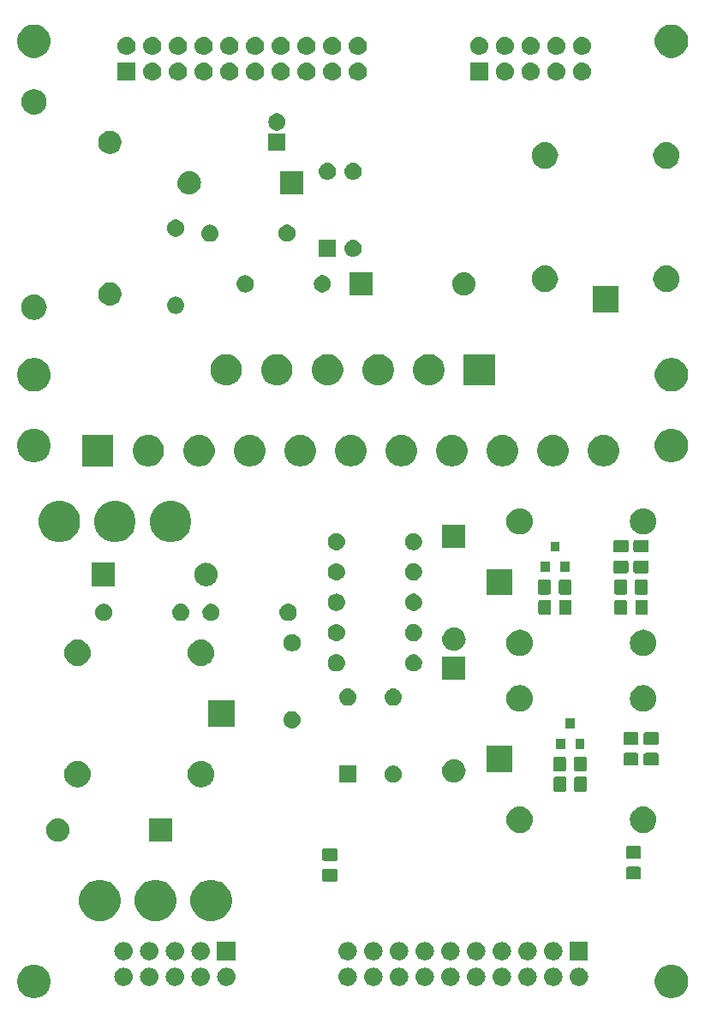
<source format=gbs>
G04 #@! TF.GenerationSoftware,KiCad,Pcbnew,(5.1.4)-1*
G04 #@! TF.CreationDate,2020-06-04T10:58:22-03:00*
G04 #@! TF.ProjectId,Mod_Temp_Driver,4d6f645f-5465-46d7-905f-447269766572,rev?*
G04 #@! TF.SameCoordinates,Original*
G04 #@! TF.FileFunction,Soldermask,Bot*
G04 #@! TF.FilePolarity,Negative*
%FSLAX46Y46*%
G04 Gerber Fmt 4.6, Leading zero omitted, Abs format (unit mm)*
G04 Created by KiCad (PCBNEW (5.1.4)-1) date 2020-06-04 10:58:22*
%MOMM*%
%LPD*%
G04 APERTURE LIST*
%ADD10C,0.100000*%
G04 APERTURE END LIST*
D10*
G36*
X136875256Y-143891298D02*
G01*
X136981579Y-143912447D01*
X137282042Y-144036903D01*
X137552451Y-144217585D01*
X137782415Y-144447549D01*
X137963097Y-144717958D01*
X138087553Y-145018421D01*
X138151000Y-145337391D01*
X138151000Y-145662609D01*
X138087553Y-145981579D01*
X137963097Y-146282042D01*
X137782415Y-146552451D01*
X137552451Y-146782415D01*
X137282042Y-146963097D01*
X136981579Y-147087553D01*
X136875256Y-147108702D01*
X136662611Y-147151000D01*
X136337389Y-147151000D01*
X136124744Y-147108702D01*
X136018421Y-147087553D01*
X135717958Y-146963097D01*
X135447549Y-146782415D01*
X135217585Y-146552451D01*
X135036903Y-146282042D01*
X134912447Y-145981579D01*
X134849000Y-145662609D01*
X134849000Y-145337391D01*
X134912447Y-145018421D01*
X135036903Y-144717958D01*
X135217585Y-144447549D01*
X135447549Y-144217585D01*
X135717958Y-144036903D01*
X136018421Y-143912447D01*
X136124744Y-143891298D01*
X136337389Y-143849000D01*
X136662611Y-143849000D01*
X136875256Y-143891298D01*
X136875256Y-143891298D01*
G37*
G36*
X73875256Y-143891298D02*
G01*
X73981579Y-143912447D01*
X74282042Y-144036903D01*
X74552451Y-144217585D01*
X74782415Y-144447549D01*
X74963097Y-144717958D01*
X75087553Y-145018421D01*
X75151000Y-145337391D01*
X75151000Y-145662609D01*
X75087553Y-145981579D01*
X74963097Y-146282042D01*
X74782415Y-146552451D01*
X74552451Y-146782415D01*
X74282042Y-146963097D01*
X73981579Y-147087553D01*
X73875256Y-147108702D01*
X73662611Y-147151000D01*
X73337389Y-147151000D01*
X73124744Y-147108702D01*
X73018421Y-147087553D01*
X72717958Y-146963097D01*
X72447549Y-146782415D01*
X72217585Y-146552451D01*
X72036903Y-146282042D01*
X71912447Y-145981579D01*
X71849000Y-145662609D01*
X71849000Y-145337391D01*
X71912447Y-145018421D01*
X72036903Y-144717958D01*
X72217585Y-144447549D01*
X72447549Y-144217585D01*
X72717958Y-144036903D01*
X73018421Y-143912447D01*
X73124744Y-143891298D01*
X73337389Y-143849000D01*
X73662611Y-143849000D01*
X73875256Y-143891298D01*
X73875256Y-143891298D01*
G37*
G36*
X124930443Y-144145519D02*
G01*
X124996627Y-144152037D01*
X125166466Y-144203557D01*
X125166468Y-144203558D01*
X125192710Y-144217585D01*
X125322991Y-144287222D01*
X125358729Y-144316552D01*
X125460186Y-144399814D01*
X125543448Y-144501271D01*
X125572778Y-144537009D01*
X125656443Y-144693534D01*
X125707963Y-144863373D01*
X125725359Y-145040000D01*
X125707963Y-145216627D01*
X125656443Y-145386466D01*
X125572778Y-145542991D01*
X125543448Y-145578729D01*
X125460186Y-145680186D01*
X125358729Y-145763448D01*
X125322991Y-145792778D01*
X125166466Y-145876443D01*
X124996627Y-145927963D01*
X124930443Y-145934481D01*
X124864260Y-145941000D01*
X124775740Y-145941000D01*
X124709557Y-145934481D01*
X124643373Y-145927963D01*
X124473534Y-145876443D01*
X124317009Y-145792778D01*
X124281271Y-145763448D01*
X124179814Y-145680186D01*
X124096552Y-145578729D01*
X124067222Y-145542991D01*
X123983557Y-145386466D01*
X123932037Y-145216627D01*
X123914641Y-145040000D01*
X123932037Y-144863373D01*
X123983557Y-144693534D01*
X124067222Y-144537009D01*
X124096552Y-144501271D01*
X124179814Y-144399814D01*
X124281271Y-144316552D01*
X124317009Y-144287222D01*
X124447290Y-144217585D01*
X124473532Y-144203558D01*
X124473534Y-144203557D01*
X124643373Y-144152037D01*
X124709557Y-144145519D01*
X124775740Y-144139000D01*
X124864260Y-144139000D01*
X124930443Y-144145519D01*
X124930443Y-144145519D01*
G37*
G36*
X122390443Y-144145519D02*
G01*
X122456627Y-144152037D01*
X122626466Y-144203557D01*
X122626468Y-144203558D01*
X122652710Y-144217585D01*
X122782991Y-144287222D01*
X122818729Y-144316552D01*
X122920186Y-144399814D01*
X123003448Y-144501271D01*
X123032778Y-144537009D01*
X123116443Y-144693534D01*
X123167963Y-144863373D01*
X123185359Y-145040000D01*
X123167963Y-145216627D01*
X123116443Y-145386466D01*
X123032778Y-145542991D01*
X123003448Y-145578729D01*
X122920186Y-145680186D01*
X122818729Y-145763448D01*
X122782991Y-145792778D01*
X122626466Y-145876443D01*
X122456627Y-145927963D01*
X122390443Y-145934481D01*
X122324260Y-145941000D01*
X122235740Y-145941000D01*
X122169557Y-145934481D01*
X122103373Y-145927963D01*
X121933534Y-145876443D01*
X121777009Y-145792778D01*
X121741271Y-145763448D01*
X121639814Y-145680186D01*
X121556552Y-145578729D01*
X121527222Y-145542991D01*
X121443557Y-145386466D01*
X121392037Y-145216627D01*
X121374641Y-145040000D01*
X121392037Y-144863373D01*
X121443557Y-144693534D01*
X121527222Y-144537009D01*
X121556552Y-144501271D01*
X121639814Y-144399814D01*
X121741271Y-144316552D01*
X121777009Y-144287222D01*
X121907290Y-144217585D01*
X121933532Y-144203558D01*
X121933534Y-144203557D01*
X122103373Y-144152037D01*
X122169557Y-144145519D01*
X122235740Y-144139000D01*
X122324260Y-144139000D01*
X122390443Y-144145519D01*
X122390443Y-144145519D01*
G37*
G36*
X104610443Y-144145519D02*
G01*
X104676627Y-144152037D01*
X104846466Y-144203557D01*
X104846468Y-144203558D01*
X104872710Y-144217585D01*
X105002991Y-144287222D01*
X105038729Y-144316552D01*
X105140186Y-144399814D01*
X105223448Y-144501271D01*
X105252778Y-144537009D01*
X105336443Y-144693534D01*
X105387963Y-144863373D01*
X105405359Y-145040000D01*
X105387963Y-145216627D01*
X105336443Y-145386466D01*
X105252778Y-145542991D01*
X105223448Y-145578729D01*
X105140186Y-145680186D01*
X105038729Y-145763448D01*
X105002991Y-145792778D01*
X104846466Y-145876443D01*
X104676627Y-145927963D01*
X104610443Y-145934481D01*
X104544260Y-145941000D01*
X104455740Y-145941000D01*
X104389557Y-145934481D01*
X104323373Y-145927963D01*
X104153534Y-145876443D01*
X103997009Y-145792778D01*
X103961271Y-145763448D01*
X103859814Y-145680186D01*
X103776552Y-145578729D01*
X103747222Y-145542991D01*
X103663557Y-145386466D01*
X103612037Y-145216627D01*
X103594641Y-145040000D01*
X103612037Y-144863373D01*
X103663557Y-144693534D01*
X103747222Y-144537009D01*
X103776552Y-144501271D01*
X103859814Y-144399814D01*
X103961271Y-144316552D01*
X103997009Y-144287222D01*
X104127290Y-144217585D01*
X104153532Y-144203558D01*
X104153534Y-144203557D01*
X104323373Y-144152037D01*
X104389557Y-144145519D01*
X104455740Y-144139000D01*
X104544260Y-144139000D01*
X104610443Y-144145519D01*
X104610443Y-144145519D01*
G37*
G36*
X107150443Y-144145519D02*
G01*
X107216627Y-144152037D01*
X107386466Y-144203557D01*
X107386468Y-144203558D01*
X107412710Y-144217585D01*
X107542991Y-144287222D01*
X107578729Y-144316552D01*
X107680186Y-144399814D01*
X107763448Y-144501271D01*
X107792778Y-144537009D01*
X107876443Y-144693534D01*
X107927963Y-144863373D01*
X107945359Y-145040000D01*
X107927963Y-145216627D01*
X107876443Y-145386466D01*
X107792778Y-145542991D01*
X107763448Y-145578729D01*
X107680186Y-145680186D01*
X107578729Y-145763448D01*
X107542991Y-145792778D01*
X107386466Y-145876443D01*
X107216627Y-145927963D01*
X107150443Y-145934481D01*
X107084260Y-145941000D01*
X106995740Y-145941000D01*
X106929557Y-145934481D01*
X106863373Y-145927963D01*
X106693534Y-145876443D01*
X106537009Y-145792778D01*
X106501271Y-145763448D01*
X106399814Y-145680186D01*
X106316552Y-145578729D01*
X106287222Y-145542991D01*
X106203557Y-145386466D01*
X106152037Y-145216627D01*
X106134641Y-145040000D01*
X106152037Y-144863373D01*
X106203557Y-144693534D01*
X106287222Y-144537009D01*
X106316552Y-144501271D01*
X106399814Y-144399814D01*
X106501271Y-144316552D01*
X106537009Y-144287222D01*
X106667290Y-144217585D01*
X106693532Y-144203558D01*
X106693534Y-144203557D01*
X106863373Y-144152037D01*
X106929557Y-144145519D01*
X106995740Y-144139000D01*
X107084260Y-144139000D01*
X107150443Y-144145519D01*
X107150443Y-144145519D01*
G37*
G36*
X109690443Y-144145519D02*
G01*
X109756627Y-144152037D01*
X109926466Y-144203557D01*
X109926468Y-144203558D01*
X109952710Y-144217585D01*
X110082991Y-144287222D01*
X110118729Y-144316552D01*
X110220186Y-144399814D01*
X110303448Y-144501271D01*
X110332778Y-144537009D01*
X110416443Y-144693534D01*
X110467963Y-144863373D01*
X110485359Y-145040000D01*
X110467963Y-145216627D01*
X110416443Y-145386466D01*
X110332778Y-145542991D01*
X110303448Y-145578729D01*
X110220186Y-145680186D01*
X110118729Y-145763448D01*
X110082991Y-145792778D01*
X109926466Y-145876443D01*
X109756627Y-145927963D01*
X109690443Y-145934481D01*
X109624260Y-145941000D01*
X109535740Y-145941000D01*
X109469557Y-145934481D01*
X109403373Y-145927963D01*
X109233534Y-145876443D01*
X109077009Y-145792778D01*
X109041271Y-145763448D01*
X108939814Y-145680186D01*
X108856552Y-145578729D01*
X108827222Y-145542991D01*
X108743557Y-145386466D01*
X108692037Y-145216627D01*
X108674641Y-145040000D01*
X108692037Y-144863373D01*
X108743557Y-144693534D01*
X108827222Y-144537009D01*
X108856552Y-144501271D01*
X108939814Y-144399814D01*
X109041271Y-144316552D01*
X109077009Y-144287222D01*
X109207290Y-144217585D01*
X109233532Y-144203558D01*
X109233534Y-144203557D01*
X109403373Y-144152037D01*
X109469557Y-144145519D01*
X109535740Y-144139000D01*
X109624260Y-144139000D01*
X109690443Y-144145519D01*
X109690443Y-144145519D01*
G37*
G36*
X112230443Y-144145519D02*
G01*
X112296627Y-144152037D01*
X112466466Y-144203557D01*
X112466468Y-144203558D01*
X112492710Y-144217585D01*
X112622991Y-144287222D01*
X112658729Y-144316552D01*
X112760186Y-144399814D01*
X112843448Y-144501271D01*
X112872778Y-144537009D01*
X112956443Y-144693534D01*
X113007963Y-144863373D01*
X113025359Y-145040000D01*
X113007963Y-145216627D01*
X112956443Y-145386466D01*
X112872778Y-145542991D01*
X112843448Y-145578729D01*
X112760186Y-145680186D01*
X112658729Y-145763448D01*
X112622991Y-145792778D01*
X112466466Y-145876443D01*
X112296627Y-145927963D01*
X112230443Y-145934481D01*
X112164260Y-145941000D01*
X112075740Y-145941000D01*
X112009557Y-145934481D01*
X111943373Y-145927963D01*
X111773534Y-145876443D01*
X111617009Y-145792778D01*
X111581271Y-145763448D01*
X111479814Y-145680186D01*
X111396552Y-145578729D01*
X111367222Y-145542991D01*
X111283557Y-145386466D01*
X111232037Y-145216627D01*
X111214641Y-145040000D01*
X111232037Y-144863373D01*
X111283557Y-144693534D01*
X111367222Y-144537009D01*
X111396552Y-144501271D01*
X111479814Y-144399814D01*
X111581271Y-144316552D01*
X111617009Y-144287222D01*
X111747290Y-144217585D01*
X111773532Y-144203558D01*
X111773534Y-144203557D01*
X111943373Y-144152037D01*
X112009557Y-144145519D01*
X112075740Y-144139000D01*
X112164260Y-144139000D01*
X112230443Y-144145519D01*
X112230443Y-144145519D01*
G37*
G36*
X114770443Y-144145519D02*
G01*
X114836627Y-144152037D01*
X115006466Y-144203557D01*
X115006468Y-144203558D01*
X115032710Y-144217585D01*
X115162991Y-144287222D01*
X115198729Y-144316552D01*
X115300186Y-144399814D01*
X115383448Y-144501271D01*
X115412778Y-144537009D01*
X115496443Y-144693534D01*
X115547963Y-144863373D01*
X115565359Y-145040000D01*
X115547963Y-145216627D01*
X115496443Y-145386466D01*
X115412778Y-145542991D01*
X115383448Y-145578729D01*
X115300186Y-145680186D01*
X115198729Y-145763448D01*
X115162991Y-145792778D01*
X115006466Y-145876443D01*
X114836627Y-145927963D01*
X114770443Y-145934481D01*
X114704260Y-145941000D01*
X114615740Y-145941000D01*
X114549557Y-145934481D01*
X114483373Y-145927963D01*
X114313534Y-145876443D01*
X114157009Y-145792778D01*
X114121271Y-145763448D01*
X114019814Y-145680186D01*
X113936552Y-145578729D01*
X113907222Y-145542991D01*
X113823557Y-145386466D01*
X113772037Y-145216627D01*
X113754641Y-145040000D01*
X113772037Y-144863373D01*
X113823557Y-144693534D01*
X113907222Y-144537009D01*
X113936552Y-144501271D01*
X114019814Y-144399814D01*
X114121271Y-144316552D01*
X114157009Y-144287222D01*
X114287290Y-144217585D01*
X114313532Y-144203558D01*
X114313534Y-144203557D01*
X114483373Y-144152037D01*
X114549557Y-144145519D01*
X114615740Y-144139000D01*
X114704260Y-144139000D01*
X114770443Y-144145519D01*
X114770443Y-144145519D01*
G37*
G36*
X117310443Y-144145519D02*
G01*
X117376627Y-144152037D01*
X117546466Y-144203557D01*
X117546468Y-144203558D01*
X117572710Y-144217585D01*
X117702991Y-144287222D01*
X117738729Y-144316552D01*
X117840186Y-144399814D01*
X117923448Y-144501271D01*
X117952778Y-144537009D01*
X118036443Y-144693534D01*
X118087963Y-144863373D01*
X118105359Y-145040000D01*
X118087963Y-145216627D01*
X118036443Y-145386466D01*
X117952778Y-145542991D01*
X117923448Y-145578729D01*
X117840186Y-145680186D01*
X117738729Y-145763448D01*
X117702991Y-145792778D01*
X117546466Y-145876443D01*
X117376627Y-145927963D01*
X117310443Y-145934481D01*
X117244260Y-145941000D01*
X117155740Y-145941000D01*
X117089557Y-145934481D01*
X117023373Y-145927963D01*
X116853534Y-145876443D01*
X116697009Y-145792778D01*
X116661271Y-145763448D01*
X116559814Y-145680186D01*
X116476552Y-145578729D01*
X116447222Y-145542991D01*
X116363557Y-145386466D01*
X116312037Y-145216627D01*
X116294641Y-145040000D01*
X116312037Y-144863373D01*
X116363557Y-144693534D01*
X116447222Y-144537009D01*
X116476552Y-144501271D01*
X116559814Y-144399814D01*
X116661271Y-144316552D01*
X116697009Y-144287222D01*
X116827290Y-144217585D01*
X116853532Y-144203558D01*
X116853534Y-144203557D01*
X117023373Y-144152037D01*
X117089557Y-144145519D01*
X117155740Y-144139000D01*
X117244260Y-144139000D01*
X117310443Y-144145519D01*
X117310443Y-144145519D01*
G37*
G36*
X127470443Y-144145519D02*
G01*
X127536627Y-144152037D01*
X127706466Y-144203557D01*
X127706468Y-144203558D01*
X127732710Y-144217585D01*
X127862991Y-144287222D01*
X127898729Y-144316552D01*
X128000186Y-144399814D01*
X128083448Y-144501271D01*
X128112778Y-144537009D01*
X128196443Y-144693534D01*
X128247963Y-144863373D01*
X128265359Y-145040000D01*
X128247963Y-145216627D01*
X128196443Y-145386466D01*
X128112778Y-145542991D01*
X128083448Y-145578729D01*
X128000186Y-145680186D01*
X127898729Y-145763448D01*
X127862991Y-145792778D01*
X127706466Y-145876443D01*
X127536627Y-145927963D01*
X127470443Y-145934481D01*
X127404260Y-145941000D01*
X127315740Y-145941000D01*
X127249557Y-145934481D01*
X127183373Y-145927963D01*
X127013534Y-145876443D01*
X126857009Y-145792778D01*
X126821271Y-145763448D01*
X126719814Y-145680186D01*
X126636552Y-145578729D01*
X126607222Y-145542991D01*
X126523557Y-145386466D01*
X126472037Y-145216627D01*
X126454641Y-145040000D01*
X126472037Y-144863373D01*
X126523557Y-144693534D01*
X126607222Y-144537009D01*
X126636552Y-144501271D01*
X126719814Y-144399814D01*
X126821271Y-144316552D01*
X126857009Y-144287222D01*
X126987290Y-144217585D01*
X127013532Y-144203558D01*
X127013534Y-144203557D01*
X127183373Y-144152037D01*
X127249557Y-144145519D01*
X127315740Y-144139000D01*
X127404260Y-144139000D01*
X127470443Y-144145519D01*
X127470443Y-144145519D01*
G37*
G36*
X82450443Y-144145519D02*
G01*
X82516627Y-144152037D01*
X82686466Y-144203557D01*
X82686468Y-144203558D01*
X82712710Y-144217585D01*
X82842991Y-144287222D01*
X82878729Y-144316552D01*
X82980186Y-144399814D01*
X83063448Y-144501271D01*
X83092778Y-144537009D01*
X83176443Y-144693534D01*
X83227963Y-144863373D01*
X83245359Y-145040000D01*
X83227963Y-145216627D01*
X83176443Y-145386466D01*
X83092778Y-145542991D01*
X83063448Y-145578729D01*
X82980186Y-145680186D01*
X82878729Y-145763448D01*
X82842991Y-145792778D01*
X82686466Y-145876443D01*
X82516627Y-145927963D01*
X82450443Y-145934481D01*
X82384260Y-145941000D01*
X82295740Y-145941000D01*
X82229557Y-145934481D01*
X82163373Y-145927963D01*
X81993534Y-145876443D01*
X81837009Y-145792778D01*
X81801271Y-145763448D01*
X81699814Y-145680186D01*
X81616552Y-145578729D01*
X81587222Y-145542991D01*
X81503557Y-145386466D01*
X81452037Y-145216627D01*
X81434641Y-145040000D01*
X81452037Y-144863373D01*
X81503557Y-144693534D01*
X81587222Y-144537009D01*
X81616552Y-144501271D01*
X81699814Y-144399814D01*
X81801271Y-144316552D01*
X81837009Y-144287222D01*
X81967290Y-144217585D01*
X81993532Y-144203558D01*
X81993534Y-144203557D01*
X82163373Y-144152037D01*
X82229557Y-144145519D01*
X82295740Y-144139000D01*
X82384260Y-144139000D01*
X82450443Y-144145519D01*
X82450443Y-144145519D01*
G37*
G36*
X84990443Y-144145519D02*
G01*
X85056627Y-144152037D01*
X85226466Y-144203557D01*
X85226468Y-144203558D01*
X85252710Y-144217585D01*
X85382991Y-144287222D01*
X85418729Y-144316552D01*
X85520186Y-144399814D01*
X85603448Y-144501271D01*
X85632778Y-144537009D01*
X85716443Y-144693534D01*
X85767963Y-144863373D01*
X85785359Y-145040000D01*
X85767963Y-145216627D01*
X85716443Y-145386466D01*
X85632778Y-145542991D01*
X85603448Y-145578729D01*
X85520186Y-145680186D01*
X85418729Y-145763448D01*
X85382991Y-145792778D01*
X85226466Y-145876443D01*
X85056627Y-145927963D01*
X84990443Y-145934481D01*
X84924260Y-145941000D01*
X84835740Y-145941000D01*
X84769557Y-145934481D01*
X84703373Y-145927963D01*
X84533534Y-145876443D01*
X84377009Y-145792778D01*
X84341271Y-145763448D01*
X84239814Y-145680186D01*
X84156552Y-145578729D01*
X84127222Y-145542991D01*
X84043557Y-145386466D01*
X83992037Y-145216627D01*
X83974641Y-145040000D01*
X83992037Y-144863373D01*
X84043557Y-144693534D01*
X84127222Y-144537009D01*
X84156552Y-144501271D01*
X84239814Y-144399814D01*
X84341271Y-144316552D01*
X84377009Y-144287222D01*
X84507290Y-144217585D01*
X84533532Y-144203558D01*
X84533534Y-144203557D01*
X84703373Y-144152037D01*
X84769557Y-144145519D01*
X84835740Y-144139000D01*
X84924260Y-144139000D01*
X84990443Y-144145519D01*
X84990443Y-144145519D01*
G37*
G36*
X87530443Y-144145519D02*
G01*
X87596627Y-144152037D01*
X87766466Y-144203557D01*
X87766468Y-144203558D01*
X87792710Y-144217585D01*
X87922991Y-144287222D01*
X87958729Y-144316552D01*
X88060186Y-144399814D01*
X88143448Y-144501271D01*
X88172778Y-144537009D01*
X88256443Y-144693534D01*
X88307963Y-144863373D01*
X88325359Y-145040000D01*
X88307963Y-145216627D01*
X88256443Y-145386466D01*
X88172778Y-145542991D01*
X88143448Y-145578729D01*
X88060186Y-145680186D01*
X87958729Y-145763448D01*
X87922991Y-145792778D01*
X87766466Y-145876443D01*
X87596627Y-145927963D01*
X87530443Y-145934481D01*
X87464260Y-145941000D01*
X87375740Y-145941000D01*
X87309557Y-145934481D01*
X87243373Y-145927963D01*
X87073534Y-145876443D01*
X86917009Y-145792778D01*
X86881271Y-145763448D01*
X86779814Y-145680186D01*
X86696552Y-145578729D01*
X86667222Y-145542991D01*
X86583557Y-145386466D01*
X86532037Y-145216627D01*
X86514641Y-145040000D01*
X86532037Y-144863373D01*
X86583557Y-144693534D01*
X86667222Y-144537009D01*
X86696552Y-144501271D01*
X86779814Y-144399814D01*
X86881271Y-144316552D01*
X86917009Y-144287222D01*
X87047290Y-144217585D01*
X87073532Y-144203558D01*
X87073534Y-144203557D01*
X87243373Y-144152037D01*
X87309557Y-144145519D01*
X87375740Y-144139000D01*
X87464260Y-144139000D01*
X87530443Y-144145519D01*
X87530443Y-144145519D01*
G37*
G36*
X90070443Y-144145519D02*
G01*
X90136627Y-144152037D01*
X90306466Y-144203557D01*
X90306468Y-144203558D01*
X90332710Y-144217585D01*
X90462991Y-144287222D01*
X90498729Y-144316552D01*
X90600186Y-144399814D01*
X90683448Y-144501271D01*
X90712778Y-144537009D01*
X90796443Y-144693534D01*
X90847963Y-144863373D01*
X90865359Y-145040000D01*
X90847963Y-145216627D01*
X90796443Y-145386466D01*
X90712778Y-145542991D01*
X90683448Y-145578729D01*
X90600186Y-145680186D01*
X90498729Y-145763448D01*
X90462991Y-145792778D01*
X90306466Y-145876443D01*
X90136627Y-145927963D01*
X90070443Y-145934481D01*
X90004260Y-145941000D01*
X89915740Y-145941000D01*
X89849557Y-145934481D01*
X89783373Y-145927963D01*
X89613534Y-145876443D01*
X89457009Y-145792778D01*
X89421271Y-145763448D01*
X89319814Y-145680186D01*
X89236552Y-145578729D01*
X89207222Y-145542991D01*
X89123557Y-145386466D01*
X89072037Y-145216627D01*
X89054641Y-145040000D01*
X89072037Y-144863373D01*
X89123557Y-144693534D01*
X89207222Y-144537009D01*
X89236552Y-144501271D01*
X89319814Y-144399814D01*
X89421271Y-144316552D01*
X89457009Y-144287222D01*
X89587290Y-144217585D01*
X89613532Y-144203558D01*
X89613534Y-144203557D01*
X89783373Y-144152037D01*
X89849557Y-144145519D01*
X89915740Y-144139000D01*
X90004260Y-144139000D01*
X90070443Y-144145519D01*
X90070443Y-144145519D01*
G37*
G36*
X92610443Y-144145519D02*
G01*
X92676627Y-144152037D01*
X92846466Y-144203557D01*
X92846468Y-144203558D01*
X92872710Y-144217585D01*
X93002991Y-144287222D01*
X93038729Y-144316552D01*
X93140186Y-144399814D01*
X93223448Y-144501271D01*
X93252778Y-144537009D01*
X93336443Y-144693534D01*
X93387963Y-144863373D01*
X93405359Y-145040000D01*
X93387963Y-145216627D01*
X93336443Y-145386466D01*
X93252778Y-145542991D01*
X93223448Y-145578729D01*
X93140186Y-145680186D01*
X93038729Y-145763448D01*
X93002991Y-145792778D01*
X92846466Y-145876443D01*
X92676627Y-145927963D01*
X92610443Y-145934481D01*
X92544260Y-145941000D01*
X92455740Y-145941000D01*
X92389557Y-145934481D01*
X92323373Y-145927963D01*
X92153534Y-145876443D01*
X91997009Y-145792778D01*
X91961271Y-145763448D01*
X91859814Y-145680186D01*
X91776552Y-145578729D01*
X91747222Y-145542991D01*
X91663557Y-145386466D01*
X91612037Y-145216627D01*
X91594641Y-145040000D01*
X91612037Y-144863373D01*
X91663557Y-144693534D01*
X91747222Y-144537009D01*
X91776552Y-144501271D01*
X91859814Y-144399814D01*
X91961271Y-144316552D01*
X91997009Y-144287222D01*
X92127290Y-144217585D01*
X92153532Y-144203558D01*
X92153534Y-144203557D01*
X92323373Y-144152037D01*
X92389557Y-144145519D01*
X92455740Y-144139000D01*
X92544260Y-144139000D01*
X92610443Y-144145519D01*
X92610443Y-144145519D01*
G37*
G36*
X119850443Y-144145519D02*
G01*
X119916627Y-144152037D01*
X120086466Y-144203557D01*
X120086468Y-144203558D01*
X120112710Y-144217585D01*
X120242991Y-144287222D01*
X120278729Y-144316552D01*
X120380186Y-144399814D01*
X120463448Y-144501271D01*
X120492778Y-144537009D01*
X120576443Y-144693534D01*
X120627963Y-144863373D01*
X120645359Y-145040000D01*
X120627963Y-145216627D01*
X120576443Y-145386466D01*
X120492778Y-145542991D01*
X120463448Y-145578729D01*
X120380186Y-145680186D01*
X120278729Y-145763448D01*
X120242991Y-145792778D01*
X120086466Y-145876443D01*
X119916627Y-145927963D01*
X119850443Y-145934481D01*
X119784260Y-145941000D01*
X119695740Y-145941000D01*
X119629557Y-145934481D01*
X119563373Y-145927963D01*
X119393534Y-145876443D01*
X119237009Y-145792778D01*
X119201271Y-145763448D01*
X119099814Y-145680186D01*
X119016552Y-145578729D01*
X118987222Y-145542991D01*
X118903557Y-145386466D01*
X118852037Y-145216627D01*
X118834641Y-145040000D01*
X118852037Y-144863373D01*
X118903557Y-144693534D01*
X118987222Y-144537009D01*
X119016552Y-144501271D01*
X119099814Y-144399814D01*
X119201271Y-144316552D01*
X119237009Y-144287222D01*
X119367290Y-144217585D01*
X119393532Y-144203558D01*
X119393534Y-144203557D01*
X119563373Y-144152037D01*
X119629557Y-144145519D01*
X119695740Y-144139000D01*
X119784260Y-144139000D01*
X119850443Y-144145519D01*
X119850443Y-144145519D01*
G37*
G36*
X87530443Y-141605519D02*
G01*
X87596627Y-141612037D01*
X87766466Y-141663557D01*
X87922991Y-141747222D01*
X87958729Y-141776552D01*
X88060186Y-141859814D01*
X88143448Y-141961271D01*
X88172778Y-141997009D01*
X88256443Y-142153534D01*
X88307963Y-142323373D01*
X88325359Y-142500000D01*
X88307963Y-142676627D01*
X88256443Y-142846466D01*
X88172778Y-143002991D01*
X88143448Y-143038729D01*
X88060186Y-143140186D01*
X87958729Y-143223448D01*
X87922991Y-143252778D01*
X87766466Y-143336443D01*
X87596627Y-143387963D01*
X87530443Y-143394481D01*
X87464260Y-143401000D01*
X87375740Y-143401000D01*
X87309557Y-143394481D01*
X87243373Y-143387963D01*
X87073534Y-143336443D01*
X86917009Y-143252778D01*
X86881271Y-143223448D01*
X86779814Y-143140186D01*
X86696552Y-143038729D01*
X86667222Y-143002991D01*
X86583557Y-142846466D01*
X86532037Y-142676627D01*
X86514641Y-142500000D01*
X86532037Y-142323373D01*
X86583557Y-142153534D01*
X86667222Y-141997009D01*
X86696552Y-141961271D01*
X86779814Y-141859814D01*
X86881271Y-141776552D01*
X86917009Y-141747222D01*
X87073534Y-141663557D01*
X87243373Y-141612037D01*
X87309557Y-141605519D01*
X87375740Y-141599000D01*
X87464260Y-141599000D01*
X87530443Y-141605519D01*
X87530443Y-141605519D01*
G37*
G36*
X82450443Y-141605519D02*
G01*
X82516627Y-141612037D01*
X82686466Y-141663557D01*
X82842991Y-141747222D01*
X82878729Y-141776552D01*
X82980186Y-141859814D01*
X83063448Y-141961271D01*
X83092778Y-141997009D01*
X83176443Y-142153534D01*
X83227963Y-142323373D01*
X83245359Y-142500000D01*
X83227963Y-142676627D01*
X83176443Y-142846466D01*
X83092778Y-143002991D01*
X83063448Y-143038729D01*
X82980186Y-143140186D01*
X82878729Y-143223448D01*
X82842991Y-143252778D01*
X82686466Y-143336443D01*
X82516627Y-143387963D01*
X82450443Y-143394481D01*
X82384260Y-143401000D01*
X82295740Y-143401000D01*
X82229557Y-143394481D01*
X82163373Y-143387963D01*
X81993534Y-143336443D01*
X81837009Y-143252778D01*
X81801271Y-143223448D01*
X81699814Y-143140186D01*
X81616552Y-143038729D01*
X81587222Y-143002991D01*
X81503557Y-142846466D01*
X81452037Y-142676627D01*
X81434641Y-142500000D01*
X81452037Y-142323373D01*
X81503557Y-142153534D01*
X81587222Y-141997009D01*
X81616552Y-141961271D01*
X81699814Y-141859814D01*
X81801271Y-141776552D01*
X81837009Y-141747222D01*
X81993534Y-141663557D01*
X82163373Y-141612037D01*
X82229557Y-141605519D01*
X82295740Y-141599000D01*
X82384260Y-141599000D01*
X82450443Y-141605519D01*
X82450443Y-141605519D01*
G37*
G36*
X84990443Y-141605519D02*
G01*
X85056627Y-141612037D01*
X85226466Y-141663557D01*
X85382991Y-141747222D01*
X85418729Y-141776552D01*
X85520186Y-141859814D01*
X85603448Y-141961271D01*
X85632778Y-141997009D01*
X85716443Y-142153534D01*
X85767963Y-142323373D01*
X85785359Y-142500000D01*
X85767963Y-142676627D01*
X85716443Y-142846466D01*
X85632778Y-143002991D01*
X85603448Y-143038729D01*
X85520186Y-143140186D01*
X85418729Y-143223448D01*
X85382991Y-143252778D01*
X85226466Y-143336443D01*
X85056627Y-143387963D01*
X84990443Y-143394481D01*
X84924260Y-143401000D01*
X84835740Y-143401000D01*
X84769557Y-143394481D01*
X84703373Y-143387963D01*
X84533534Y-143336443D01*
X84377009Y-143252778D01*
X84341271Y-143223448D01*
X84239814Y-143140186D01*
X84156552Y-143038729D01*
X84127222Y-143002991D01*
X84043557Y-142846466D01*
X83992037Y-142676627D01*
X83974641Y-142500000D01*
X83992037Y-142323373D01*
X84043557Y-142153534D01*
X84127222Y-141997009D01*
X84156552Y-141961271D01*
X84239814Y-141859814D01*
X84341271Y-141776552D01*
X84377009Y-141747222D01*
X84533534Y-141663557D01*
X84703373Y-141612037D01*
X84769557Y-141605519D01*
X84835740Y-141599000D01*
X84924260Y-141599000D01*
X84990443Y-141605519D01*
X84990443Y-141605519D01*
G37*
G36*
X90070443Y-141605519D02*
G01*
X90136627Y-141612037D01*
X90306466Y-141663557D01*
X90462991Y-141747222D01*
X90498729Y-141776552D01*
X90600186Y-141859814D01*
X90683448Y-141961271D01*
X90712778Y-141997009D01*
X90796443Y-142153534D01*
X90847963Y-142323373D01*
X90865359Y-142500000D01*
X90847963Y-142676627D01*
X90796443Y-142846466D01*
X90712778Y-143002991D01*
X90683448Y-143038729D01*
X90600186Y-143140186D01*
X90498729Y-143223448D01*
X90462991Y-143252778D01*
X90306466Y-143336443D01*
X90136627Y-143387963D01*
X90070443Y-143394481D01*
X90004260Y-143401000D01*
X89915740Y-143401000D01*
X89849557Y-143394481D01*
X89783373Y-143387963D01*
X89613534Y-143336443D01*
X89457009Y-143252778D01*
X89421271Y-143223448D01*
X89319814Y-143140186D01*
X89236552Y-143038729D01*
X89207222Y-143002991D01*
X89123557Y-142846466D01*
X89072037Y-142676627D01*
X89054641Y-142500000D01*
X89072037Y-142323373D01*
X89123557Y-142153534D01*
X89207222Y-141997009D01*
X89236552Y-141961271D01*
X89319814Y-141859814D01*
X89421271Y-141776552D01*
X89457009Y-141747222D01*
X89613534Y-141663557D01*
X89783373Y-141612037D01*
X89849557Y-141605519D01*
X89915740Y-141599000D01*
X90004260Y-141599000D01*
X90070443Y-141605519D01*
X90070443Y-141605519D01*
G37*
G36*
X93401000Y-143401000D02*
G01*
X91599000Y-143401000D01*
X91599000Y-141599000D01*
X93401000Y-141599000D01*
X93401000Y-143401000D01*
X93401000Y-143401000D01*
G37*
G36*
X128261000Y-143401000D02*
G01*
X126459000Y-143401000D01*
X126459000Y-141599000D01*
X128261000Y-141599000D01*
X128261000Y-143401000D01*
X128261000Y-143401000D01*
G37*
G36*
X124930443Y-141605519D02*
G01*
X124996627Y-141612037D01*
X125166466Y-141663557D01*
X125322991Y-141747222D01*
X125358729Y-141776552D01*
X125460186Y-141859814D01*
X125543448Y-141961271D01*
X125572778Y-141997009D01*
X125656443Y-142153534D01*
X125707963Y-142323373D01*
X125725359Y-142500000D01*
X125707963Y-142676627D01*
X125656443Y-142846466D01*
X125572778Y-143002991D01*
X125543448Y-143038729D01*
X125460186Y-143140186D01*
X125358729Y-143223448D01*
X125322991Y-143252778D01*
X125166466Y-143336443D01*
X124996627Y-143387963D01*
X124930443Y-143394481D01*
X124864260Y-143401000D01*
X124775740Y-143401000D01*
X124709557Y-143394481D01*
X124643373Y-143387963D01*
X124473534Y-143336443D01*
X124317009Y-143252778D01*
X124281271Y-143223448D01*
X124179814Y-143140186D01*
X124096552Y-143038729D01*
X124067222Y-143002991D01*
X123983557Y-142846466D01*
X123932037Y-142676627D01*
X123914641Y-142500000D01*
X123932037Y-142323373D01*
X123983557Y-142153534D01*
X124067222Y-141997009D01*
X124096552Y-141961271D01*
X124179814Y-141859814D01*
X124281271Y-141776552D01*
X124317009Y-141747222D01*
X124473534Y-141663557D01*
X124643373Y-141612037D01*
X124709557Y-141605519D01*
X124775740Y-141599000D01*
X124864260Y-141599000D01*
X124930443Y-141605519D01*
X124930443Y-141605519D01*
G37*
G36*
X122390443Y-141605519D02*
G01*
X122456627Y-141612037D01*
X122626466Y-141663557D01*
X122782991Y-141747222D01*
X122818729Y-141776552D01*
X122920186Y-141859814D01*
X123003448Y-141961271D01*
X123032778Y-141997009D01*
X123116443Y-142153534D01*
X123167963Y-142323373D01*
X123185359Y-142500000D01*
X123167963Y-142676627D01*
X123116443Y-142846466D01*
X123032778Y-143002991D01*
X123003448Y-143038729D01*
X122920186Y-143140186D01*
X122818729Y-143223448D01*
X122782991Y-143252778D01*
X122626466Y-143336443D01*
X122456627Y-143387963D01*
X122390443Y-143394481D01*
X122324260Y-143401000D01*
X122235740Y-143401000D01*
X122169557Y-143394481D01*
X122103373Y-143387963D01*
X121933534Y-143336443D01*
X121777009Y-143252778D01*
X121741271Y-143223448D01*
X121639814Y-143140186D01*
X121556552Y-143038729D01*
X121527222Y-143002991D01*
X121443557Y-142846466D01*
X121392037Y-142676627D01*
X121374641Y-142500000D01*
X121392037Y-142323373D01*
X121443557Y-142153534D01*
X121527222Y-141997009D01*
X121556552Y-141961271D01*
X121639814Y-141859814D01*
X121741271Y-141776552D01*
X121777009Y-141747222D01*
X121933534Y-141663557D01*
X122103373Y-141612037D01*
X122169557Y-141605519D01*
X122235740Y-141599000D01*
X122324260Y-141599000D01*
X122390443Y-141605519D01*
X122390443Y-141605519D01*
G37*
G36*
X119850443Y-141605519D02*
G01*
X119916627Y-141612037D01*
X120086466Y-141663557D01*
X120242991Y-141747222D01*
X120278729Y-141776552D01*
X120380186Y-141859814D01*
X120463448Y-141961271D01*
X120492778Y-141997009D01*
X120576443Y-142153534D01*
X120627963Y-142323373D01*
X120645359Y-142500000D01*
X120627963Y-142676627D01*
X120576443Y-142846466D01*
X120492778Y-143002991D01*
X120463448Y-143038729D01*
X120380186Y-143140186D01*
X120278729Y-143223448D01*
X120242991Y-143252778D01*
X120086466Y-143336443D01*
X119916627Y-143387963D01*
X119850443Y-143394481D01*
X119784260Y-143401000D01*
X119695740Y-143401000D01*
X119629557Y-143394481D01*
X119563373Y-143387963D01*
X119393534Y-143336443D01*
X119237009Y-143252778D01*
X119201271Y-143223448D01*
X119099814Y-143140186D01*
X119016552Y-143038729D01*
X118987222Y-143002991D01*
X118903557Y-142846466D01*
X118852037Y-142676627D01*
X118834641Y-142500000D01*
X118852037Y-142323373D01*
X118903557Y-142153534D01*
X118987222Y-141997009D01*
X119016552Y-141961271D01*
X119099814Y-141859814D01*
X119201271Y-141776552D01*
X119237009Y-141747222D01*
X119393534Y-141663557D01*
X119563373Y-141612037D01*
X119629557Y-141605519D01*
X119695740Y-141599000D01*
X119784260Y-141599000D01*
X119850443Y-141605519D01*
X119850443Y-141605519D01*
G37*
G36*
X107150443Y-141605519D02*
G01*
X107216627Y-141612037D01*
X107386466Y-141663557D01*
X107542991Y-141747222D01*
X107578729Y-141776552D01*
X107680186Y-141859814D01*
X107763448Y-141961271D01*
X107792778Y-141997009D01*
X107876443Y-142153534D01*
X107927963Y-142323373D01*
X107945359Y-142500000D01*
X107927963Y-142676627D01*
X107876443Y-142846466D01*
X107792778Y-143002991D01*
X107763448Y-143038729D01*
X107680186Y-143140186D01*
X107578729Y-143223448D01*
X107542991Y-143252778D01*
X107386466Y-143336443D01*
X107216627Y-143387963D01*
X107150443Y-143394481D01*
X107084260Y-143401000D01*
X106995740Y-143401000D01*
X106929557Y-143394481D01*
X106863373Y-143387963D01*
X106693534Y-143336443D01*
X106537009Y-143252778D01*
X106501271Y-143223448D01*
X106399814Y-143140186D01*
X106316552Y-143038729D01*
X106287222Y-143002991D01*
X106203557Y-142846466D01*
X106152037Y-142676627D01*
X106134641Y-142500000D01*
X106152037Y-142323373D01*
X106203557Y-142153534D01*
X106287222Y-141997009D01*
X106316552Y-141961271D01*
X106399814Y-141859814D01*
X106501271Y-141776552D01*
X106537009Y-141747222D01*
X106693534Y-141663557D01*
X106863373Y-141612037D01*
X106929557Y-141605519D01*
X106995740Y-141599000D01*
X107084260Y-141599000D01*
X107150443Y-141605519D01*
X107150443Y-141605519D01*
G37*
G36*
X117310443Y-141605519D02*
G01*
X117376627Y-141612037D01*
X117546466Y-141663557D01*
X117702991Y-141747222D01*
X117738729Y-141776552D01*
X117840186Y-141859814D01*
X117923448Y-141961271D01*
X117952778Y-141997009D01*
X118036443Y-142153534D01*
X118087963Y-142323373D01*
X118105359Y-142500000D01*
X118087963Y-142676627D01*
X118036443Y-142846466D01*
X117952778Y-143002991D01*
X117923448Y-143038729D01*
X117840186Y-143140186D01*
X117738729Y-143223448D01*
X117702991Y-143252778D01*
X117546466Y-143336443D01*
X117376627Y-143387963D01*
X117310443Y-143394481D01*
X117244260Y-143401000D01*
X117155740Y-143401000D01*
X117089557Y-143394481D01*
X117023373Y-143387963D01*
X116853534Y-143336443D01*
X116697009Y-143252778D01*
X116661271Y-143223448D01*
X116559814Y-143140186D01*
X116476552Y-143038729D01*
X116447222Y-143002991D01*
X116363557Y-142846466D01*
X116312037Y-142676627D01*
X116294641Y-142500000D01*
X116312037Y-142323373D01*
X116363557Y-142153534D01*
X116447222Y-141997009D01*
X116476552Y-141961271D01*
X116559814Y-141859814D01*
X116661271Y-141776552D01*
X116697009Y-141747222D01*
X116853534Y-141663557D01*
X117023373Y-141612037D01*
X117089557Y-141605519D01*
X117155740Y-141599000D01*
X117244260Y-141599000D01*
X117310443Y-141605519D01*
X117310443Y-141605519D01*
G37*
G36*
X114770443Y-141605519D02*
G01*
X114836627Y-141612037D01*
X115006466Y-141663557D01*
X115162991Y-141747222D01*
X115198729Y-141776552D01*
X115300186Y-141859814D01*
X115383448Y-141961271D01*
X115412778Y-141997009D01*
X115496443Y-142153534D01*
X115547963Y-142323373D01*
X115565359Y-142500000D01*
X115547963Y-142676627D01*
X115496443Y-142846466D01*
X115412778Y-143002991D01*
X115383448Y-143038729D01*
X115300186Y-143140186D01*
X115198729Y-143223448D01*
X115162991Y-143252778D01*
X115006466Y-143336443D01*
X114836627Y-143387963D01*
X114770443Y-143394481D01*
X114704260Y-143401000D01*
X114615740Y-143401000D01*
X114549557Y-143394481D01*
X114483373Y-143387963D01*
X114313534Y-143336443D01*
X114157009Y-143252778D01*
X114121271Y-143223448D01*
X114019814Y-143140186D01*
X113936552Y-143038729D01*
X113907222Y-143002991D01*
X113823557Y-142846466D01*
X113772037Y-142676627D01*
X113754641Y-142500000D01*
X113772037Y-142323373D01*
X113823557Y-142153534D01*
X113907222Y-141997009D01*
X113936552Y-141961271D01*
X114019814Y-141859814D01*
X114121271Y-141776552D01*
X114157009Y-141747222D01*
X114313534Y-141663557D01*
X114483373Y-141612037D01*
X114549557Y-141605519D01*
X114615740Y-141599000D01*
X114704260Y-141599000D01*
X114770443Y-141605519D01*
X114770443Y-141605519D01*
G37*
G36*
X109690443Y-141605519D02*
G01*
X109756627Y-141612037D01*
X109926466Y-141663557D01*
X110082991Y-141747222D01*
X110118729Y-141776552D01*
X110220186Y-141859814D01*
X110303448Y-141961271D01*
X110332778Y-141997009D01*
X110416443Y-142153534D01*
X110467963Y-142323373D01*
X110485359Y-142500000D01*
X110467963Y-142676627D01*
X110416443Y-142846466D01*
X110332778Y-143002991D01*
X110303448Y-143038729D01*
X110220186Y-143140186D01*
X110118729Y-143223448D01*
X110082991Y-143252778D01*
X109926466Y-143336443D01*
X109756627Y-143387963D01*
X109690443Y-143394481D01*
X109624260Y-143401000D01*
X109535740Y-143401000D01*
X109469557Y-143394481D01*
X109403373Y-143387963D01*
X109233534Y-143336443D01*
X109077009Y-143252778D01*
X109041271Y-143223448D01*
X108939814Y-143140186D01*
X108856552Y-143038729D01*
X108827222Y-143002991D01*
X108743557Y-142846466D01*
X108692037Y-142676627D01*
X108674641Y-142500000D01*
X108692037Y-142323373D01*
X108743557Y-142153534D01*
X108827222Y-141997009D01*
X108856552Y-141961271D01*
X108939814Y-141859814D01*
X109041271Y-141776552D01*
X109077009Y-141747222D01*
X109233534Y-141663557D01*
X109403373Y-141612037D01*
X109469557Y-141605519D01*
X109535740Y-141599000D01*
X109624260Y-141599000D01*
X109690443Y-141605519D01*
X109690443Y-141605519D01*
G37*
G36*
X112230443Y-141605519D02*
G01*
X112296627Y-141612037D01*
X112466466Y-141663557D01*
X112622991Y-141747222D01*
X112658729Y-141776552D01*
X112760186Y-141859814D01*
X112843448Y-141961271D01*
X112872778Y-141997009D01*
X112956443Y-142153534D01*
X113007963Y-142323373D01*
X113025359Y-142500000D01*
X113007963Y-142676627D01*
X112956443Y-142846466D01*
X112872778Y-143002991D01*
X112843448Y-143038729D01*
X112760186Y-143140186D01*
X112658729Y-143223448D01*
X112622991Y-143252778D01*
X112466466Y-143336443D01*
X112296627Y-143387963D01*
X112230443Y-143394481D01*
X112164260Y-143401000D01*
X112075740Y-143401000D01*
X112009557Y-143394481D01*
X111943373Y-143387963D01*
X111773534Y-143336443D01*
X111617009Y-143252778D01*
X111581271Y-143223448D01*
X111479814Y-143140186D01*
X111396552Y-143038729D01*
X111367222Y-143002991D01*
X111283557Y-142846466D01*
X111232037Y-142676627D01*
X111214641Y-142500000D01*
X111232037Y-142323373D01*
X111283557Y-142153534D01*
X111367222Y-141997009D01*
X111396552Y-141961271D01*
X111479814Y-141859814D01*
X111581271Y-141776552D01*
X111617009Y-141747222D01*
X111773534Y-141663557D01*
X111943373Y-141612037D01*
X112009557Y-141605519D01*
X112075740Y-141599000D01*
X112164260Y-141599000D01*
X112230443Y-141605519D01*
X112230443Y-141605519D01*
G37*
G36*
X104610443Y-141605519D02*
G01*
X104676627Y-141612037D01*
X104846466Y-141663557D01*
X105002991Y-141747222D01*
X105038729Y-141776552D01*
X105140186Y-141859814D01*
X105223448Y-141961271D01*
X105252778Y-141997009D01*
X105336443Y-142153534D01*
X105387963Y-142323373D01*
X105405359Y-142500000D01*
X105387963Y-142676627D01*
X105336443Y-142846466D01*
X105252778Y-143002991D01*
X105223448Y-143038729D01*
X105140186Y-143140186D01*
X105038729Y-143223448D01*
X105002991Y-143252778D01*
X104846466Y-143336443D01*
X104676627Y-143387963D01*
X104610443Y-143394481D01*
X104544260Y-143401000D01*
X104455740Y-143401000D01*
X104389557Y-143394481D01*
X104323373Y-143387963D01*
X104153534Y-143336443D01*
X103997009Y-143252778D01*
X103961271Y-143223448D01*
X103859814Y-143140186D01*
X103776552Y-143038729D01*
X103747222Y-143002991D01*
X103663557Y-142846466D01*
X103612037Y-142676627D01*
X103594641Y-142500000D01*
X103612037Y-142323373D01*
X103663557Y-142153534D01*
X103747222Y-141997009D01*
X103776552Y-141961271D01*
X103859814Y-141859814D01*
X103961271Y-141776552D01*
X103997009Y-141747222D01*
X104153534Y-141663557D01*
X104323373Y-141612037D01*
X104389557Y-141605519D01*
X104455740Y-141599000D01*
X104544260Y-141599000D01*
X104610443Y-141605519D01*
X104610443Y-141605519D01*
G37*
G36*
X80598326Y-135527578D02*
G01*
X80835938Y-135626000D01*
X80971631Y-135682206D01*
X81307596Y-135906690D01*
X81593310Y-136192404D01*
X81817794Y-136528369D01*
X81817795Y-136528371D01*
X81972422Y-136901674D01*
X82051250Y-137297968D01*
X82051250Y-137702032D01*
X81972422Y-138098326D01*
X81972421Y-138098328D01*
X81817794Y-138471631D01*
X81593310Y-138807596D01*
X81307596Y-139093310D01*
X80971631Y-139317794D01*
X80971630Y-139317795D01*
X80971629Y-139317795D01*
X80598326Y-139472422D01*
X80202032Y-139551250D01*
X79797968Y-139551250D01*
X79401674Y-139472422D01*
X79028371Y-139317795D01*
X79028370Y-139317795D01*
X79028369Y-139317794D01*
X78692404Y-139093310D01*
X78406690Y-138807596D01*
X78182206Y-138471631D01*
X78027579Y-138098328D01*
X78027578Y-138098326D01*
X77948750Y-137702032D01*
X77948750Y-137297968D01*
X78027578Y-136901674D01*
X78182205Y-136528371D01*
X78182206Y-136528369D01*
X78406690Y-136192404D01*
X78692404Y-135906690D01*
X79028369Y-135682206D01*
X79164062Y-135626000D01*
X79401674Y-135527578D01*
X79797968Y-135448750D01*
X80202032Y-135448750D01*
X80598326Y-135527578D01*
X80598326Y-135527578D01*
G37*
G36*
X86098326Y-135527578D02*
G01*
X86335938Y-135626000D01*
X86471631Y-135682206D01*
X86807596Y-135906690D01*
X87093310Y-136192404D01*
X87317794Y-136528369D01*
X87317795Y-136528371D01*
X87472422Y-136901674D01*
X87551250Y-137297968D01*
X87551250Y-137702032D01*
X87472422Y-138098326D01*
X87472421Y-138098328D01*
X87317794Y-138471631D01*
X87093310Y-138807596D01*
X86807596Y-139093310D01*
X86471631Y-139317794D01*
X86471630Y-139317795D01*
X86471629Y-139317795D01*
X86098326Y-139472422D01*
X85702032Y-139551250D01*
X85297968Y-139551250D01*
X84901674Y-139472422D01*
X84528371Y-139317795D01*
X84528370Y-139317795D01*
X84528369Y-139317794D01*
X84192404Y-139093310D01*
X83906690Y-138807596D01*
X83682206Y-138471631D01*
X83527579Y-138098328D01*
X83527578Y-138098326D01*
X83448750Y-137702032D01*
X83448750Y-137297968D01*
X83527578Y-136901674D01*
X83682205Y-136528371D01*
X83682206Y-136528369D01*
X83906690Y-136192404D01*
X84192404Y-135906690D01*
X84528369Y-135682206D01*
X84664062Y-135626000D01*
X84901674Y-135527578D01*
X85297968Y-135448750D01*
X85702032Y-135448750D01*
X86098326Y-135527578D01*
X86098326Y-135527578D01*
G37*
G36*
X91598326Y-135527578D02*
G01*
X91835938Y-135626000D01*
X91971631Y-135682206D01*
X92307596Y-135906690D01*
X92593310Y-136192404D01*
X92817794Y-136528369D01*
X92817795Y-136528371D01*
X92972422Y-136901674D01*
X93051250Y-137297968D01*
X93051250Y-137702032D01*
X92972422Y-138098326D01*
X92972421Y-138098328D01*
X92817794Y-138471631D01*
X92593310Y-138807596D01*
X92307596Y-139093310D01*
X91971631Y-139317794D01*
X91971630Y-139317795D01*
X91971629Y-139317795D01*
X91598326Y-139472422D01*
X91202032Y-139551250D01*
X90797968Y-139551250D01*
X90401674Y-139472422D01*
X90028371Y-139317795D01*
X90028370Y-139317795D01*
X90028369Y-139317794D01*
X89692404Y-139093310D01*
X89406690Y-138807596D01*
X89182206Y-138471631D01*
X89027579Y-138098328D01*
X89027578Y-138098326D01*
X88948750Y-137702032D01*
X88948750Y-137297968D01*
X89027578Y-136901674D01*
X89182205Y-136528371D01*
X89182206Y-136528369D01*
X89406690Y-136192404D01*
X89692404Y-135906690D01*
X90028369Y-135682206D01*
X90164062Y-135626000D01*
X90401674Y-135527578D01*
X90797968Y-135448750D01*
X91202032Y-135448750D01*
X91598326Y-135527578D01*
X91598326Y-135527578D01*
G37*
G36*
X103338674Y-134378465D02*
G01*
X103376367Y-134389899D01*
X103411103Y-134408466D01*
X103441548Y-134433452D01*
X103466534Y-134463897D01*
X103485101Y-134498633D01*
X103496535Y-134536326D01*
X103501000Y-134581661D01*
X103501000Y-135418339D01*
X103496535Y-135463674D01*
X103485101Y-135501367D01*
X103466534Y-135536103D01*
X103441548Y-135566548D01*
X103411103Y-135591534D01*
X103376367Y-135610101D01*
X103338674Y-135621535D01*
X103293339Y-135626000D01*
X102206661Y-135626000D01*
X102161326Y-135621535D01*
X102123633Y-135610101D01*
X102088897Y-135591534D01*
X102058452Y-135566548D01*
X102033466Y-135536103D01*
X102014899Y-135501367D01*
X102003465Y-135463674D01*
X101999000Y-135418339D01*
X101999000Y-134581661D01*
X102003465Y-134536326D01*
X102014899Y-134498633D01*
X102033466Y-134463897D01*
X102058452Y-134433452D01*
X102088897Y-134408466D01*
X102123633Y-134389899D01*
X102161326Y-134378465D01*
X102206661Y-134374000D01*
X103293339Y-134374000D01*
X103338674Y-134378465D01*
X103338674Y-134378465D01*
G37*
G36*
X133338674Y-134153465D02*
G01*
X133376367Y-134164899D01*
X133411103Y-134183466D01*
X133441548Y-134208452D01*
X133466534Y-134238897D01*
X133485101Y-134273633D01*
X133496535Y-134311326D01*
X133501000Y-134356661D01*
X133501000Y-135193339D01*
X133496535Y-135238674D01*
X133485101Y-135276367D01*
X133466534Y-135311103D01*
X133441548Y-135341548D01*
X133411103Y-135366534D01*
X133376367Y-135385101D01*
X133338674Y-135396535D01*
X133293339Y-135401000D01*
X132206661Y-135401000D01*
X132161326Y-135396535D01*
X132123633Y-135385101D01*
X132088897Y-135366534D01*
X132058452Y-135341548D01*
X132033466Y-135311103D01*
X132014899Y-135276367D01*
X132003465Y-135238674D01*
X131999000Y-135193339D01*
X131999000Y-134356661D01*
X132003465Y-134311326D01*
X132014899Y-134273633D01*
X132033466Y-134238897D01*
X132058452Y-134208452D01*
X132088897Y-134183466D01*
X132123633Y-134164899D01*
X132161326Y-134153465D01*
X132206661Y-134149000D01*
X133293339Y-134149000D01*
X133338674Y-134153465D01*
X133338674Y-134153465D01*
G37*
G36*
X103338674Y-132328465D02*
G01*
X103376367Y-132339899D01*
X103411103Y-132358466D01*
X103441548Y-132383452D01*
X103466534Y-132413897D01*
X103485101Y-132448633D01*
X103496535Y-132486326D01*
X103501000Y-132531661D01*
X103501000Y-133368339D01*
X103496535Y-133413674D01*
X103485101Y-133451367D01*
X103466534Y-133486103D01*
X103441548Y-133516548D01*
X103411103Y-133541534D01*
X103376367Y-133560101D01*
X103338674Y-133571535D01*
X103293339Y-133576000D01*
X102206661Y-133576000D01*
X102161326Y-133571535D01*
X102123633Y-133560101D01*
X102088897Y-133541534D01*
X102058452Y-133516548D01*
X102033466Y-133486103D01*
X102014899Y-133451367D01*
X102003465Y-133413674D01*
X101999000Y-133368339D01*
X101999000Y-132531661D01*
X102003465Y-132486326D01*
X102014899Y-132448633D01*
X102033466Y-132413897D01*
X102058452Y-132383452D01*
X102088897Y-132358466D01*
X102123633Y-132339899D01*
X102161326Y-132328465D01*
X102206661Y-132324000D01*
X103293339Y-132324000D01*
X103338674Y-132328465D01*
X103338674Y-132328465D01*
G37*
G36*
X133338674Y-132103465D02*
G01*
X133376367Y-132114899D01*
X133411103Y-132133466D01*
X133441548Y-132158452D01*
X133466534Y-132188897D01*
X133485101Y-132223633D01*
X133496535Y-132261326D01*
X133501000Y-132306661D01*
X133501000Y-133143339D01*
X133496535Y-133188674D01*
X133485101Y-133226367D01*
X133466534Y-133261103D01*
X133441548Y-133291548D01*
X133411103Y-133316534D01*
X133376367Y-133335101D01*
X133338674Y-133346535D01*
X133293339Y-133351000D01*
X132206661Y-133351000D01*
X132161326Y-133346535D01*
X132123633Y-133335101D01*
X132088897Y-133316534D01*
X132058452Y-133291548D01*
X132033466Y-133261103D01*
X132014899Y-133226367D01*
X132003465Y-133188674D01*
X131999000Y-133143339D01*
X131999000Y-132306661D01*
X132003465Y-132261326D01*
X132014899Y-132223633D01*
X132033466Y-132188897D01*
X132058452Y-132158452D01*
X132088897Y-132133466D01*
X132123633Y-132114899D01*
X132161326Y-132103465D01*
X132206661Y-132099000D01*
X133293339Y-132099000D01*
X133338674Y-132103465D01*
X133338674Y-132103465D01*
G37*
G36*
X76009271Y-129360103D02*
G01*
X76065635Y-129365654D01*
X76282600Y-129431470D01*
X76282602Y-129431471D01*
X76482555Y-129538347D01*
X76657818Y-129682182D01*
X76801653Y-129857445D01*
X76877999Y-130000280D01*
X76908530Y-130057400D01*
X76974346Y-130274365D01*
X76996569Y-130500000D01*
X76974346Y-130725635D01*
X76957195Y-130782175D01*
X76908529Y-130942602D01*
X76801653Y-131142555D01*
X76657818Y-131317818D01*
X76482555Y-131461653D01*
X76282602Y-131568529D01*
X76282600Y-131568530D01*
X76065635Y-131634346D01*
X76009271Y-131639897D01*
X75896545Y-131651000D01*
X75783455Y-131651000D01*
X75670729Y-131639897D01*
X75614365Y-131634346D01*
X75397400Y-131568530D01*
X75397398Y-131568529D01*
X75197445Y-131461653D01*
X75022182Y-131317818D01*
X74878347Y-131142555D01*
X74771471Y-130942602D01*
X74722806Y-130782175D01*
X74705654Y-130725635D01*
X74683431Y-130500000D01*
X74705654Y-130274365D01*
X74771470Y-130057400D01*
X74802001Y-130000280D01*
X74878347Y-129857445D01*
X75022182Y-129682182D01*
X75197445Y-129538347D01*
X75397398Y-129431471D01*
X75397400Y-129431470D01*
X75614365Y-129365654D01*
X75670729Y-129360103D01*
X75783455Y-129349000D01*
X75896545Y-129349000D01*
X76009271Y-129360103D01*
X76009271Y-129360103D01*
G37*
G36*
X87151000Y-131651000D02*
G01*
X84849000Y-131651000D01*
X84849000Y-129349000D01*
X87151000Y-129349000D01*
X87151000Y-131651000D01*
X87151000Y-131651000D01*
G37*
G36*
X121659473Y-128208413D02*
G01*
X121755040Y-128217825D01*
X122000280Y-128292218D01*
X122226294Y-128413025D01*
X122277899Y-128455376D01*
X122424397Y-128575603D01*
X122544624Y-128722101D01*
X122586975Y-128773706D01*
X122707782Y-128999720D01*
X122782175Y-129244960D01*
X122807294Y-129500000D01*
X122782175Y-129755040D01*
X122707782Y-130000280D01*
X122586975Y-130226294D01*
X122547524Y-130274365D01*
X122424397Y-130424397D01*
X122277899Y-130544624D01*
X122226294Y-130586975D01*
X122000280Y-130707782D01*
X121755040Y-130782175D01*
X121659473Y-130791587D01*
X121563906Y-130801000D01*
X121436094Y-130801000D01*
X121340527Y-130791587D01*
X121244960Y-130782175D01*
X120999720Y-130707782D01*
X120773706Y-130586975D01*
X120722101Y-130544624D01*
X120575603Y-130424397D01*
X120452476Y-130274365D01*
X120413025Y-130226294D01*
X120292218Y-130000280D01*
X120217825Y-129755040D01*
X120192706Y-129500000D01*
X120217825Y-129244960D01*
X120292218Y-128999720D01*
X120413025Y-128773706D01*
X120455376Y-128722101D01*
X120575603Y-128575603D01*
X120722101Y-128455376D01*
X120773706Y-128413025D01*
X120999720Y-128292218D01*
X121244960Y-128217825D01*
X121340527Y-128208413D01*
X121436094Y-128199000D01*
X121563906Y-128199000D01*
X121659473Y-128208413D01*
X121659473Y-128208413D01*
G37*
G36*
X133859473Y-128208413D02*
G01*
X133955040Y-128217825D01*
X134200280Y-128292218D01*
X134426294Y-128413025D01*
X134477899Y-128455376D01*
X134624397Y-128575603D01*
X134744624Y-128722101D01*
X134786975Y-128773706D01*
X134907782Y-128999720D01*
X134982175Y-129244960D01*
X135007294Y-129500000D01*
X134982175Y-129755040D01*
X134907782Y-130000280D01*
X134786975Y-130226294D01*
X134747524Y-130274365D01*
X134624397Y-130424397D01*
X134477899Y-130544624D01*
X134426294Y-130586975D01*
X134200280Y-130707782D01*
X133955040Y-130782175D01*
X133859473Y-130791587D01*
X133763906Y-130801000D01*
X133636094Y-130801000D01*
X133540527Y-130791587D01*
X133444960Y-130782175D01*
X133199720Y-130707782D01*
X132973706Y-130586975D01*
X132922101Y-130544624D01*
X132775603Y-130424397D01*
X132652476Y-130274365D01*
X132613025Y-130226294D01*
X132492218Y-130000280D01*
X132417825Y-129755040D01*
X132392706Y-129500000D01*
X132417825Y-129244960D01*
X132492218Y-128999720D01*
X132613025Y-128773706D01*
X132655376Y-128722101D01*
X132775603Y-128575603D01*
X132922101Y-128455376D01*
X132973706Y-128413025D01*
X133199720Y-128292218D01*
X133444960Y-128217825D01*
X133540527Y-128208413D01*
X133636094Y-128199000D01*
X133763906Y-128199000D01*
X133859473Y-128208413D01*
X133859473Y-128208413D01*
G37*
G36*
X127988674Y-125253465D02*
G01*
X128026367Y-125264899D01*
X128061103Y-125283466D01*
X128091548Y-125308452D01*
X128116534Y-125338897D01*
X128135101Y-125373633D01*
X128146535Y-125411326D01*
X128151000Y-125456661D01*
X128151000Y-126543339D01*
X128146535Y-126588674D01*
X128135101Y-126626367D01*
X128116534Y-126661103D01*
X128091548Y-126691548D01*
X128061103Y-126716534D01*
X128026367Y-126735101D01*
X127988674Y-126746535D01*
X127943339Y-126751000D01*
X127106661Y-126751000D01*
X127061326Y-126746535D01*
X127023633Y-126735101D01*
X126988897Y-126716534D01*
X126958452Y-126691548D01*
X126933466Y-126661103D01*
X126914899Y-126626367D01*
X126903465Y-126588674D01*
X126899000Y-126543339D01*
X126899000Y-125456661D01*
X126903465Y-125411326D01*
X126914899Y-125373633D01*
X126933466Y-125338897D01*
X126958452Y-125308452D01*
X126988897Y-125283466D01*
X127023633Y-125264899D01*
X127061326Y-125253465D01*
X127106661Y-125249000D01*
X127943339Y-125249000D01*
X127988674Y-125253465D01*
X127988674Y-125253465D01*
G37*
G36*
X125938674Y-125253465D02*
G01*
X125976367Y-125264899D01*
X126011103Y-125283466D01*
X126041548Y-125308452D01*
X126066534Y-125338897D01*
X126085101Y-125373633D01*
X126096535Y-125411326D01*
X126101000Y-125456661D01*
X126101000Y-126543339D01*
X126096535Y-126588674D01*
X126085101Y-126626367D01*
X126066534Y-126661103D01*
X126041548Y-126691548D01*
X126011103Y-126716534D01*
X125976367Y-126735101D01*
X125938674Y-126746535D01*
X125893339Y-126751000D01*
X125056661Y-126751000D01*
X125011326Y-126746535D01*
X124973633Y-126735101D01*
X124938897Y-126716534D01*
X124908452Y-126691548D01*
X124883466Y-126661103D01*
X124864899Y-126626367D01*
X124853465Y-126588674D01*
X124849000Y-126543339D01*
X124849000Y-125456661D01*
X124853465Y-125411326D01*
X124864899Y-125373633D01*
X124883466Y-125338897D01*
X124908452Y-125308452D01*
X124938897Y-125283466D01*
X124973633Y-125264899D01*
X125011326Y-125253465D01*
X125056661Y-125249000D01*
X125893339Y-125249000D01*
X125938674Y-125253465D01*
X125938674Y-125253465D01*
G37*
G36*
X77959473Y-123708413D02*
G01*
X78055040Y-123717825D01*
X78300280Y-123792218D01*
X78526294Y-123913025D01*
X78577899Y-123955376D01*
X78724397Y-124075603D01*
X78840764Y-124217398D01*
X78886975Y-124273706D01*
X78886976Y-124273708D01*
X78996615Y-124478827D01*
X79007782Y-124499720D01*
X79082175Y-124744960D01*
X79107294Y-125000000D01*
X79082175Y-125255040D01*
X79014596Y-125477818D01*
X79007781Y-125500282D01*
X78985226Y-125542480D01*
X78886975Y-125726294D01*
X78844624Y-125777899D01*
X78724397Y-125924397D01*
X78577899Y-126044624D01*
X78526294Y-126086975D01*
X78300280Y-126207782D01*
X78055040Y-126282175D01*
X77959473Y-126291587D01*
X77863906Y-126301000D01*
X77736094Y-126301000D01*
X77640527Y-126291587D01*
X77544960Y-126282175D01*
X77299720Y-126207782D01*
X77073706Y-126086975D01*
X77022101Y-126044624D01*
X76875603Y-125924397D01*
X76755376Y-125777899D01*
X76713025Y-125726294D01*
X76614774Y-125542480D01*
X76592219Y-125500282D01*
X76585405Y-125477818D01*
X76517825Y-125255040D01*
X76492706Y-125000000D01*
X76517825Y-124744960D01*
X76592218Y-124499720D01*
X76603386Y-124478827D01*
X76713024Y-124273708D01*
X76713025Y-124273706D01*
X76759236Y-124217398D01*
X76875603Y-124075603D01*
X77022101Y-123955376D01*
X77073706Y-123913025D01*
X77299720Y-123792218D01*
X77544960Y-123717825D01*
X77640527Y-123708413D01*
X77736094Y-123699000D01*
X77863906Y-123699000D01*
X77959473Y-123708413D01*
X77959473Y-123708413D01*
G37*
G36*
X90159473Y-123708413D02*
G01*
X90255040Y-123717825D01*
X90500280Y-123792218D01*
X90726294Y-123913025D01*
X90777899Y-123955376D01*
X90924397Y-124075603D01*
X91040764Y-124217398D01*
X91086975Y-124273706D01*
X91086976Y-124273708D01*
X91196615Y-124478827D01*
X91207782Y-124499720D01*
X91282175Y-124744960D01*
X91307294Y-125000000D01*
X91282175Y-125255040D01*
X91214596Y-125477818D01*
X91207781Y-125500282D01*
X91185226Y-125542480D01*
X91086975Y-125726294D01*
X91044624Y-125777899D01*
X90924397Y-125924397D01*
X90777899Y-126044624D01*
X90726294Y-126086975D01*
X90500280Y-126207782D01*
X90255040Y-126282175D01*
X90159473Y-126291587D01*
X90063906Y-126301000D01*
X89936094Y-126301000D01*
X89840527Y-126291587D01*
X89744960Y-126282175D01*
X89499720Y-126207782D01*
X89273706Y-126086975D01*
X89222101Y-126044624D01*
X89075603Y-125924397D01*
X88955376Y-125777899D01*
X88913025Y-125726294D01*
X88814774Y-125542480D01*
X88792219Y-125500282D01*
X88785405Y-125477818D01*
X88717825Y-125255040D01*
X88692706Y-125000000D01*
X88717825Y-124744960D01*
X88792218Y-124499720D01*
X88803386Y-124478827D01*
X88913024Y-124273708D01*
X88913025Y-124273706D01*
X88959236Y-124217398D01*
X89075603Y-124075603D01*
X89222101Y-123955376D01*
X89273706Y-123913025D01*
X89499720Y-123792218D01*
X89744960Y-123717825D01*
X89840527Y-123708413D01*
X89936094Y-123699000D01*
X90063906Y-123699000D01*
X90159473Y-123708413D01*
X90159473Y-123708413D01*
G37*
G36*
X105351000Y-125851000D02*
G01*
X103649000Y-125851000D01*
X103649000Y-124149000D01*
X105351000Y-124149000D01*
X105351000Y-125851000D01*
X105351000Y-125851000D01*
G37*
G36*
X109248228Y-124181703D02*
G01*
X109403100Y-124245853D01*
X109542481Y-124338985D01*
X109661015Y-124457519D01*
X109754147Y-124596900D01*
X109818297Y-124751772D01*
X109851000Y-124916184D01*
X109851000Y-125083816D01*
X109818297Y-125248228D01*
X109754147Y-125403100D01*
X109661015Y-125542481D01*
X109542481Y-125661015D01*
X109403100Y-125754147D01*
X109248228Y-125818297D01*
X109083816Y-125851000D01*
X108916184Y-125851000D01*
X108751772Y-125818297D01*
X108596900Y-125754147D01*
X108457519Y-125661015D01*
X108338985Y-125542481D01*
X108245853Y-125403100D01*
X108181703Y-125248228D01*
X108149000Y-125083816D01*
X108149000Y-124916184D01*
X108181703Y-124751772D01*
X108245853Y-124596900D01*
X108338985Y-124457519D01*
X108457519Y-124338985D01*
X108596900Y-124245853D01*
X108751772Y-124181703D01*
X108916184Y-124149000D01*
X109083816Y-124149000D01*
X109248228Y-124181703D01*
X109248228Y-124181703D01*
G37*
G36*
X115169271Y-123520103D02*
G01*
X115225635Y-123525654D01*
X115442600Y-123591470D01*
X115442602Y-123591471D01*
X115642555Y-123698347D01*
X115817818Y-123842182D01*
X115961653Y-124017445D01*
X116033039Y-124151000D01*
X116068530Y-124217400D01*
X116134346Y-124434365D01*
X116156569Y-124660000D01*
X116134346Y-124885635D01*
X116099654Y-125000000D01*
X116068529Y-125102602D01*
X115961653Y-125302555D01*
X115817818Y-125477818D01*
X115642555Y-125621653D01*
X115446787Y-125726292D01*
X115442600Y-125728530D01*
X115225635Y-125794346D01*
X115169271Y-125799897D01*
X115056545Y-125811000D01*
X114943455Y-125811000D01*
X114830729Y-125799897D01*
X114774365Y-125794346D01*
X114557400Y-125728530D01*
X114553213Y-125726292D01*
X114357445Y-125621653D01*
X114182182Y-125477818D01*
X114038347Y-125302555D01*
X113931471Y-125102602D01*
X113900347Y-125000000D01*
X113865654Y-124885635D01*
X113843431Y-124660000D01*
X113865654Y-124434365D01*
X113931470Y-124217400D01*
X113966961Y-124151000D01*
X114038347Y-124017445D01*
X114182182Y-123842182D01*
X114357445Y-123698347D01*
X114557398Y-123591471D01*
X114557400Y-123591470D01*
X114774365Y-123525654D01*
X114830729Y-123520103D01*
X114943455Y-123509000D01*
X115056545Y-123509000D01*
X115169271Y-123520103D01*
X115169271Y-123520103D01*
G37*
G36*
X120801000Y-124801000D02*
G01*
X118199000Y-124801000D01*
X118199000Y-122199000D01*
X120801000Y-122199000D01*
X120801000Y-124801000D01*
X120801000Y-124801000D01*
G37*
G36*
X127963674Y-123253465D02*
G01*
X128001367Y-123264899D01*
X128036103Y-123283466D01*
X128066548Y-123308452D01*
X128091534Y-123338897D01*
X128110101Y-123373633D01*
X128121535Y-123411326D01*
X128126000Y-123456661D01*
X128126000Y-124543339D01*
X128121535Y-124588674D01*
X128110101Y-124626367D01*
X128091534Y-124661103D01*
X128066548Y-124691548D01*
X128036103Y-124716534D01*
X128001367Y-124735101D01*
X127963674Y-124746535D01*
X127918339Y-124751000D01*
X127081661Y-124751000D01*
X127036326Y-124746535D01*
X126998633Y-124735101D01*
X126963897Y-124716534D01*
X126933452Y-124691548D01*
X126908466Y-124661103D01*
X126889899Y-124626367D01*
X126878465Y-124588674D01*
X126874000Y-124543339D01*
X126874000Y-123456661D01*
X126878465Y-123411326D01*
X126889899Y-123373633D01*
X126908466Y-123338897D01*
X126933452Y-123308452D01*
X126963897Y-123283466D01*
X126998633Y-123264899D01*
X127036326Y-123253465D01*
X127081661Y-123249000D01*
X127918339Y-123249000D01*
X127963674Y-123253465D01*
X127963674Y-123253465D01*
G37*
G36*
X125913674Y-123253465D02*
G01*
X125951367Y-123264899D01*
X125986103Y-123283466D01*
X126016548Y-123308452D01*
X126041534Y-123338897D01*
X126060101Y-123373633D01*
X126071535Y-123411326D01*
X126076000Y-123456661D01*
X126076000Y-124543339D01*
X126071535Y-124588674D01*
X126060101Y-124626367D01*
X126041534Y-124661103D01*
X126016548Y-124691548D01*
X125986103Y-124716534D01*
X125951367Y-124735101D01*
X125913674Y-124746535D01*
X125868339Y-124751000D01*
X125031661Y-124751000D01*
X124986326Y-124746535D01*
X124948633Y-124735101D01*
X124913897Y-124716534D01*
X124883452Y-124691548D01*
X124858466Y-124661103D01*
X124839899Y-124626367D01*
X124828465Y-124588674D01*
X124824000Y-124543339D01*
X124824000Y-123456661D01*
X124828465Y-123411326D01*
X124839899Y-123373633D01*
X124858466Y-123338897D01*
X124883452Y-123308452D01*
X124913897Y-123283466D01*
X124948633Y-123264899D01*
X124986326Y-123253465D01*
X125031661Y-123249000D01*
X125868339Y-123249000D01*
X125913674Y-123253465D01*
X125913674Y-123253465D01*
G37*
G36*
X135088674Y-122903465D02*
G01*
X135126367Y-122914899D01*
X135161103Y-122933466D01*
X135191548Y-122958452D01*
X135216534Y-122988897D01*
X135235101Y-123023633D01*
X135246535Y-123061326D01*
X135251000Y-123106661D01*
X135251000Y-123943339D01*
X135246535Y-123988674D01*
X135235101Y-124026367D01*
X135216534Y-124061103D01*
X135191548Y-124091548D01*
X135161103Y-124116534D01*
X135126367Y-124135101D01*
X135088674Y-124146535D01*
X135043339Y-124151000D01*
X133956661Y-124151000D01*
X133911326Y-124146535D01*
X133873633Y-124135101D01*
X133838897Y-124116534D01*
X133808452Y-124091548D01*
X133783466Y-124061103D01*
X133764899Y-124026367D01*
X133753465Y-123988674D01*
X133749000Y-123943339D01*
X133749000Y-123106661D01*
X133753465Y-123061326D01*
X133764899Y-123023633D01*
X133783466Y-122988897D01*
X133808452Y-122958452D01*
X133838897Y-122933466D01*
X133873633Y-122914899D01*
X133911326Y-122903465D01*
X133956661Y-122899000D01*
X135043339Y-122899000D01*
X135088674Y-122903465D01*
X135088674Y-122903465D01*
G37*
G36*
X133088674Y-122903465D02*
G01*
X133126367Y-122914899D01*
X133161103Y-122933466D01*
X133191548Y-122958452D01*
X133216534Y-122988897D01*
X133235101Y-123023633D01*
X133246535Y-123061326D01*
X133251000Y-123106661D01*
X133251000Y-123943339D01*
X133246535Y-123988674D01*
X133235101Y-124026367D01*
X133216534Y-124061103D01*
X133191548Y-124091548D01*
X133161103Y-124116534D01*
X133126367Y-124135101D01*
X133088674Y-124146535D01*
X133043339Y-124151000D01*
X131956661Y-124151000D01*
X131911326Y-124146535D01*
X131873633Y-124135101D01*
X131838897Y-124116534D01*
X131808452Y-124091548D01*
X131783466Y-124061103D01*
X131764899Y-124026367D01*
X131753465Y-123988674D01*
X131749000Y-123943339D01*
X131749000Y-123106661D01*
X131753465Y-123061326D01*
X131764899Y-123023633D01*
X131783466Y-122988897D01*
X131808452Y-122958452D01*
X131838897Y-122933466D01*
X131873633Y-122914899D01*
X131911326Y-122903465D01*
X131956661Y-122899000D01*
X133043339Y-122899000D01*
X133088674Y-122903465D01*
X133088674Y-122903465D01*
G37*
G36*
X127901000Y-122501000D02*
G01*
X126999000Y-122501000D01*
X126999000Y-121499000D01*
X127901000Y-121499000D01*
X127901000Y-122501000D01*
X127901000Y-122501000D01*
G37*
G36*
X126001000Y-122501000D02*
G01*
X125099000Y-122501000D01*
X125099000Y-121499000D01*
X126001000Y-121499000D01*
X126001000Y-122501000D01*
X126001000Y-122501000D01*
G37*
G36*
X135088674Y-120853465D02*
G01*
X135126367Y-120864899D01*
X135161103Y-120883466D01*
X135191548Y-120908452D01*
X135216534Y-120938897D01*
X135235101Y-120973633D01*
X135246535Y-121011326D01*
X135251000Y-121056661D01*
X135251000Y-121893339D01*
X135246535Y-121938674D01*
X135235101Y-121976367D01*
X135216534Y-122011103D01*
X135191548Y-122041548D01*
X135161103Y-122066534D01*
X135126367Y-122085101D01*
X135088674Y-122096535D01*
X135043339Y-122101000D01*
X133956661Y-122101000D01*
X133911326Y-122096535D01*
X133873633Y-122085101D01*
X133838897Y-122066534D01*
X133808452Y-122041548D01*
X133783466Y-122011103D01*
X133764899Y-121976367D01*
X133753465Y-121938674D01*
X133749000Y-121893339D01*
X133749000Y-121056661D01*
X133753465Y-121011326D01*
X133764899Y-120973633D01*
X133783466Y-120938897D01*
X133808452Y-120908452D01*
X133838897Y-120883466D01*
X133873633Y-120864899D01*
X133911326Y-120853465D01*
X133956661Y-120849000D01*
X135043339Y-120849000D01*
X135088674Y-120853465D01*
X135088674Y-120853465D01*
G37*
G36*
X133088674Y-120853465D02*
G01*
X133126367Y-120864899D01*
X133161103Y-120883466D01*
X133191548Y-120908452D01*
X133216534Y-120938897D01*
X133235101Y-120973633D01*
X133246535Y-121011326D01*
X133251000Y-121056661D01*
X133251000Y-121893339D01*
X133246535Y-121938674D01*
X133235101Y-121976367D01*
X133216534Y-122011103D01*
X133191548Y-122041548D01*
X133161103Y-122066534D01*
X133126367Y-122085101D01*
X133088674Y-122096535D01*
X133043339Y-122101000D01*
X131956661Y-122101000D01*
X131911326Y-122096535D01*
X131873633Y-122085101D01*
X131838897Y-122066534D01*
X131808452Y-122041548D01*
X131783466Y-122011103D01*
X131764899Y-121976367D01*
X131753465Y-121938674D01*
X131749000Y-121893339D01*
X131749000Y-121056661D01*
X131753465Y-121011326D01*
X131764899Y-120973633D01*
X131783466Y-120938897D01*
X131808452Y-120908452D01*
X131838897Y-120883466D01*
X131873633Y-120864899D01*
X131911326Y-120853465D01*
X131956661Y-120849000D01*
X133043339Y-120849000D01*
X133088674Y-120853465D01*
X133088674Y-120853465D01*
G37*
G36*
X126951000Y-120501000D02*
G01*
X126049000Y-120501000D01*
X126049000Y-119499000D01*
X126951000Y-119499000D01*
X126951000Y-120501000D01*
X126951000Y-120501000D01*
G37*
G36*
X99166823Y-118781313D02*
G01*
X99327242Y-118829976D01*
X99459906Y-118900886D01*
X99475078Y-118908996D01*
X99604659Y-119015341D01*
X99711004Y-119144922D01*
X99711005Y-119144924D01*
X99790024Y-119292758D01*
X99838687Y-119453177D01*
X99855117Y-119620000D01*
X99838687Y-119786823D01*
X99790024Y-119947242D01*
X99719114Y-120079906D01*
X99711004Y-120095078D01*
X99604659Y-120224659D01*
X99475078Y-120331004D01*
X99475076Y-120331005D01*
X99327242Y-120410024D01*
X99166823Y-120458687D01*
X99041804Y-120471000D01*
X98958196Y-120471000D01*
X98833177Y-120458687D01*
X98672758Y-120410024D01*
X98524924Y-120331005D01*
X98524922Y-120331004D01*
X98395341Y-120224659D01*
X98288996Y-120095078D01*
X98280886Y-120079906D01*
X98209976Y-119947242D01*
X98161313Y-119786823D01*
X98144883Y-119620000D01*
X98161313Y-119453177D01*
X98209976Y-119292758D01*
X98288995Y-119144924D01*
X98288996Y-119144922D01*
X98395341Y-119015341D01*
X98524922Y-118908996D01*
X98540094Y-118900886D01*
X98672758Y-118829976D01*
X98833177Y-118781313D01*
X98958196Y-118769000D01*
X99041804Y-118769000D01*
X99166823Y-118781313D01*
X99166823Y-118781313D01*
G37*
G36*
X93301000Y-120301000D02*
G01*
X90699000Y-120301000D01*
X90699000Y-117699000D01*
X93301000Y-117699000D01*
X93301000Y-120301000D01*
X93301000Y-120301000D01*
G37*
G36*
X121659472Y-116208412D02*
G01*
X121755040Y-116217825D01*
X122000280Y-116292218D01*
X122226294Y-116413025D01*
X122277899Y-116455376D01*
X122424397Y-116575603D01*
X122544624Y-116722101D01*
X122586975Y-116773706D01*
X122707782Y-116999720D01*
X122782175Y-117244960D01*
X122807294Y-117500000D01*
X122782175Y-117755040D01*
X122707782Y-118000280D01*
X122586975Y-118226294D01*
X122544624Y-118277899D01*
X122424397Y-118424397D01*
X122277899Y-118544624D01*
X122226294Y-118586975D01*
X122000280Y-118707782D01*
X121755040Y-118782175D01*
X121659473Y-118791587D01*
X121563906Y-118801000D01*
X121436094Y-118801000D01*
X121340527Y-118791587D01*
X121244960Y-118782175D01*
X120999720Y-118707782D01*
X120773706Y-118586975D01*
X120722101Y-118544624D01*
X120575603Y-118424397D01*
X120455376Y-118277899D01*
X120413025Y-118226294D01*
X120292218Y-118000280D01*
X120217825Y-117755040D01*
X120192706Y-117500000D01*
X120217825Y-117244960D01*
X120292218Y-116999720D01*
X120413025Y-116773706D01*
X120455376Y-116722101D01*
X120575603Y-116575603D01*
X120722101Y-116455376D01*
X120773706Y-116413025D01*
X120999720Y-116292218D01*
X121244960Y-116217825D01*
X121340528Y-116208412D01*
X121436094Y-116199000D01*
X121563906Y-116199000D01*
X121659472Y-116208412D01*
X121659472Y-116208412D01*
G37*
G36*
X133859472Y-116208412D02*
G01*
X133955040Y-116217825D01*
X134200280Y-116292218D01*
X134426294Y-116413025D01*
X134477899Y-116455376D01*
X134624397Y-116575603D01*
X134744624Y-116722101D01*
X134786975Y-116773706D01*
X134907782Y-116999720D01*
X134982175Y-117244960D01*
X135007294Y-117500000D01*
X134982175Y-117755040D01*
X134907782Y-118000280D01*
X134786975Y-118226294D01*
X134744624Y-118277899D01*
X134624397Y-118424397D01*
X134477899Y-118544624D01*
X134426294Y-118586975D01*
X134200280Y-118707782D01*
X133955040Y-118782175D01*
X133859473Y-118791587D01*
X133763906Y-118801000D01*
X133636094Y-118801000D01*
X133540527Y-118791587D01*
X133444960Y-118782175D01*
X133199720Y-118707782D01*
X132973706Y-118586975D01*
X132922101Y-118544624D01*
X132775603Y-118424397D01*
X132655376Y-118277899D01*
X132613025Y-118226294D01*
X132492218Y-118000280D01*
X132417825Y-117755040D01*
X132392706Y-117500000D01*
X132417825Y-117244960D01*
X132492218Y-116999720D01*
X132613025Y-116773706D01*
X132655376Y-116722101D01*
X132775603Y-116575603D01*
X132922101Y-116455376D01*
X132973706Y-116413025D01*
X133199720Y-116292218D01*
X133444960Y-116217825D01*
X133540528Y-116208412D01*
X133636094Y-116199000D01*
X133763906Y-116199000D01*
X133859472Y-116208412D01*
X133859472Y-116208412D01*
G37*
G36*
X104666823Y-116541313D02*
G01*
X104827242Y-116589976D01*
X104959906Y-116660886D01*
X104975078Y-116668996D01*
X105104659Y-116775341D01*
X105211004Y-116904922D01*
X105211005Y-116904924D01*
X105290024Y-117052758D01*
X105338687Y-117213177D01*
X105355117Y-117380000D01*
X105338687Y-117546823D01*
X105290024Y-117707242D01*
X105264476Y-117755039D01*
X105211004Y-117855078D01*
X105104659Y-117984659D01*
X104975078Y-118091004D01*
X104975076Y-118091005D01*
X104827242Y-118170024D01*
X104666823Y-118218687D01*
X104541804Y-118231000D01*
X104458196Y-118231000D01*
X104333177Y-118218687D01*
X104172758Y-118170024D01*
X104024924Y-118091005D01*
X104024922Y-118091004D01*
X103895341Y-117984659D01*
X103788996Y-117855078D01*
X103735524Y-117755039D01*
X103709976Y-117707242D01*
X103661313Y-117546823D01*
X103644883Y-117380000D01*
X103661313Y-117213177D01*
X103709976Y-117052758D01*
X103788995Y-116904924D01*
X103788996Y-116904922D01*
X103895341Y-116775341D01*
X104024922Y-116668996D01*
X104040094Y-116660886D01*
X104172758Y-116589976D01*
X104333177Y-116541313D01*
X104458196Y-116529000D01*
X104541804Y-116529000D01*
X104666823Y-116541313D01*
X104666823Y-116541313D01*
G37*
G36*
X109166823Y-116541313D02*
G01*
X109327242Y-116589976D01*
X109459906Y-116660886D01*
X109475078Y-116668996D01*
X109604659Y-116775341D01*
X109711004Y-116904922D01*
X109711005Y-116904924D01*
X109790024Y-117052758D01*
X109838687Y-117213177D01*
X109855117Y-117380000D01*
X109838687Y-117546823D01*
X109790024Y-117707242D01*
X109764476Y-117755039D01*
X109711004Y-117855078D01*
X109604659Y-117984659D01*
X109475078Y-118091004D01*
X109475076Y-118091005D01*
X109327242Y-118170024D01*
X109166823Y-118218687D01*
X109041804Y-118231000D01*
X108958196Y-118231000D01*
X108833177Y-118218687D01*
X108672758Y-118170024D01*
X108524924Y-118091005D01*
X108524922Y-118091004D01*
X108395341Y-117984659D01*
X108288996Y-117855078D01*
X108235524Y-117755039D01*
X108209976Y-117707242D01*
X108161313Y-117546823D01*
X108144883Y-117380000D01*
X108161313Y-117213177D01*
X108209976Y-117052758D01*
X108288995Y-116904924D01*
X108288996Y-116904922D01*
X108395341Y-116775341D01*
X108524922Y-116668996D01*
X108540094Y-116660886D01*
X108672758Y-116589976D01*
X108833177Y-116541313D01*
X108958196Y-116529000D01*
X109041804Y-116529000D01*
X109166823Y-116541313D01*
X109166823Y-116541313D01*
G37*
G36*
X116151000Y-115651000D02*
G01*
X113849000Y-115651000D01*
X113849000Y-113349000D01*
X116151000Y-113349000D01*
X116151000Y-115651000D01*
X116151000Y-115651000D01*
G37*
G36*
X111248228Y-113181703D02*
G01*
X111403100Y-113245853D01*
X111542481Y-113338985D01*
X111661015Y-113457519D01*
X111754147Y-113596900D01*
X111818297Y-113751772D01*
X111851000Y-113916184D01*
X111851000Y-114083816D01*
X111818297Y-114248228D01*
X111754147Y-114403100D01*
X111661015Y-114542481D01*
X111542481Y-114661015D01*
X111403100Y-114754147D01*
X111248228Y-114818297D01*
X111083816Y-114851000D01*
X110916184Y-114851000D01*
X110751772Y-114818297D01*
X110596900Y-114754147D01*
X110457519Y-114661015D01*
X110338985Y-114542481D01*
X110245853Y-114403100D01*
X110181703Y-114248228D01*
X110149000Y-114083816D01*
X110149000Y-113916184D01*
X110181703Y-113751772D01*
X110245853Y-113596900D01*
X110338985Y-113457519D01*
X110457519Y-113338985D01*
X110596900Y-113245853D01*
X110751772Y-113181703D01*
X110916184Y-113149000D01*
X111083816Y-113149000D01*
X111248228Y-113181703D01*
X111248228Y-113181703D01*
G37*
G36*
X103546823Y-113161313D02*
G01*
X103677380Y-113200917D01*
X103700010Y-113207782D01*
X103707242Y-113209976D01*
X103839906Y-113280886D01*
X103855078Y-113288996D01*
X103984659Y-113395341D01*
X104091004Y-113524922D01*
X104091005Y-113524924D01*
X104170024Y-113672758D01*
X104218687Y-113833177D01*
X104235117Y-114000000D01*
X104218687Y-114166823D01*
X104183695Y-114282175D01*
X104177985Y-114301000D01*
X104170024Y-114327242D01*
X104129477Y-114403100D01*
X104091004Y-114475078D01*
X103984659Y-114604659D01*
X103855078Y-114711004D01*
X103855076Y-114711005D01*
X103707242Y-114790024D01*
X103546823Y-114838687D01*
X103421804Y-114851000D01*
X103338196Y-114851000D01*
X103213177Y-114838687D01*
X103052758Y-114790024D01*
X102904924Y-114711005D01*
X102904922Y-114711004D01*
X102775341Y-114604659D01*
X102668996Y-114475078D01*
X102630523Y-114403100D01*
X102589976Y-114327242D01*
X102582016Y-114301000D01*
X102576305Y-114282175D01*
X102541313Y-114166823D01*
X102524883Y-114000000D01*
X102541313Y-113833177D01*
X102589976Y-113672758D01*
X102668995Y-113524924D01*
X102668996Y-113524922D01*
X102775341Y-113395341D01*
X102904922Y-113288996D01*
X102920094Y-113280886D01*
X103052758Y-113209976D01*
X103059991Y-113207782D01*
X103082620Y-113200917D01*
X103213177Y-113161313D01*
X103338196Y-113149000D01*
X103421804Y-113149000D01*
X103546823Y-113161313D01*
X103546823Y-113161313D01*
G37*
G36*
X90159473Y-111708413D02*
G01*
X90255040Y-111717825D01*
X90500280Y-111792218D01*
X90726294Y-111913025D01*
X90730143Y-111916184D01*
X90924397Y-112075603D01*
X91044624Y-112222101D01*
X91086975Y-112273706D01*
X91207782Y-112499720D01*
X91282175Y-112744960D01*
X91307294Y-113000000D01*
X91282175Y-113255040D01*
X91207782Y-113500280D01*
X91086975Y-113726294D01*
X91044624Y-113777899D01*
X90924397Y-113924397D01*
X90777899Y-114044624D01*
X90726294Y-114086975D01*
X90500280Y-114207782D01*
X90255040Y-114282175D01*
X90159473Y-114291587D01*
X90063906Y-114301000D01*
X89936094Y-114301000D01*
X89840527Y-114291587D01*
X89744960Y-114282175D01*
X89499720Y-114207782D01*
X89273706Y-114086975D01*
X89222101Y-114044624D01*
X89075603Y-113924397D01*
X88955376Y-113777899D01*
X88913025Y-113726294D01*
X88792218Y-113500280D01*
X88717825Y-113255040D01*
X88692706Y-113000000D01*
X88717825Y-112744960D01*
X88792218Y-112499720D01*
X88913025Y-112273706D01*
X88955376Y-112222101D01*
X89075603Y-112075603D01*
X89269857Y-111916184D01*
X89273706Y-111913025D01*
X89499720Y-111792218D01*
X89744960Y-111717825D01*
X89840527Y-111708413D01*
X89936094Y-111699000D01*
X90063906Y-111699000D01*
X90159473Y-111708413D01*
X90159473Y-111708413D01*
G37*
G36*
X77959473Y-111708413D02*
G01*
X78055040Y-111717825D01*
X78300280Y-111792218D01*
X78526294Y-111913025D01*
X78530143Y-111916184D01*
X78724397Y-112075603D01*
X78844624Y-112222101D01*
X78886975Y-112273706D01*
X79007782Y-112499720D01*
X79082175Y-112744960D01*
X79107294Y-113000000D01*
X79082175Y-113255040D01*
X79007782Y-113500280D01*
X78886975Y-113726294D01*
X78844624Y-113777899D01*
X78724397Y-113924397D01*
X78577899Y-114044624D01*
X78526294Y-114086975D01*
X78300280Y-114207782D01*
X78055040Y-114282175D01*
X77959473Y-114291587D01*
X77863906Y-114301000D01*
X77736094Y-114301000D01*
X77640527Y-114291587D01*
X77544960Y-114282175D01*
X77299720Y-114207782D01*
X77073706Y-114086975D01*
X77022101Y-114044624D01*
X76875603Y-113924397D01*
X76755376Y-113777899D01*
X76713025Y-113726294D01*
X76592218Y-113500280D01*
X76517825Y-113255040D01*
X76492706Y-113000000D01*
X76517825Y-112744960D01*
X76592218Y-112499720D01*
X76713025Y-112273706D01*
X76755376Y-112222101D01*
X76875603Y-112075603D01*
X77069857Y-111916184D01*
X77073706Y-111913025D01*
X77299720Y-111792218D01*
X77544960Y-111717825D01*
X77640527Y-111708413D01*
X77736094Y-111699000D01*
X77863906Y-111699000D01*
X77959473Y-111708413D01*
X77959473Y-111708413D01*
G37*
G36*
X121659472Y-110708412D02*
G01*
X121755040Y-110717825D01*
X122000280Y-110792218D01*
X122226294Y-110913025D01*
X122230143Y-110916184D01*
X122424397Y-111075603D01*
X122540764Y-111217398D01*
X122586975Y-111273706D01*
X122707782Y-111499720D01*
X122782175Y-111744960D01*
X122807294Y-112000000D01*
X122782175Y-112255040D01*
X122707782Y-112500280D01*
X122586975Y-112726294D01*
X122544624Y-112777899D01*
X122424397Y-112924397D01*
X122277899Y-113044624D01*
X122226294Y-113086975D01*
X122000280Y-113207782D01*
X121755040Y-113282175D01*
X121659473Y-113291587D01*
X121563906Y-113301000D01*
X121436094Y-113301000D01*
X121340527Y-113291587D01*
X121244960Y-113282175D01*
X120999720Y-113207782D01*
X120773706Y-113086975D01*
X120722101Y-113044624D01*
X120575603Y-112924397D01*
X120455376Y-112777899D01*
X120413025Y-112726294D01*
X120292218Y-112500280D01*
X120217825Y-112255040D01*
X120192706Y-112000000D01*
X120217825Y-111744960D01*
X120292218Y-111499720D01*
X120413025Y-111273706D01*
X120459236Y-111217398D01*
X120575603Y-111075603D01*
X120769857Y-110916184D01*
X120773706Y-110913025D01*
X120999720Y-110792218D01*
X121244960Y-110717825D01*
X121340528Y-110708412D01*
X121436094Y-110699000D01*
X121563906Y-110699000D01*
X121659472Y-110708412D01*
X121659472Y-110708412D01*
G37*
G36*
X133859472Y-110708412D02*
G01*
X133955040Y-110717825D01*
X134200280Y-110792218D01*
X134426294Y-110913025D01*
X134430143Y-110916184D01*
X134624397Y-111075603D01*
X134740764Y-111217398D01*
X134786975Y-111273706D01*
X134907782Y-111499720D01*
X134982175Y-111744960D01*
X135007294Y-112000000D01*
X134982175Y-112255040D01*
X134907782Y-112500280D01*
X134786975Y-112726294D01*
X134744624Y-112777899D01*
X134624397Y-112924397D01*
X134477899Y-113044624D01*
X134426294Y-113086975D01*
X134200280Y-113207782D01*
X133955040Y-113282175D01*
X133859473Y-113291587D01*
X133763906Y-113301000D01*
X133636094Y-113301000D01*
X133540527Y-113291587D01*
X133444960Y-113282175D01*
X133199720Y-113207782D01*
X132973706Y-113086975D01*
X132922101Y-113044624D01*
X132775603Y-112924397D01*
X132655376Y-112777899D01*
X132613025Y-112726294D01*
X132492218Y-112500280D01*
X132417825Y-112255040D01*
X132392706Y-112000000D01*
X132417825Y-111744960D01*
X132492218Y-111499720D01*
X132613025Y-111273706D01*
X132659236Y-111217398D01*
X132775603Y-111075603D01*
X132969857Y-110916184D01*
X132973706Y-110913025D01*
X133199720Y-110792218D01*
X133444960Y-110717825D01*
X133540528Y-110708412D01*
X133636094Y-110699000D01*
X133763906Y-110699000D01*
X133859472Y-110708412D01*
X133859472Y-110708412D01*
G37*
G36*
X99248228Y-111181703D02*
G01*
X99403100Y-111245853D01*
X99542481Y-111338985D01*
X99661015Y-111457519D01*
X99754147Y-111596900D01*
X99818297Y-111751772D01*
X99851000Y-111916184D01*
X99851000Y-112083816D01*
X99818297Y-112248228D01*
X99754147Y-112403100D01*
X99661015Y-112542481D01*
X99542481Y-112661015D01*
X99403100Y-112754147D01*
X99248228Y-112818297D01*
X99083816Y-112851000D01*
X98916184Y-112851000D01*
X98751772Y-112818297D01*
X98596900Y-112754147D01*
X98457519Y-112661015D01*
X98338985Y-112542481D01*
X98245853Y-112403100D01*
X98181703Y-112248228D01*
X98149000Y-112083816D01*
X98149000Y-111916184D01*
X98181703Y-111751772D01*
X98245853Y-111596900D01*
X98338985Y-111457519D01*
X98457519Y-111338985D01*
X98596900Y-111245853D01*
X98751772Y-111181703D01*
X98916184Y-111149000D01*
X99083816Y-111149000D01*
X99248228Y-111181703D01*
X99248228Y-111181703D01*
G37*
G36*
X115169271Y-110520103D02*
G01*
X115225635Y-110525654D01*
X115442600Y-110591470D01*
X115442602Y-110591471D01*
X115642555Y-110698347D01*
X115817818Y-110842182D01*
X115961653Y-111017445D01*
X116041496Y-111166823D01*
X116068530Y-111217400D01*
X116134346Y-111434365D01*
X116156569Y-111660000D01*
X116134346Y-111885635D01*
X116099654Y-112000000D01*
X116068529Y-112102602D01*
X115961653Y-112302555D01*
X115817818Y-112477818D01*
X115642555Y-112621653D01*
X115446787Y-112726292D01*
X115442600Y-112728530D01*
X115225635Y-112794346D01*
X115169271Y-112799897D01*
X115056545Y-112811000D01*
X114943455Y-112811000D01*
X114830729Y-112799897D01*
X114774365Y-112794346D01*
X114557400Y-112728530D01*
X114553213Y-112726292D01*
X114357445Y-112621653D01*
X114182182Y-112477818D01*
X114038347Y-112302555D01*
X113931471Y-112102602D01*
X113900347Y-112000000D01*
X113865654Y-111885635D01*
X113843431Y-111660000D01*
X113865654Y-111434365D01*
X113931470Y-111217400D01*
X113958504Y-111166823D01*
X114038347Y-111017445D01*
X114182182Y-110842182D01*
X114357445Y-110698347D01*
X114557398Y-110591471D01*
X114557400Y-110591470D01*
X114774365Y-110525654D01*
X114830729Y-110520103D01*
X114943455Y-110509000D01*
X115056545Y-110509000D01*
X115169271Y-110520103D01*
X115169271Y-110520103D01*
G37*
G36*
X111248228Y-110181703D02*
G01*
X111403100Y-110245853D01*
X111542481Y-110338985D01*
X111661015Y-110457519D01*
X111754147Y-110596900D01*
X111818297Y-110751772D01*
X111851000Y-110916184D01*
X111851000Y-111083816D01*
X111818297Y-111248228D01*
X111754147Y-111403100D01*
X111661015Y-111542481D01*
X111542481Y-111661015D01*
X111403100Y-111754147D01*
X111248228Y-111818297D01*
X111083816Y-111851000D01*
X110916184Y-111851000D01*
X110751772Y-111818297D01*
X110596900Y-111754147D01*
X110457519Y-111661015D01*
X110338985Y-111542481D01*
X110245853Y-111403100D01*
X110181703Y-111248228D01*
X110149000Y-111083816D01*
X110149000Y-110916184D01*
X110181703Y-110751772D01*
X110245853Y-110596900D01*
X110338985Y-110457519D01*
X110457519Y-110338985D01*
X110596900Y-110245853D01*
X110751772Y-110181703D01*
X110916184Y-110149000D01*
X111083816Y-110149000D01*
X111248228Y-110181703D01*
X111248228Y-110181703D01*
G37*
G36*
X103546823Y-110161313D02*
G01*
X103707242Y-110209976D01*
X103774361Y-110245852D01*
X103855078Y-110288996D01*
X103984659Y-110395341D01*
X104091004Y-110524922D01*
X104091005Y-110524924D01*
X104170024Y-110672758D01*
X104170025Y-110672761D01*
X104179083Y-110702620D01*
X104218687Y-110833177D01*
X104235117Y-111000000D01*
X104218687Y-111166823D01*
X104170024Y-111327242D01*
X104112765Y-111434366D01*
X104091004Y-111475078D01*
X103984659Y-111604659D01*
X103855078Y-111711004D01*
X103855076Y-111711005D01*
X103707242Y-111790024D01*
X103707239Y-111790025D01*
X103700006Y-111792219D01*
X103546823Y-111838687D01*
X103421804Y-111851000D01*
X103338196Y-111851000D01*
X103213177Y-111838687D01*
X103059994Y-111792219D01*
X103052761Y-111790025D01*
X103052758Y-111790024D01*
X102904924Y-111711005D01*
X102904922Y-111711004D01*
X102775341Y-111604659D01*
X102668996Y-111475078D01*
X102647235Y-111434366D01*
X102589976Y-111327242D01*
X102541313Y-111166823D01*
X102524883Y-111000000D01*
X102541313Y-110833177D01*
X102580917Y-110702620D01*
X102589975Y-110672761D01*
X102589976Y-110672758D01*
X102668995Y-110524924D01*
X102668996Y-110524922D01*
X102775341Y-110395341D01*
X102904922Y-110288996D01*
X102985639Y-110245852D01*
X103052758Y-110209976D01*
X103213177Y-110161313D01*
X103338196Y-110149000D01*
X103421804Y-110149000D01*
X103546823Y-110161313D01*
X103546823Y-110161313D01*
G37*
G36*
X88166823Y-108161313D02*
G01*
X88327242Y-108209976D01*
X88394361Y-108245852D01*
X88475078Y-108288996D01*
X88604659Y-108395341D01*
X88711004Y-108524922D01*
X88711005Y-108524924D01*
X88790024Y-108672758D01*
X88838687Y-108833177D01*
X88855117Y-109000000D01*
X88838687Y-109166823D01*
X88790024Y-109327242D01*
X88749477Y-109403100D01*
X88711004Y-109475078D01*
X88604659Y-109604659D01*
X88475078Y-109711004D01*
X88475076Y-109711005D01*
X88327242Y-109790024D01*
X88166823Y-109838687D01*
X88041804Y-109851000D01*
X87958196Y-109851000D01*
X87833177Y-109838687D01*
X87672758Y-109790024D01*
X87524924Y-109711005D01*
X87524922Y-109711004D01*
X87395341Y-109604659D01*
X87288996Y-109475078D01*
X87250523Y-109403100D01*
X87209976Y-109327242D01*
X87161313Y-109166823D01*
X87144883Y-109000000D01*
X87161313Y-108833177D01*
X87209976Y-108672758D01*
X87288995Y-108524924D01*
X87288996Y-108524922D01*
X87395341Y-108395341D01*
X87524922Y-108288996D01*
X87605639Y-108245852D01*
X87672758Y-108209976D01*
X87833177Y-108161313D01*
X87958196Y-108149000D01*
X88041804Y-108149000D01*
X88166823Y-108161313D01*
X88166823Y-108161313D01*
G37*
G36*
X91248228Y-108181703D02*
G01*
X91403100Y-108245853D01*
X91542481Y-108338985D01*
X91661015Y-108457519D01*
X91754147Y-108596900D01*
X91818297Y-108751772D01*
X91851000Y-108916184D01*
X91851000Y-109083816D01*
X91818297Y-109248228D01*
X91754147Y-109403100D01*
X91661015Y-109542481D01*
X91542481Y-109661015D01*
X91403100Y-109754147D01*
X91248228Y-109818297D01*
X91083816Y-109851000D01*
X90916184Y-109851000D01*
X90751772Y-109818297D01*
X90596900Y-109754147D01*
X90457519Y-109661015D01*
X90338985Y-109542481D01*
X90245853Y-109403100D01*
X90181703Y-109248228D01*
X90149000Y-109083816D01*
X90149000Y-108916184D01*
X90181703Y-108751772D01*
X90245853Y-108596900D01*
X90338985Y-108457519D01*
X90457519Y-108338985D01*
X90596900Y-108245853D01*
X90751772Y-108181703D01*
X90916184Y-108149000D01*
X91083816Y-108149000D01*
X91248228Y-108181703D01*
X91248228Y-108181703D01*
G37*
G36*
X98786823Y-108161313D02*
G01*
X98947242Y-108209976D01*
X99014361Y-108245852D01*
X99095078Y-108288996D01*
X99224659Y-108395341D01*
X99331004Y-108524922D01*
X99331005Y-108524924D01*
X99410024Y-108672758D01*
X99458687Y-108833177D01*
X99475117Y-109000000D01*
X99458687Y-109166823D01*
X99410024Y-109327242D01*
X99369477Y-109403100D01*
X99331004Y-109475078D01*
X99224659Y-109604659D01*
X99095078Y-109711004D01*
X99095076Y-109711005D01*
X98947242Y-109790024D01*
X98786823Y-109838687D01*
X98661804Y-109851000D01*
X98578196Y-109851000D01*
X98453177Y-109838687D01*
X98292758Y-109790024D01*
X98144924Y-109711005D01*
X98144922Y-109711004D01*
X98015341Y-109604659D01*
X97908996Y-109475078D01*
X97870523Y-109403100D01*
X97829976Y-109327242D01*
X97781313Y-109166823D01*
X97764883Y-109000000D01*
X97781313Y-108833177D01*
X97829976Y-108672758D01*
X97908995Y-108524924D01*
X97908996Y-108524922D01*
X98015341Y-108395341D01*
X98144922Y-108288996D01*
X98225639Y-108245852D01*
X98292758Y-108209976D01*
X98453177Y-108161313D01*
X98578196Y-108149000D01*
X98661804Y-108149000D01*
X98786823Y-108161313D01*
X98786823Y-108161313D01*
G37*
G36*
X80628228Y-108181703D02*
G01*
X80783100Y-108245853D01*
X80922481Y-108338985D01*
X81041015Y-108457519D01*
X81134147Y-108596900D01*
X81198297Y-108751772D01*
X81231000Y-108916184D01*
X81231000Y-109083816D01*
X81198297Y-109248228D01*
X81134147Y-109403100D01*
X81041015Y-109542481D01*
X80922481Y-109661015D01*
X80783100Y-109754147D01*
X80628228Y-109818297D01*
X80463816Y-109851000D01*
X80296184Y-109851000D01*
X80131772Y-109818297D01*
X79976900Y-109754147D01*
X79837519Y-109661015D01*
X79718985Y-109542481D01*
X79625853Y-109403100D01*
X79561703Y-109248228D01*
X79529000Y-109083816D01*
X79529000Y-108916184D01*
X79561703Y-108751772D01*
X79625853Y-108596900D01*
X79718985Y-108457519D01*
X79837519Y-108338985D01*
X79976900Y-108245853D01*
X80131772Y-108181703D01*
X80296184Y-108149000D01*
X80463816Y-108149000D01*
X80628228Y-108181703D01*
X80628228Y-108181703D01*
G37*
G36*
X126488674Y-107753465D02*
G01*
X126526367Y-107764899D01*
X126561103Y-107783466D01*
X126591548Y-107808452D01*
X126616534Y-107838897D01*
X126635101Y-107873633D01*
X126646535Y-107911326D01*
X126651000Y-107956661D01*
X126651000Y-109043339D01*
X126646535Y-109088674D01*
X126635101Y-109126367D01*
X126616534Y-109161103D01*
X126591548Y-109191548D01*
X126561103Y-109216534D01*
X126526367Y-109235101D01*
X126488674Y-109246535D01*
X126443339Y-109251000D01*
X125606661Y-109251000D01*
X125561326Y-109246535D01*
X125523633Y-109235101D01*
X125488897Y-109216534D01*
X125458452Y-109191548D01*
X125433466Y-109161103D01*
X125414899Y-109126367D01*
X125403465Y-109088674D01*
X125399000Y-109043339D01*
X125399000Y-107956661D01*
X125403465Y-107911326D01*
X125414899Y-107873633D01*
X125433466Y-107838897D01*
X125458452Y-107808452D01*
X125488897Y-107783466D01*
X125523633Y-107764899D01*
X125561326Y-107753465D01*
X125606661Y-107749000D01*
X126443339Y-107749000D01*
X126488674Y-107753465D01*
X126488674Y-107753465D01*
G37*
G36*
X124438674Y-107753465D02*
G01*
X124476367Y-107764899D01*
X124511103Y-107783466D01*
X124541548Y-107808452D01*
X124566534Y-107838897D01*
X124585101Y-107873633D01*
X124596535Y-107911326D01*
X124601000Y-107956661D01*
X124601000Y-109043339D01*
X124596535Y-109088674D01*
X124585101Y-109126367D01*
X124566534Y-109161103D01*
X124541548Y-109191548D01*
X124511103Y-109216534D01*
X124476367Y-109235101D01*
X124438674Y-109246535D01*
X124393339Y-109251000D01*
X123556661Y-109251000D01*
X123511326Y-109246535D01*
X123473633Y-109235101D01*
X123438897Y-109216534D01*
X123408452Y-109191548D01*
X123383466Y-109161103D01*
X123364899Y-109126367D01*
X123353465Y-109088674D01*
X123349000Y-109043339D01*
X123349000Y-107956661D01*
X123353465Y-107911326D01*
X123364899Y-107873633D01*
X123383466Y-107838897D01*
X123408452Y-107808452D01*
X123438897Y-107783466D01*
X123473633Y-107764899D01*
X123511326Y-107753465D01*
X123556661Y-107749000D01*
X124393339Y-107749000D01*
X124438674Y-107753465D01*
X124438674Y-107753465D01*
G37*
G36*
X131963674Y-107753465D02*
G01*
X132001367Y-107764899D01*
X132036103Y-107783466D01*
X132066548Y-107808452D01*
X132091534Y-107838897D01*
X132110101Y-107873633D01*
X132121535Y-107911326D01*
X132126000Y-107956661D01*
X132126000Y-109043339D01*
X132121535Y-109088674D01*
X132110101Y-109126367D01*
X132091534Y-109161103D01*
X132066548Y-109191548D01*
X132036103Y-109216534D01*
X132001367Y-109235101D01*
X131963674Y-109246535D01*
X131918339Y-109251000D01*
X131081661Y-109251000D01*
X131036326Y-109246535D01*
X130998633Y-109235101D01*
X130963897Y-109216534D01*
X130933452Y-109191548D01*
X130908466Y-109161103D01*
X130889899Y-109126367D01*
X130878465Y-109088674D01*
X130874000Y-109043339D01*
X130874000Y-107956661D01*
X130878465Y-107911326D01*
X130889899Y-107873633D01*
X130908466Y-107838897D01*
X130933452Y-107808452D01*
X130963897Y-107783466D01*
X130998633Y-107764899D01*
X131036326Y-107753465D01*
X131081661Y-107749000D01*
X131918339Y-107749000D01*
X131963674Y-107753465D01*
X131963674Y-107753465D01*
G37*
G36*
X134013674Y-107753465D02*
G01*
X134051367Y-107764899D01*
X134086103Y-107783466D01*
X134116548Y-107808452D01*
X134141534Y-107838897D01*
X134160101Y-107873633D01*
X134171535Y-107911326D01*
X134176000Y-107956661D01*
X134176000Y-109043339D01*
X134171535Y-109088674D01*
X134160101Y-109126367D01*
X134141534Y-109161103D01*
X134116548Y-109191548D01*
X134086103Y-109216534D01*
X134051367Y-109235101D01*
X134013674Y-109246535D01*
X133968339Y-109251000D01*
X133131661Y-109251000D01*
X133086326Y-109246535D01*
X133048633Y-109235101D01*
X133013897Y-109216534D01*
X132983452Y-109191548D01*
X132958466Y-109161103D01*
X132939899Y-109126367D01*
X132928465Y-109088674D01*
X132924000Y-109043339D01*
X132924000Y-107956661D01*
X132928465Y-107911326D01*
X132939899Y-107873633D01*
X132958466Y-107838897D01*
X132983452Y-107808452D01*
X133013897Y-107783466D01*
X133048633Y-107764899D01*
X133086326Y-107753465D01*
X133131661Y-107749000D01*
X133968339Y-107749000D01*
X134013674Y-107753465D01*
X134013674Y-107753465D01*
G37*
G36*
X111248228Y-107181703D02*
G01*
X111403100Y-107245853D01*
X111542481Y-107338985D01*
X111661015Y-107457519D01*
X111754147Y-107596900D01*
X111818297Y-107751772D01*
X111851000Y-107916184D01*
X111851000Y-108083816D01*
X111818297Y-108248228D01*
X111754147Y-108403100D01*
X111661015Y-108542481D01*
X111542481Y-108661015D01*
X111403100Y-108754147D01*
X111248228Y-108818297D01*
X111083816Y-108851000D01*
X110916184Y-108851000D01*
X110751772Y-108818297D01*
X110596900Y-108754147D01*
X110457519Y-108661015D01*
X110338985Y-108542481D01*
X110245853Y-108403100D01*
X110181703Y-108248228D01*
X110149000Y-108083816D01*
X110149000Y-107916184D01*
X110181703Y-107751772D01*
X110245853Y-107596900D01*
X110338985Y-107457519D01*
X110457519Y-107338985D01*
X110596900Y-107245853D01*
X110751772Y-107181703D01*
X110916184Y-107149000D01*
X111083816Y-107149000D01*
X111248228Y-107181703D01*
X111248228Y-107181703D01*
G37*
G36*
X103546823Y-107161313D02*
G01*
X103707242Y-107209976D01*
X103783992Y-107251000D01*
X103855078Y-107288996D01*
X103984659Y-107395341D01*
X104091004Y-107524922D01*
X104091005Y-107524924D01*
X104170024Y-107672758D01*
X104218687Y-107833177D01*
X104235117Y-108000000D01*
X104218687Y-108166823D01*
X104170024Y-108327242D01*
X104129477Y-108403100D01*
X104091004Y-108475078D01*
X103984659Y-108604659D01*
X103855078Y-108711004D01*
X103855076Y-108711005D01*
X103707242Y-108790024D01*
X103546823Y-108838687D01*
X103421804Y-108851000D01*
X103338196Y-108851000D01*
X103213177Y-108838687D01*
X103052758Y-108790024D01*
X102904924Y-108711005D01*
X102904922Y-108711004D01*
X102775341Y-108604659D01*
X102668996Y-108475078D01*
X102630523Y-108403100D01*
X102589976Y-108327242D01*
X102541313Y-108166823D01*
X102524883Y-108000000D01*
X102541313Y-107833177D01*
X102589976Y-107672758D01*
X102668995Y-107524924D01*
X102668996Y-107524922D01*
X102775341Y-107395341D01*
X102904922Y-107288996D01*
X102976008Y-107251000D01*
X103052758Y-107209976D01*
X103213177Y-107161313D01*
X103338196Y-107149000D01*
X103421804Y-107149000D01*
X103546823Y-107161313D01*
X103546823Y-107161313D01*
G37*
G36*
X120801000Y-107301000D02*
G01*
X118199000Y-107301000D01*
X118199000Y-104699000D01*
X120801000Y-104699000D01*
X120801000Y-107301000D01*
X120801000Y-107301000D01*
G37*
G36*
X124413674Y-105753465D02*
G01*
X124451367Y-105764899D01*
X124486103Y-105783466D01*
X124516548Y-105808452D01*
X124541534Y-105838897D01*
X124560101Y-105873633D01*
X124571535Y-105911326D01*
X124576000Y-105956661D01*
X124576000Y-107043339D01*
X124571535Y-107088674D01*
X124560101Y-107126367D01*
X124541534Y-107161103D01*
X124516548Y-107191548D01*
X124486103Y-107216534D01*
X124451367Y-107235101D01*
X124413674Y-107246535D01*
X124368339Y-107251000D01*
X123531661Y-107251000D01*
X123486326Y-107246535D01*
X123448633Y-107235101D01*
X123413897Y-107216534D01*
X123383452Y-107191548D01*
X123358466Y-107161103D01*
X123339899Y-107126367D01*
X123328465Y-107088674D01*
X123324000Y-107043339D01*
X123324000Y-105956661D01*
X123328465Y-105911326D01*
X123339899Y-105873633D01*
X123358466Y-105838897D01*
X123383452Y-105808452D01*
X123413897Y-105783466D01*
X123448633Y-105764899D01*
X123486326Y-105753465D01*
X123531661Y-105749000D01*
X124368339Y-105749000D01*
X124413674Y-105753465D01*
X124413674Y-105753465D01*
G37*
G36*
X126463674Y-105753465D02*
G01*
X126501367Y-105764899D01*
X126536103Y-105783466D01*
X126566548Y-105808452D01*
X126591534Y-105838897D01*
X126610101Y-105873633D01*
X126621535Y-105911326D01*
X126626000Y-105956661D01*
X126626000Y-107043339D01*
X126621535Y-107088674D01*
X126610101Y-107126367D01*
X126591534Y-107161103D01*
X126566548Y-107191548D01*
X126536103Y-107216534D01*
X126501367Y-107235101D01*
X126463674Y-107246535D01*
X126418339Y-107251000D01*
X125581661Y-107251000D01*
X125536326Y-107246535D01*
X125498633Y-107235101D01*
X125463897Y-107216534D01*
X125433452Y-107191548D01*
X125408466Y-107161103D01*
X125389899Y-107126367D01*
X125378465Y-107088674D01*
X125374000Y-107043339D01*
X125374000Y-105956661D01*
X125378465Y-105911326D01*
X125389899Y-105873633D01*
X125408466Y-105838897D01*
X125433452Y-105808452D01*
X125463897Y-105783466D01*
X125498633Y-105764899D01*
X125536326Y-105753465D01*
X125581661Y-105749000D01*
X126418339Y-105749000D01*
X126463674Y-105753465D01*
X126463674Y-105753465D01*
G37*
G36*
X131938674Y-105753465D02*
G01*
X131976367Y-105764899D01*
X132011103Y-105783466D01*
X132041548Y-105808452D01*
X132066534Y-105838897D01*
X132085101Y-105873633D01*
X132096535Y-105911326D01*
X132101000Y-105956661D01*
X132101000Y-107043339D01*
X132096535Y-107088674D01*
X132085101Y-107126367D01*
X132066534Y-107161103D01*
X132041548Y-107191548D01*
X132011103Y-107216534D01*
X131976367Y-107235101D01*
X131938674Y-107246535D01*
X131893339Y-107251000D01*
X131056661Y-107251000D01*
X131011326Y-107246535D01*
X130973633Y-107235101D01*
X130938897Y-107216534D01*
X130908452Y-107191548D01*
X130883466Y-107161103D01*
X130864899Y-107126367D01*
X130853465Y-107088674D01*
X130849000Y-107043339D01*
X130849000Y-105956661D01*
X130853465Y-105911326D01*
X130864899Y-105873633D01*
X130883466Y-105838897D01*
X130908452Y-105808452D01*
X130938897Y-105783466D01*
X130973633Y-105764899D01*
X131011326Y-105753465D01*
X131056661Y-105749000D01*
X131893339Y-105749000D01*
X131938674Y-105753465D01*
X131938674Y-105753465D01*
G37*
G36*
X133988674Y-105753465D02*
G01*
X134026367Y-105764899D01*
X134061103Y-105783466D01*
X134091548Y-105808452D01*
X134116534Y-105838897D01*
X134135101Y-105873633D01*
X134146535Y-105911326D01*
X134151000Y-105956661D01*
X134151000Y-107043339D01*
X134146535Y-107088674D01*
X134135101Y-107126367D01*
X134116534Y-107161103D01*
X134091548Y-107191548D01*
X134061103Y-107216534D01*
X134026367Y-107235101D01*
X133988674Y-107246535D01*
X133943339Y-107251000D01*
X133106661Y-107251000D01*
X133061326Y-107246535D01*
X133023633Y-107235101D01*
X132988897Y-107216534D01*
X132958452Y-107191548D01*
X132933466Y-107161103D01*
X132914899Y-107126367D01*
X132903465Y-107088674D01*
X132899000Y-107043339D01*
X132899000Y-105956661D01*
X132903465Y-105911326D01*
X132914899Y-105873633D01*
X132933466Y-105838897D01*
X132958452Y-105808452D01*
X132988897Y-105783466D01*
X133023633Y-105764899D01*
X133061326Y-105753465D01*
X133106661Y-105749000D01*
X133943339Y-105749000D01*
X133988674Y-105753465D01*
X133988674Y-105753465D01*
G37*
G36*
X90669271Y-104110103D02*
G01*
X90725635Y-104115654D01*
X90942600Y-104181470D01*
X90942602Y-104181471D01*
X91142555Y-104288347D01*
X91317818Y-104432182D01*
X91461653Y-104607445D01*
X91568529Y-104807398D01*
X91568530Y-104807400D01*
X91634346Y-105024365D01*
X91656569Y-105250000D01*
X91634346Y-105475635D01*
X91595207Y-105604659D01*
X91568529Y-105692602D01*
X91461653Y-105892555D01*
X91317818Y-106067818D01*
X91142555Y-106211653D01*
X90942602Y-106318529D01*
X90942600Y-106318530D01*
X90725635Y-106384346D01*
X90669271Y-106389897D01*
X90556545Y-106401000D01*
X90443455Y-106401000D01*
X90330729Y-106389897D01*
X90274365Y-106384346D01*
X90057400Y-106318530D01*
X90057398Y-106318529D01*
X89857445Y-106211653D01*
X89682182Y-106067818D01*
X89538347Y-105892555D01*
X89431471Y-105692602D01*
X89404794Y-105604659D01*
X89365654Y-105475635D01*
X89343431Y-105250000D01*
X89365654Y-105024365D01*
X89431470Y-104807400D01*
X89431471Y-104807398D01*
X89538347Y-104607445D01*
X89682182Y-104432182D01*
X89857445Y-104288347D01*
X90057398Y-104181471D01*
X90057400Y-104181470D01*
X90274365Y-104115654D01*
X90330729Y-104110103D01*
X90443455Y-104099000D01*
X90556545Y-104099000D01*
X90669271Y-104110103D01*
X90669271Y-104110103D01*
G37*
G36*
X81491000Y-106401000D02*
G01*
X79189000Y-106401000D01*
X79189000Y-104099000D01*
X81491000Y-104099000D01*
X81491000Y-106401000D01*
X81491000Y-106401000D01*
G37*
G36*
X103546823Y-104161313D02*
G01*
X103707242Y-104209976D01*
X103774361Y-104245852D01*
X103855078Y-104288996D01*
X103984659Y-104395341D01*
X104091004Y-104524922D01*
X104091005Y-104524924D01*
X104170024Y-104672758D01*
X104170025Y-104672761D01*
X104179083Y-104702620D01*
X104218687Y-104833177D01*
X104235117Y-105000000D01*
X104218687Y-105166823D01*
X104170024Y-105327242D01*
X104129477Y-105403100D01*
X104091004Y-105475078D01*
X103984659Y-105604659D01*
X103855078Y-105711004D01*
X103855076Y-105711005D01*
X103707242Y-105790024D01*
X103546823Y-105838687D01*
X103421804Y-105851000D01*
X103338196Y-105851000D01*
X103213177Y-105838687D01*
X103052758Y-105790024D01*
X102904924Y-105711005D01*
X102904922Y-105711004D01*
X102775341Y-105604659D01*
X102668996Y-105475078D01*
X102630523Y-105403100D01*
X102589976Y-105327242D01*
X102541313Y-105166823D01*
X102524883Y-105000000D01*
X102541313Y-104833177D01*
X102580917Y-104702620D01*
X102589975Y-104672761D01*
X102589976Y-104672758D01*
X102668995Y-104524924D01*
X102668996Y-104524922D01*
X102775341Y-104395341D01*
X102904922Y-104288996D01*
X102985639Y-104245852D01*
X103052758Y-104209976D01*
X103213177Y-104161313D01*
X103338196Y-104149000D01*
X103421804Y-104149000D01*
X103546823Y-104161313D01*
X103546823Y-104161313D01*
G37*
G36*
X111248228Y-104181703D02*
G01*
X111403100Y-104245853D01*
X111542481Y-104338985D01*
X111661015Y-104457519D01*
X111754147Y-104596900D01*
X111818297Y-104751772D01*
X111851000Y-104916184D01*
X111851000Y-105083816D01*
X111818297Y-105248228D01*
X111754147Y-105403100D01*
X111661015Y-105542481D01*
X111542481Y-105661015D01*
X111403100Y-105754147D01*
X111248228Y-105818297D01*
X111083816Y-105851000D01*
X110916184Y-105851000D01*
X110751772Y-105818297D01*
X110596900Y-105754147D01*
X110457519Y-105661015D01*
X110338985Y-105542481D01*
X110245853Y-105403100D01*
X110181703Y-105248228D01*
X110149000Y-105083816D01*
X110149000Y-104916184D01*
X110181703Y-104751772D01*
X110245853Y-104596900D01*
X110338985Y-104457519D01*
X110457519Y-104338985D01*
X110596900Y-104245853D01*
X110751772Y-104181703D01*
X110916184Y-104149000D01*
X111083816Y-104149000D01*
X111248228Y-104181703D01*
X111248228Y-104181703D01*
G37*
G36*
X132088674Y-103878465D02*
G01*
X132126367Y-103889899D01*
X132161103Y-103908466D01*
X132191548Y-103933452D01*
X132216534Y-103963897D01*
X132235101Y-103998633D01*
X132246535Y-104036326D01*
X132251000Y-104081661D01*
X132251000Y-104918339D01*
X132246535Y-104963674D01*
X132235101Y-105001367D01*
X132216534Y-105036103D01*
X132191548Y-105066548D01*
X132161103Y-105091534D01*
X132126367Y-105110101D01*
X132088674Y-105121535D01*
X132043339Y-105126000D01*
X130956661Y-105126000D01*
X130911326Y-105121535D01*
X130873633Y-105110101D01*
X130838897Y-105091534D01*
X130808452Y-105066548D01*
X130783466Y-105036103D01*
X130764899Y-105001367D01*
X130753465Y-104963674D01*
X130749000Y-104918339D01*
X130749000Y-104081661D01*
X130753465Y-104036326D01*
X130764899Y-103998633D01*
X130783466Y-103963897D01*
X130808452Y-103933452D01*
X130838897Y-103908466D01*
X130873633Y-103889899D01*
X130911326Y-103878465D01*
X130956661Y-103874000D01*
X132043339Y-103874000D01*
X132088674Y-103878465D01*
X132088674Y-103878465D01*
G37*
G36*
X134088674Y-103878465D02*
G01*
X134126367Y-103889899D01*
X134161103Y-103908466D01*
X134191548Y-103933452D01*
X134216534Y-103963897D01*
X134235101Y-103998633D01*
X134246535Y-104036326D01*
X134251000Y-104081661D01*
X134251000Y-104918339D01*
X134246535Y-104963674D01*
X134235101Y-105001367D01*
X134216534Y-105036103D01*
X134191548Y-105066548D01*
X134161103Y-105091534D01*
X134126367Y-105110101D01*
X134088674Y-105121535D01*
X134043339Y-105126000D01*
X132956661Y-105126000D01*
X132911326Y-105121535D01*
X132873633Y-105110101D01*
X132838897Y-105091534D01*
X132808452Y-105066548D01*
X132783466Y-105036103D01*
X132764899Y-105001367D01*
X132753465Y-104963674D01*
X132749000Y-104918339D01*
X132749000Y-104081661D01*
X132753465Y-104036326D01*
X132764899Y-103998633D01*
X132783466Y-103963897D01*
X132808452Y-103933452D01*
X132838897Y-103908466D01*
X132873633Y-103889899D01*
X132911326Y-103878465D01*
X132956661Y-103874000D01*
X134043339Y-103874000D01*
X134088674Y-103878465D01*
X134088674Y-103878465D01*
G37*
G36*
X124501000Y-105001000D02*
G01*
X123599000Y-105001000D01*
X123599000Y-103999000D01*
X124501000Y-103999000D01*
X124501000Y-105001000D01*
X124501000Y-105001000D01*
G37*
G36*
X126401000Y-105001000D02*
G01*
X125499000Y-105001000D01*
X125499000Y-103999000D01*
X126401000Y-103999000D01*
X126401000Y-105001000D01*
X126401000Y-105001000D01*
G37*
G36*
X132088674Y-101828465D02*
G01*
X132126367Y-101839899D01*
X132161103Y-101858466D01*
X132191548Y-101883452D01*
X132216534Y-101913897D01*
X132235101Y-101948633D01*
X132246535Y-101986326D01*
X132251000Y-102031661D01*
X132251000Y-102868339D01*
X132246535Y-102913674D01*
X132235101Y-102951367D01*
X132216534Y-102986103D01*
X132191548Y-103016548D01*
X132161103Y-103041534D01*
X132126367Y-103060101D01*
X132088674Y-103071535D01*
X132043339Y-103076000D01*
X130956661Y-103076000D01*
X130911326Y-103071535D01*
X130873633Y-103060101D01*
X130838897Y-103041534D01*
X130808452Y-103016548D01*
X130783466Y-102986103D01*
X130764899Y-102951367D01*
X130753465Y-102913674D01*
X130749000Y-102868339D01*
X130749000Y-102031661D01*
X130753465Y-101986326D01*
X130764899Y-101948633D01*
X130783466Y-101913897D01*
X130808452Y-101883452D01*
X130838897Y-101858466D01*
X130873633Y-101839899D01*
X130911326Y-101828465D01*
X130956661Y-101824000D01*
X132043339Y-101824000D01*
X132088674Y-101828465D01*
X132088674Y-101828465D01*
G37*
G36*
X134088674Y-101828465D02*
G01*
X134126367Y-101839899D01*
X134161103Y-101858466D01*
X134191548Y-101883452D01*
X134216534Y-101913897D01*
X134235101Y-101948633D01*
X134246535Y-101986326D01*
X134251000Y-102031661D01*
X134251000Y-102868339D01*
X134246535Y-102913674D01*
X134235101Y-102951367D01*
X134216534Y-102986103D01*
X134191548Y-103016548D01*
X134161103Y-103041534D01*
X134126367Y-103060101D01*
X134088674Y-103071535D01*
X134043339Y-103076000D01*
X132956661Y-103076000D01*
X132911326Y-103071535D01*
X132873633Y-103060101D01*
X132838897Y-103041534D01*
X132808452Y-103016548D01*
X132783466Y-102986103D01*
X132764899Y-102951367D01*
X132753465Y-102913674D01*
X132749000Y-102868339D01*
X132749000Y-102031661D01*
X132753465Y-101986326D01*
X132764899Y-101948633D01*
X132783466Y-101913897D01*
X132808452Y-101883452D01*
X132838897Y-101858466D01*
X132873633Y-101839899D01*
X132911326Y-101828465D01*
X132956661Y-101824000D01*
X134043339Y-101824000D01*
X134088674Y-101828465D01*
X134088674Y-101828465D01*
G37*
G36*
X125451000Y-103001000D02*
G01*
X124549000Y-103001000D01*
X124549000Y-101999000D01*
X125451000Y-101999000D01*
X125451000Y-103001000D01*
X125451000Y-103001000D01*
G37*
G36*
X103546823Y-101161313D02*
G01*
X103677380Y-101200917D01*
X103700010Y-101207782D01*
X103707242Y-101209976D01*
X103774361Y-101245852D01*
X103855078Y-101288996D01*
X103984659Y-101395341D01*
X104091004Y-101524922D01*
X104091005Y-101524924D01*
X104170024Y-101672758D01*
X104218687Y-101833177D01*
X104235117Y-102000000D01*
X104218687Y-102166823D01*
X104170024Y-102327242D01*
X104129477Y-102403100D01*
X104091004Y-102475078D01*
X103984659Y-102604659D01*
X103855078Y-102711004D01*
X103855076Y-102711005D01*
X103707242Y-102790024D01*
X103546823Y-102838687D01*
X103421804Y-102851000D01*
X103338196Y-102851000D01*
X103213177Y-102838687D01*
X103052758Y-102790024D01*
X102904924Y-102711005D01*
X102904922Y-102711004D01*
X102775341Y-102604659D01*
X102668996Y-102475078D01*
X102630523Y-102403100D01*
X102589976Y-102327242D01*
X102541313Y-102166823D01*
X102524883Y-102000000D01*
X102541313Y-101833177D01*
X102589976Y-101672758D01*
X102668995Y-101524924D01*
X102668996Y-101524922D01*
X102775341Y-101395341D01*
X102904922Y-101288996D01*
X102985639Y-101245852D01*
X103052758Y-101209976D01*
X103059991Y-101207782D01*
X103082620Y-101200917D01*
X103213177Y-101161313D01*
X103338196Y-101149000D01*
X103421804Y-101149000D01*
X103546823Y-101161313D01*
X103546823Y-101161313D01*
G37*
G36*
X111248228Y-101181703D02*
G01*
X111403100Y-101245853D01*
X111542481Y-101338985D01*
X111661015Y-101457519D01*
X111754147Y-101596900D01*
X111818297Y-101751772D01*
X111851000Y-101916184D01*
X111851000Y-102083816D01*
X111818297Y-102248228D01*
X111754147Y-102403100D01*
X111661015Y-102542481D01*
X111542481Y-102661015D01*
X111403100Y-102754147D01*
X111248228Y-102818297D01*
X111083816Y-102851000D01*
X110916184Y-102851000D01*
X110751772Y-102818297D01*
X110596900Y-102754147D01*
X110457519Y-102661015D01*
X110338985Y-102542481D01*
X110245853Y-102403100D01*
X110181703Y-102248228D01*
X110149000Y-102083816D01*
X110149000Y-101916184D01*
X110181703Y-101751772D01*
X110245853Y-101596900D01*
X110338985Y-101457519D01*
X110457519Y-101338985D01*
X110596900Y-101245853D01*
X110751772Y-101181703D01*
X110916184Y-101149000D01*
X111083816Y-101149000D01*
X111248228Y-101181703D01*
X111248228Y-101181703D01*
G37*
G36*
X116151000Y-102651000D02*
G01*
X113849000Y-102651000D01*
X113849000Y-100349000D01*
X116151000Y-100349000D01*
X116151000Y-102651000D01*
X116151000Y-102651000D01*
G37*
G36*
X87598326Y-98027578D02*
G01*
X87598329Y-98027579D01*
X87598328Y-98027579D01*
X87971631Y-98182206D01*
X88307596Y-98406690D01*
X88593310Y-98692404D01*
X88817794Y-99028369D01*
X88817795Y-99028371D01*
X88972422Y-99401674D01*
X89051250Y-99797968D01*
X89051250Y-100202032D01*
X88972422Y-100598326D01*
X88837359Y-100924397D01*
X88817794Y-100971631D01*
X88593310Y-101307596D01*
X88307596Y-101593310D01*
X87971631Y-101817794D01*
X87971630Y-101817795D01*
X87971629Y-101817795D01*
X87598326Y-101972422D01*
X87202032Y-102051250D01*
X86797968Y-102051250D01*
X86401674Y-101972422D01*
X86028371Y-101817795D01*
X86028370Y-101817795D01*
X86028369Y-101817794D01*
X85692404Y-101593310D01*
X85406690Y-101307596D01*
X85182206Y-100971631D01*
X85162641Y-100924397D01*
X85027578Y-100598326D01*
X84948750Y-100202032D01*
X84948750Y-99797968D01*
X85027578Y-99401674D01*
X85182205Y-99028371D01*
X85182206Y-99028369D01*
X85406690Y-98692404D01*
X85692404Y-98406690D01*
X86028369Y-98182206D01*
X86401672Y-98027579D01*
X86401671Y-98027579D01*
X86401674Y-98027578D01*
X86797968Y-97948750D01*
X87202032Y-97948750D01*
X87598326Y-98027578D01*
X87598326Y-98027578D01*
G37*
G36*
X76598326Y-98027578D02*
G01*
X76598329Y-98027579D01*
X76598328Y-98027579D01*
X76971631Y-98182206D01*
X77307596Y-98406690D01*
X77593310Y-98692404D01*
X77817794Y-99028369D01*
X77817795Y-99028371D01*
X77972422Y-99401674D01*
X78051250Y-99797968D01*
X78051250Y-100202032D01*
X77972422Y-100598326D01*
X77837359Y-100924397D01*
X77817794Y-100971631D01*
X77593310Y-101307596D01*
X77307596Y-101593310D01*
X76971631Y-101817794D01*
X76971630Y-101817795D01*
X76971629Y-101817795D01*
X76598326Y-101972422D01*
X76202032Y-102051250D01*
X75797968Y-102051250D01*
X75401674Y-101972422D01*
X75028371Y-101817795D01*
X75028370Y-101817795D01*
X75028369Y-101817794D01*
X74692404Y-101593310D01*
X74406690Y-101307596D01*
X74182206Y-100971631D01*
X74162641Y-100924397D01*
X74027578Y-100598326D01*
X73948750Y-100202032D01*
X73948750Y-99797968D01*
X74027578Y-99401674D01*
X74182205Y-99028371D01*
X74182206Y-99028369D01*
X74406690Y-98692404D01*
X74692404Y-98406690D01*
X75028369Y-98182206D01*
X75401672Y-98027579D01*
X75401671Y-98027579D01*
X75401674Y-98027578D01*
X75797968Y-97948750D01*
X76202032Y-97948750D01*
X76598326Y-98027578D01*
X76598326Y-98027578D01*
G37*
G36*
X82098326Y-98027578D02*
G01*
X82098329Y-98027579D01*
X82098328Y-98027579D01*
X82471631Y-98182206D01*
X82807596Y-98406690D01*
X83093310Y-98692404D01*
X83317794Y-99028369D01*
X83317795Y-99028371D01*
X83472422Y-99401674D01*
X83551250Y-99797968D01*
X83551250Y-100202032D01*
X83472422Y-100598326D01*
X83337359Y-100924397D01*
X83317794Y-100971631D01*
X83093310Y-101307596D01*
X82807596Y-101593310D01*
X82471631Y-101817794D01*
X82471630Y-101817795D01*
X82471629Y-101817795D01*
X82098326Y-101972422D01*
X81702032Y-102051250D01*
X81297968Y-102051250D01*
X80901674Y-101972422D01*
X80528371Y-101817795D01*
X80528370Y-101817795D01*
X80528369Y-101817794D01*
X80192404Y-101593310D01*
X79906690Y-101307596D01*
X79682206Y-100971631D01*
X79662641Y-100924397D01*
X79527578Y-100598326D01*
X79448750Y-100202032D01*
X79448750Y-99797968D01*
X79527578Y-99401674D01*
X79682205Y-99028371D01*
X79682206Y-99028369D01*
X79906690Y-98692404D01*
X80192404Y-98406690D01*
X80528369Y-98182206D01*
X80901672Y-98027579D01*
X80901671Y-98027579D01*
X80901674Y-98027578D01*
X81297968Y-97948750D01*
X81702032Y-97948750D01*
X82098326Y-98027578D01*
X82098326Y-98027578D01*
G37*
G36*
X133859472Y-98708412D02*
G01*
X133955040Y-98717825D01*
X134200280Y-98792218D01*
X134426294Y-98913025D01*
X134477899Y-98955376D01*
X134624397Y-99075603D01*
X134744624Y-99222101D01*
X134786975Y-99273706D01*
X134907782Y-99499720D01*
X134982175Y-99744960D01*
X135007294Y-100000000D01*
X134982175Y-100255040D01*
X134907782Y-100500280D01*
X134786975Y-100726294D01*
X134744624Y-100777899D01*
X134624397Y-100924397D01*
X134477899Y-101044624D01*
X134426294Y-101086975D01*
X134200280Y-101207782D01*
X133955040Y-101282175D01*
X133859472Y-101291588D01*
X133763906Y-101301000D01*
X133636094Y-101301000D01*
X133540528Y-101291588D01*
X133444960Y-101282175D01*
X133199720Y-101207782D01*
X132973706Y-101086975D01*
X132922101Y-101044624D01*
X132775603Y-100924397D01*
X132655376Y-100777899D01*
X132613025Y-100726294D01*
X132492218Y-100500280D01*
X132417825Y-100255040D01*
X132392706Y-100000000D01*
X132417825Y-99744960D01*
X132492218Y-99499720D01*
X132613025Y-99273706D01*
X132655376Y-99222101D01*
X132775603Y-99075603D01*
X132922101Y-98955376D01*
X132973706Y-98913025D01*
X133199720Y-98792218D01*
X133444960Y-98717825D01*
X133540527Y-98708413D01*
X133636094Y-98699000D01*
X133763906Y-98699000D01*
X133859472Y-98708412D01*
X133859472Y-98708412D01*
G37*
G36*
X121659472Y-98708412D02*
G01*
X121755040Y-98717825D01*
X122000280Y-98792218D01*
X122226294Y-98913025D01*
X122277899Y-98955376D01*
X122424397Y-99075603D01*
X122544624Y-99222101D01*
X122586975Y-99273706D01*
X122707782Y-99499720D01*
X122782175Y-99744960D01*
X122807294Y-100000000D01*
X122782175Y-100255040D01*
X122707782Y-100500280D01*
X122586975Y-100726294D01*
X122544624Y-100777899D01*
X122424397Y-100924397D01*
X122277899Y-101044624D01*
X122226294Y-101086975D01*
X122000280Y-101207782D01*
X121755040Y-101282175D01*
X121659472Y-101291588D01*
X121563906Y-101301000D01*
X121436094Y-101301000D01*
X121340528Y-101291588D01*
X121244960Y-101282175D01*
X120999720Y-101207782D01*
X120773706Y-101086975D01*
X120722101Y-101044624D01*
X120575603Y-100924397D01*
X120455376Y-100777899D01*
X120413025Y-100726294D01*
X120292218Y-100500280D01*
X120217825Y-100255040D01*
X120192706Y-100000000D01*
X120217825Y-99744960D01*
X120292218Y-99499720D01*
X120413025Y-99273706D01*
X120455376Y-99222101D01*
X120575603Y-99075603D01*
X120722101Y-98955376D01*
X120773706Y-98913025D01*
X120999720Y-98792218D01*
X121244960Y-98717825D01*
X121340527Y-98708413D01*
X121436094Y-98699000D01*
X121563906Y-98699000D01*
X121659472Y-98708412D01*
X121659472Y-98708412D01*
G37*
G36*
X95102585Y-91478802D02*
G01*
X95252410Y-91508604D01*
X95534674Y-91625521D01*
X95788705Y-91795259D01*
X96004741Y-92011295D01*
X96174479Y-92265326D01*
X96291396Y-92547590D01*
X96351000Y-92847240D01*
X96351000Y-93152760D01*
X96291396Y-93452410D01*
X96174479Y-93734674D01*
X96004741Y-93988705D01*
X95788705Y-94204741D01*
X95534674Y-94374479D01*
X95252410Y-94491396D01*
X95102585Y-94521198D01*
X94952761Y-94551000D01*
X94647239Y-94551000D01*
X94497415Y-94521198D01*
X94347590Y-94491396D01*
X94065326Y-94374479D01*
X93811295Y-94204741D01*
X93595259Y-93988705D01*
X93425521Y-93734674D01*
X93308604Y-93452410D01*
X93249000Y-93152760D01*
X93249000Y-92847240D01*
X93308604Y-92547590D01*
X93425521Y-92265326D01*
X93595259Y-92011295D01*
X93811295Y-91795259D01*
X94065326Y-91625521D01*
X94347590Y-91508604D01*
X94497415Y-91478802D01*
X94647239Y-91449000D01*
X94952761Y-91449000D01*
X95102585Y-91478802D01*
X95102585Y-91478802D01*
G37*
G36*
X100102585Y-91478802D02*
G01*
X100252410Y-91508604D01*
X100534674Y-91625521D01*
X100788705Y-91795259D01*
X101004741Y-92011295D01*
X101174479Y-92265326D01*
X101291396Y-92547590D01*
X101351000Y-92847240D01*
X101351000Y-93152760D01*
X101291396Y-93452410D01*
X101174479Y-93734674D01*
X101004741Y-93988705D01*
X100788705Y-94204741D01*
X100534674Y-94374479D01*
X100252410Y-94491396D01*
X100102585Y-94521198D01*
X99952761Y-94551000D01*
X99647239Y-94551000D01*
X99497415Y-94521198D01*
X99347590Y-94491396D01*
X99065326Y-94374479D01*
X98811295Y-94204741D01*
X98595259Y-93988705D01*
X98425521Y-93734674D01*
X98308604Y-93452410D01*
X98249000Y-93152760D01*
X98249000Y-92847240D01*
X98308604Y-92547590D01*
X98425521Y-92265326D01*
X98595259Y-92011295D01*
X98811295Y-91795259D01*
X99065326Y-91625521D01*
X99347590Y-91508604D01*
X99497415Y-91478802D01*
X99647239Y-91449000D01*
X99952761Y-91449000D01*
X100102585Y-91478802D01*
X100102585Y-91478802D01*
G37*
G36*
X105102585Y-91478802D02*
G01*
X105252410Y-91508604D01*
X105534674Y-91625521D01*
X105788705Y-91795259D01*
X106004741Y-92011295D01*
X106174479Y-92265326D01*
X106291396Y-92547590D01*
X106351000Y-92847240D01*
X106351000Y-93152760D01*
X106291396Y-93452410D01*
X106174479Y-93734674D01*
X106004741Y-93988705D01*
X105788705Y-94204741D01*
X105534674Y-94374479D01*
X105252410Y-94491396D01*
X105102585Y-94521198D01*
X104952761Y-94551000D01*
X104647239Y-94551000D01*
X104497415Y-94521198D01*
X104347590Y-94491396D01*
X104065326Y-94374479D01*
X103811295Y-94204741D01*
X103595259Y-93988705D01*
X103425521Y-93734674D01*
X103308604Y-93452410D01*
X103249000Y-93152760D01*
X103249000Y-92847240D01*
X103308604Y-92547590D01*
X103425521Y-92265326D01*
X103595259Y-92011295D01*
X103811295Y-91795259D01*
X104065326Y-91625521D01*
X104347590Y-91508604D01*
X104497415Y-91478802D01*
X104647239Y-91449000D01*
X104952761Y-91449000D01*
X105102585Y-91478802D01*
X105102585Y-91478802D01*
G37*
G36*
X110102585Y-91478802D02*
G01*
X110252410Y-91508604D01*
X110534674Y-91625521D01*
X110788705Y-91795259D01*
X111004741Y-92011295D01*
X111174479Y-92265326D01*
X111291396Y-92547590D01*
X111351000Y-92847240D01*
X111351000Y-93152760D01*
X111291396Y-93452410D01*
X111174479Y-93734674D01*
X111004741Y-93988705D01*
X110788705Y-94204741D01*
X110534674Y-94374479D01*
X110252410Y-94491396D01*
X110102585Y-94521198D01*
X109952761Y-94551000D01*
X109647239Y-94551000D01*
X109497415Y-94521198D01*
X109347590Y-94491396D01*
X109065326Y-94374479D01*
X108811295Y-94204741D01*
X108595259Y-93988705D01*
X108425521Y-93734674D01*
X108308604Y-93452410D01*
X108249000Y-93152760D01*
X108249000Y-92847240D01*
X108308604Y-92547590D01*
X108425521Y-92265326D01*
X108595259Y-92011295D01*
X108811295Y-91795259D01*
X109065326Y-91625521D01*
X109347590Y-91508604D01*
X109497415Y-91478802D01*
X109647239Y-91449000D01*
X109952761Y-91449000D01*
X110102585Y-91478802D01*
X110102585Y-91478802D01*
G37*
G36*
X85102585Y-91478802D02*
G01*
X85252410Y-91508604D01*
X85534674Y-91625521D01*
X85788705Y-91795259D01*
X86004741Y-92011295D01*
X86174479Y-92265326D01*
X86291396Y-92547590D01*
X86351000Y-92847240D01*
X86351000Y-93152760D01*
X86291396Y-93452410D01*
X86174479Y-93734674D01*
X86004741Y-93988705D01*
X85788705Y-94204741D01*
X85534674Y-94374479D01*
X85252410Y-94491396D01*
X85102585Y-94521198D01*
X84952761Y-94551000D01*
X84647239Y-94551000D01*
X84497415Y-94521198D01*
X84347590Y-94491396D01*
X84065326Y-94374479D01*
X83811295Y-94204741D01*
X83595259Y-93988705D01*
X83425521Y-93734674D01*
X83308604Y-93452410D01*
X83249000Y-93152760D01*
X83249000Y-92847240D01*
X83308604Y-92547590D01*
X83425521Y-92265326D01*
X83595259Y-92011295D01*
X83811295Y-91795259D01*
X84065326Y-91625521D01*
X84347590Y-91508604D01*
X84497415Y-91478802D01*
X84647239Y-91449000D01*
X84952761Y-91449000D01*
X85102585Y-91478802D01*
X85102585Y-91478802D01*
G37*
G36*
X115102585Y-91478802D02*
G01*
X115252410Y-91508604D01*
X115534674Y-91625521D01*
X115788705Y-91795259D01*
X116004741Y-92011295D01*
X116174479Y-92265326D01*
X116291396Y-92547590D01*
X116351000Y-92847240D01*
X116351000Y-93152760D01*
X116291396Y-93452410D01*
X116174479Y-93734674D01*
X116004741Y-93988705D01*
X115788705Y-94204741D01*
X115534674Y-94374479D01*
X115252410Y-94491396D01*
X115102585Y-94521198D01*
X114952761Y-94551000D01*
X114647239Y-94551000D01*
X114497415Y-94521198D01*
X114347590Y-94491396D01*
X114065326Y-94374479D01*
X113811295Y-94204741D01*
X113595259Y-93988705D01*
X113425521Y-93734674D01*
X113308604Y-93452410D01*
X113249000Y-93152760D01*
X113249000Y-92847240D01*
X113308604Y-92547590D01*
X113425521Y-92265326D01*
X113595259Y-92011295D01*
X113811295Y-91795259D01*
X114065326Y-91625521D01*
X114347590Y-91508604D01*
X114497415Y-91478802D01*
X114647239Y-91449000D01*
X114952761Y-91449000D01*
X115102585Y-91478802D01*
X115102585Y-91478802D01*
G37*
G36*
X120102585Y-91478802D02*
G01*
X120252410Y-91508604D01*
X120534674Y-91625521D01*
X120788705Y-91795259D01*
X121004741Y-92011295D01*
X121174479Y-92265326D01*
X121291396Y-92547590D01*
X121351000Y-92847240D01*
X121351000Y-93152760D01*
X121291396Y-93452410D01*
X121174479Y-93734674D01*
X121004741Y-93988705D01*
X120788705Y-94204741D01*
X120534674Y-94374479D01*
X120252410Y-94491396D01*
X120102585Y-94521198D01*
X119952761Y-94551000D01*
X119647239Y-94551000D01*
X119497415Y-94521198D01*
X119347590Y-94491396D01*
X119065326Y-94374479D01*
X118811295Y-94204741D01*
X118595259Y-93988705D01*
X118425521Y-93734674D01*
X118308604Y-93452410D01*
X118249000Y-93152760D01*
X118249000Y-92847240D01*
X118308604Y-92547590D01*
X118425521Y-92265326D01*
X118595259Y-92011295D01*
X118811295Y-91795259D01*
X119065326Y-91625521D01*
X119347590Y-91508604D01*
X119497415Y-91478802D01*
X119647239Y-91449000D01*
X119952761Y-91449000D01*
X120102585Y-91478802D01*
X120102585Y-91478802D01*
G37*
G36*
X125102585Y-91478802D02*
G01*
X125252410Y-91508604D01*
X125534674Y-91625521D01*
X125788705Y-91795259D01*
X126004741Y-92011295D01*
X126174479Y-92265326D01*
X126291396Y-92547590D01*
X126351000Y-92847240D01*
X126351000Y-93152760D01*
X126291396Y-93452410D01*
X126174479Y-93734674D01*
X126004741Y-93988705D01*
X125788705Y-94204741D01*
X125534674Y-94374479D01*
X125252410Y-94491396D01*
X125102585Y-94521198D01*
X124952761Y-94551000D01*
X124647239Y-94551000D01*
X124497415Y-94521198D01*
X124347590Y-94491396D01*
X124065326Y-94374479D01*
X123811295Y-94204741D01*
X123595259Y-93988705D01*
X123425521Y-93734674D01*
X123308604Y-93452410D01*
X123249000Y-93152760D01*
X123249000Y-92847240D01*
X123308604Y-92547590D01*
X123425521Y-92265326D01*
X123595259Y-92011295D01*
X123811295Y-91795259D01*
X124065326Y-91625521D01*
X124347590Y-91508604D01*
X124497415Y-91478802D01*
X124647239Y-91449000D01*
X124952761Y-91449000D01*
X125102585Y-91478802D01*
X125102585Y-91478802D01*
G37*
G36*
X90102585Y-91478802D02*
G01*
X90252410Y-91508604D01*
X90534674Y-91625521D01*
X90788705Y-91795259D01*
X91004741Y-92011295D01*
X91174479Y-92265326D01*
X91291396Y-92547590D01*
X91351000Y-92847240D01*
X91351000Y-93152760D01*
X91291396Y-93452410D01*
X91174479Y-93734674D01*
X91004741Y-93988705D01*
X90788705Y-94204741D01*
X90534674Y-94374479D01*
X90252410Y-94491396D01*
X90102585Y-94521198D01*
X89952761Y-94551000D01*
X89647239Y-94551000D01*
X89497415Y-94521198D01*
X89347590Y-94491396D01*
X89065326Y-94374479D01*
X88811295Y-94204741D01*
X88595259Y-93988705D01*
X88425521Y-93734674D01*
X88308604Y-93452410D01*
X88249000Y-93152760D01*
X88249000Y-92847240D01*
X88308604Y-92547590D01*
X88425521Y-92265326D01*
X88595259Y-92011295D01*
X88811295Y-91795259D01*
X89065326Y-91625521D01*
X89347590Y-91508604D01*
X89497415Y-91478802D01*
X89647239Y-91449000D01*
X89952761Y-91449000D01*
X90102585Y-91478802D01*
X90102585Y-91478802D01*
G37*
G36*
X130102585Y-91478802D02*
G01*
X130252410Y-91508604D01*
X130534674Y-91625521D01*
X130788705Y-91795259D01*
X131004741Y-92011295D01*
X131174479Y-92265326D01*
X131291396Y-92547590D01*
X131351000Y-92847240D01*
X131351000Y-93152760D01*
X131291396Y-93452410D01*
X131174479Y-93734674D01*
X131004741Y-93988705D01*
X130788705Y-94204741D01*
X130534674Y-94374479D01*
X130252410Y-94491396D01*
X130102585Y-94521198D01*
X129952761Y-94551000D01*
X129647239Y-94551000D01*
X129497415Y-94521198D01*
X129347590Y-94491396D01*
X129065326Y-94374479D01*
X128811295Y-94204741D01*
X128595259Y-93988705D01*
X128425521Y-93734674D01*
X128308604Y-93452410D01*
X128249000Y-93152760D01*
X128249000Y-92847240D01*
X128308604Y-92547590D01*
X128425521Y-92265326D01*
X128595259Y-92011295D01*
X128811295Y-91795259D01*
X129065326Y-91625521D01*
X129347590Y-91508604D01*
X129497415Y-91478802D01*
X129647239Y-91449000D01*
X129952761Y-91449000D01*
X130102585Y-91478802D01*
X130102585Y-91478802D01*
G37*
G36*
X81351000Y-94551000D02*
G01*
X78249000Y-94551000D01*
X78249000Y-91449000D01*
X81351000Y-91449000D01*
X81351000Y-94551000D01*
X81351000Y-94551000D01*
G37*
G36*
X136875256Y-90891298D02*
G01*
X136981579Y-90912447D01*
X137282042Y-91036903D01*
X137552451Y-91217585D01*
X137782415Y-91447549D01*
X137963097Y-91717958D01*
X138084602Y-92011296D01*
X138087553Y-92018422D01*
X138136666Y-92265326D01*
X138151000Y-92337391D01*
X138151000Y-92662609D01*
X138087553Y-92981579D01*
X137963097Y-93282042D01*
X137782415Y-93552451D01*
X137552451Y-93782415D01*
X137282042Y-93963097D01*
X136981579Y-94087553D01*
X136875256Y-94108702D01*
X136662611Y-94151000D01*
X136337389Y-94151000D01*
X136124744Y-94108702D01*
X136018421Y-94087553D01*
X135717958Y-93963097D01*
X135447549Y-93782415D01*
X135217585Y-93552451D01*
X135036903Y-93282042D01*
X134912447Y-92981579D01*
X134849000Y-92662609D01*
X134849000Y-92337391D01*
X134863335Y-92265326D01*
X134912447Y-92018422D01*
X134915399Y-92011296D01*
X135036903Y-91717958D01*
X135217585Y-91447549D01*
X135447549Y-91217585D01*
X135717958Y-91036903D01*
X136018421Y-90912447D01*
X136124744Y-90891298D01*
X136337389Y-90849000D01*
X136662611Y-90849000D01*
X136875256Y-90891298D01*
X136875256Y-90891298D01*
G37*
G36*
X73875256Y-90891298D02*
G01*
X73981579Y-90912447D01*
X74282042Y-91036903D01*
X74552451Y-91217585D01*
X74782415Y-91447549D01*
X74963097Y-91717958D01*
X75084602Y-92011296D01*
X75087553Y-92018422D01*
X75136666Y-92265326D01*
X75151000Y-92337391D01*
X75151000Y-92662609D01*
X75087553Y-92981579D01*
X74963097Y-93282042D01*
X74782415Y-93552451D01*
X74552451Y-93782415D01*
X74282042Y-93963097D01*
X73981579Y-94087553D01*
X73875256Y-94108702D01*
X73662611Y-94151000D01*
X73337389Y-94151000D01*
X73124744Y-94108702D01*
X73018421Y-94087553D01*
X72717958Y-93963097D01*
X72447549Y-93782415D01*
X72217585Y-93552451D01*
X72036903Y-93282042D01*
X71912447Y-92981579D01*
X71849000Y-92662609D01*
X71849000Y-92337391D01*
X71863335Y-92265326D01*
X71912447Y-92018422D01*
X71915399Y-92011296D01*
X72036903Y-91717958D01*
X72217585Y-91447549D01*
X72447549Y-91217585D01*
X72717958Y-91036903D01*
X73018421Y-90912447D01*
X73124744Y-90891298D01*
X73337389Y-90849000D01*
X73662611Y-90849000D01*
X73875256Y-90891298D01*
X73875256Y-90891298D01*
G37*
G36*
X73875256Y-83891298D02*
G01*
X73981579Y-83912447D01*
X74282042Y-84036903D01*
X74552451Y-84217585D01*
X74782415Y-84447549D01*
X74782416Y-84447551D01*
X74963098Y-84717960D01*
X75087553Y-85018422D01*
X75151000Y-85337389D01*
X75151000Y-85662611D01*
X75108702Y-85875256D01*
X75087553Y-85981579D01*
X74963097Y-86282042D01*
X74782415Y-86552451D01*
X74552451Y-86782415D01*
X74282042Y-86963097D01*
X73981579Y-87087553D01*
X73875256Y-87108702D01*
X73662611Y-87151000D01*
X73337389Y-87151000D01*
X73124744Y-87108702D01*
X73018421Y-87087553D01*
X72717958Y-86963097D01*
X72447549Y-86782415D01*
X72217585Y-86552451D01*
X72036903Y-86282042D01*
X71912447Y-85981579D01*
X71891298Y-85875256D01*
X71849000Y-85662611D01*
X71849000Y-85337389D01*
X71912447Y-85018422D01*
X72036902Y-84717960D01*
X72217584Y-84447551D01*
X72217585Y-84447549D01*
X72447549Y-84217585D01*
X72717958Y-84036903D01*
X73018421Y-83912447D01*
X73124744Y-83891298D01*
X73337389Y-83849000D01*
X73662611Y-83849000D01*
X73875256Y-83891298D01*
X73875256Y-83891298D01*
G37*
G36*
X136875256Y-83891298D02*
G01*
X136981579Y-83912447D01*
X137282042Y-84036903D01*
X137552451Y-84217585D01*
X137782415Y-84447549D01*
X137782416Y-84447551D01*
X137963098Y-84717960D01*
X138087553Y-85018422D01*
X138151000Y-85337389D01*
X138151000Y-85662611D01*
X138108702Y-85875256D01*
X138087553Y-85981579D01*
X137963097Y-86282042D01*
X137782415Y-86552451D01*
X137552451Y-86782415D01*
X137282042Y-86963097D01*
X136981579Y-87087553D01*
X136875256Y-87108702D01*
X136662611Y-87151000D01*
X136337389Y-87151000D01*
X136124744Y-87108702D01*
X136018421Y-87087553D01*
X135717958Y-86963097D01*
X135447549Y-86782415D01*
X135217585Y-86552451D01*
X135036903Y-86282042D01*
X134912447Y-85981579D01*
X134891298Y-85875256D01*
X134849000Y-85662611D01*
X134849000Y-85337389D01*
X134912447Y-85018422D01*
X135036902Y-84717960D01*
X135217584Y-84447551D01*
X135217585Y-84447549D01*
X135447549Y-84217585D01*
X135717958Y-84036903D01*
X136018421Y-83912447D01*
X136124744Y-83891298D01*
X136337389Y-83849000D01*
X136662611Y-83849000D01*
X136875256Y-83891298D01*
X136875256Y-83891298D01*
G37*
G36*
X102802585Y-83478802D02*
G01*
X102952410Y-83508604D01*
X103234674Y-83625521D01*
X103488705Y-83795259D01*
X103704741Y-84011295D01*
X103874479Y-84265326D01*
X103991396Y-84547590D01*
X104051000Y-84847240D01*
X104051000Y-85152760D01*
X103991396Y-85452410D01*
X103874479Y-85734674D01*
X103704741Y-85988705D01*
X103488705Y-86204741D01*
X103234674Y-86374479D01*
X102952410Y-86491396D01*
X102802585Y-86521198D01*
X102652761Y-86551000D01*
X102347239Y-86551000D01*
X102197415Y-86521198D01*
X102047590Y-86491396D01*
X101765326Y-86374479D01*
X101511295Y-86204741D01*
X101295259Y-85988705D01*
X101125521Y-85734674D01*
X101008604Y-85452410D01*
X100949000Y-85152760D01*
X100949000Y-84847240D01*
X101008604Y-84547590D01*
X101125521Y-84265326D01*
X101295259Y-84011295D01*
X101511295Y-83795259D01*
X101765326Y-83625521D01*
X102047590Y-83508604D01*
X102197415Y-83478802D01*
X102347239Y-83449000D01*
X102652761Y-83449000D01*
X102802585Y-83478802D01*
X102802585Y-83478802D01*
G37*
G36*
X107802585Y-83478802D02*
G01*
X107952410Y-83508604D01*
X108234674Y-83625521D01*
X108488705Y-83795259D01*
X108704741Y-84011295D01*
X108874479Y-84265326D01*
X108991396Y-84547590D01*
X109051000Y-84847240D01*
X109051000Y-85152760D01*
X108991396Y-85452410D01*
X108874479Y-85734674D01*
X108704741Y-85988705D01*
X108488705Y-86204741D01*
X108234674Y-86374479D01*
X107952410Y-86491396D01*
X107802585Y-86521198D01*
X107652761Y-86551000D01*
X107347239Y-86551000D01*
X107197415Y-86521198D01*
X107047590Y-86491396D01*
X106765326Y-86374479D01*
X106511295Y-86204741D01*
X106295259Y-85988705D01*
X106125521Y-85734674D01*
X106008604Y-85452410D01*
X105949000Y-85152760D01*
X105949000Y-84847240D01*
X106008604Y-84547590D01*
X106125521Y-84265326D01*
X106295259Y-84011295D01*
X106511295Y-83795259D01*
X106765326Y-83625521D01*
X107047590Y-83508604D01*
X107197415Y-83478802D01*
X107347239Y-83449000D01*
X107652761Y-83449000D01*
X107802585Y-83478802D01*
X107802585Y-83478802D01*
G37*
G36*
X119051000Y-86551000D02*
G01*
X115949000Y-86551000D01*
X115949000Y-83449000D01*
X119051000Y-83449000D01*
X119051000Y-86551000D01*
X119051000Y-86551000D01*
G37*
G36*
X97802585Y-83478802D02*
G01*
X97952410Y-83508604D01*
X98234674Y-83625521D01*
X98488705Y-83795259D01*
X98704741Y-84011295D01*
X98874479Y-84265326D01*
X98991396Y-84547590D01*
X99051000Y-84847240D01*
X99051000Y-85152760D01*
X98991396Y-85452410D01*
X98874479Y-85734674D01*
X98704741Y-85988705D01*
X98488705Y-86204741D01*
X98234674Y-86374479D01*
X97952410Y-86491396D01*
X97802585Y-86521198D01*
X97652761Y-86551000D01*
X97347239Y-86551000D01*
X97197415Y-86521198D01*
X97047590Y-86491396D01*
X96765326Y-86374479D01*
X96511295Y-86204741D01*
X96295259Y-85988705D01*
X96125521Y-85734674D01*
X96008604Y-85452410D01*
X95949000Y-85152760D01*
X95949000Y-84847240D01*
X96008604Y-84547590D01*
X96125521Y-84265326D01*
X96295259Y-84011295D01*
X96511295Y-83795259D01*
X96765326Y-83625521D01*
X97047590Y-83508604D01*
X97197415Y-83478802D01*
X97347239Y-83449000D01*
X97652761Y-83449000D01*
X97802585Y-83478802D01*
X97802585Y-83478802D01*
G37*
G36*
X92802585Y-83478802D02*
G01*
X92952410Y-83508604D01*
X93234674Y-83625521D01*
X93488705Y-83795259D01*
X93704741Y-84011295D01*
X93874479Y-84265326D01*
X93991396Y-84547590D01*
X94051000Y-84847240D01*
X94051000Y-85152760D01*
X93991396Y-85452410D01*
X93874479Y-85734674D01*
X93704741Y-85988705D01*
X93488705Y-86204741D01*
X93234674Y-86374479D01*
X92952410Y-86491396D01*
X92802585Y-86521198D01*
X92652761Y-86551000D01*
X92347239Y-86551000D01*
X92197415Y-86521198D01*
X92047590Y-86491396D01*
X91765326Y-86374479D01*
X91511295Y-86204741D01*
X91295259Y-85988705D01*
X91125521Y-85734674D01*
X91008604Y-85452410D01*
X90949000Y-85152760D01*
X90949000Y-84847240D01*
X91008604Y-84547590D01*
X91125521Y-84265326D01*
X91295259Y-84011295D01*
X91511295Y-83795259D01*
X91765326Y-83625521D01*
X92047590Y-83508604D01*
X92197415Y-83478802D01*
X92347239Y-83449000D01*
X92652761Y-83449000D01*
X92802585Y-83478802D01*
X92802585Y-83478802D01*
G37*
G36*
X112802585Y-83478802D02*
G01*
X112952410Y-83508604D01*
X113234674Y-83625521D01*
X113488705Y-83795259D01*
X113704741Y-84011295D01*
X113874479Y-84265326D01*
X113991396Y-84547590D01*
X114051000Y-84847240D01*
X114051000Y-85152760D01*
X113991396Y-85452410D01*
X113874479Y-85734674D01*
X113704741Y-85988705D01*
X113488705Y-86204741D01*
X113234674Y-86374479D01*
X112952410Y-86491396D01*
X112802585Y-86521198D01*
X112652761Y-86551000D01*
X112347239Y-86551000D01*
X112197415Y-86521198D01*
X112047590Y-86491396D01*
X111765326Y-86374479D01*
X111511295Y-86204741D01*
X111295259Y-85988705D01*
X111125521Y-85734674D01*
X111008604Y-85452410D01*
X110949000Y-85152760D01*
X110949000Y-84847240D01*
X111008604Y-84547590D01*
X111125521Y-84265326D01*
X111295259Y-84011295D01*
X111511295Y-83795259D01*
X111765326Y-83625521D01*
X112047590Y-83508604D01*
X112197415Y-83478802D01*
X112347239Y-83449000D01*
X112652761Y-83449000D01*
X112802585Y-83478802D01*
X112802585Y-83478802D01*
G37*
G36*
X73745239Y-77587101D02*
G01*
X73981053Y-77658634D01*
X74198381Y-77774799D01*
X74388871Y-77931129D01*
X74545201Y-78121619D01*
X74661366Y-78338947D01*
X74732899Y-78574761D01*
X74757053Y-78820000D01*
X74732899Y-79065239D01*
X74661366Y-79301053D01*
X74545201Y-79518381D01*
X74388871Y-79708871D01*
X74198381Y-79865201D01*
X73981053Y-79981366D01*
X73745239Y-80052899D01*
X73561457Y-80071000D01*
X73438543Y-80071000D01*
X73254761Y-80052899D01*
X73018947Y-79981366D01*
X72801619Y-79865201D01*
X72611129Y-79708871D01*
X72454799Y-79518381D01*
X72338634Y-79301053D01*
X72267101Y-79065239D01*
X72242947Y-78820000D01*
X72267101Y-78574761D01*
X72338634Y-78338947D01*
X72454799Y-78121619D01*
X72611129Y-77931129D01*
X72801619Y-77774799D01*
X73018947Y-77658634D01*
X73254761Y-77587101D01*
X73438543Y-77569000D01*
X73561457Y-77569000D01*
X73745239Y-77587101D01*
X73745239Y-77587101D01*
G37*
G36*
X87666823Y-77781313D02*
G01*
X87827242Y-77829976D01*
X87959906Y-77900886D01*
X87975078Y-77908996D01*
X88104659Y-78015341D01*
X88211004Y-78144922D01*
X88211005Y-78144924D01*
X88290024Y-78292758D01*
X88338687Y-78453177D01*
X88355117Y-78620000D01*
X88338687Y-78786823D01*
X88290024Y-78947242D01*
X88226954Y-79065237D01*
X88211004Y-79095078D01*
X88104659Y-79224659D01*
X87975078Y-79331004D01*
X87975076Y-79331005D01*
X87827242Y-79410024D01*
X87666823Y-79458687D01*
X87541804Y-79471000D01*
X87458196Y-79471000D01*
X87333177Y-79458687D01*
X87172758Y-79410024D01*
X87024924Y-79331005D01*
X87024922Y-79331004D01*
X86895341Y-79224659D01*
X86788996Y-79095078D01*
X86773046Y-79065237D01*
X86709976Y-78947242D01*
X86661313Y-78786823D01*
X86644883Y-78620000D01*
X86661313Y-78453177D01*
X86709976Y-78292758D01*
X86788995Y-78144924D01*
X86788996Y-78144922D01*
X86895341Y-78015341D01*
X87024922Y-77908996D01*
X87040094Y-77900886D01*
X87172758Y-77829976D01*
X87333177Y-77781313D01*
X87458196Y-77769000D01*
X87541804Y-77769000D01*
X87666823Y-77781313D01*
X87666823Y-77781313D01*
G37*
G36*
X131301000Y-79301000D02*
G01*
X128699000Y-79301000D01*
X128699000Y-76699000D01*
X131301000Y-76699000D01*
X131301000Y-79301000D01*
X131301000Y-79301000D01*
G37*
G36*
X81224549Y-76371116D02*
G01*
X81335734Y-76393232D01*
X81545203Y-76479997D01*
X81733720Y-76605960D01*
X81894040Y-76766280D01*
X82020003Y-76954797D01*
X82056323Y-77042480D01*
X82106768Y-77164267D01*
X82151000Y-77386635D01*
X82151000Y-77613365D01*
X82143514Y-77651000D01*
X82106768Y-77835734D01*
X82020003Y-78045203D01*
X81894040Y-78233720D01*
X81733720Y-78394040D01*
X81545203Y-78520003D01*
X81335734Y-78606768D01*
X81269212Y-78620000D01*
X81113365Y-78651000D01*
X80886635Y-78651000D01*
X80730788Y-78620000D01*
X80664266Y-78606768D01*
X80454797Y-78520003D01*
X80266280Y-78394040D01*
X80105960Y-78233720D01*
X79979997Y-78045203D01*
X79893232Y-77835734D01*
X79856486Y-77651000D01*
X79849000Y-77613365D01*
X79849000Y-77386635D01*
X79893232Y-77164267D01*
X79943678Y-77042480D01*
X79979997Y-76954797D01*
X80105960Y-76766280D01*
X80266280Y-76605960D01*
X80454797Y-76479997D01*
X80664266Y-76393232D01*
X80775451Y-76371116D01*
X80886635Y-76349000D01*
X81113365Y-76349000D01*
X81224549Y-76371116D01*
X81224549Y-76371116D01*
G37*
G36*
X116169271Y-75360103D02*
G01*
X116225635Y-75365654D01*
X116442600Y-75431470D01*
X116442602Y-75431471D01*
X116642555Y-75538347D01*
X116817818Y-75682182D01*
X116961653Y-75857445D01*
X117037849Y-76000000D01*
X117068530Y-76057400D01*
X117134346Y-76274365D01*
X117156569Y-76500000D01*
X117134346Y-76725635D01*
X117074052Y-76924397D01*
X117068529Y-76942602D01*
X116961653Y-77142555D01*
X116817818Y-77317818D01*
X116642555Y-77461653D01*
X116442602Y-77568529D01*
X116442600Y-77568530D01*
X116225635Y-77634346D01*
X116169271Y-77639897D01*
X116056545Y-77651000D01*
X115943455Y-77651000D01*
X115830729Y-77639897D01*
X115774365Y-77634346D01*
X115557400Y-77568530D01*
X115557398Y-77568529D01*
X115357445Y-77461653D01*
X115182182Y-77317818D01*
X115038347Y-77142555D01*
X114931471Y-76942602D01*
X114925949Y-76924397D01*
X114865654Y-76725635D01*
X114843431Y-76500000D01*
X114865654Y-76274365D01*
X114931470Y-76057400D01*
X114962151Y-76000000D01*
X115038347Y-75857445D01*
X115182182Y-75682182D01*
X115357445Y-75538347D01*
X115557398Y-75431471D01*
X115557400Y-75431470D01*
X115774365Y-75365654D01*
X115830729Y-75360103D01*
X115943455Y-75349000D01*
X116056545Y-75349000D01*
X116169271Y-75360103D01*
X116169271Y-75360103D01*
G37*
G36*
X106991000Y-77651000D02*
G01*
X104689000Y-77651000D01*
X104689000Y-75349000D01*
X106991000Y-75349000D01*
X106991000Y-77651000D01*
X106991000Y-77651000D01*
G37*
G36*
X102248228Y-75681703D02*
G01*
X102403100Y-75745853D01*
X102542481Y-75838985D01*
X102661015Y-75957519D01*
X102754147Y-76096900D01*
X102818297Y-76251772D01*
X102851000Y-76416184D01*
X102851000Y-76583816D01*
X102818297Y-76748228D01*
X102754147Y-76903100D01*
X102661015Y-77042481D01*
X102542481Y-77161015D01*
X102403100Y-77254147D01*
X102248228Y-77318297D01*
X102083816Y-77351000D01*
X101916184Y-77351000D01*
X101751772Y-77318297D01*
X101596900Y-77254147D01*
X101457519Y-77161015D01*
X101338985Y-77042481D01*
X101245853Y-76903100D01*
X101181703Y-76748228D01*
X101149000Y-76583816D01*
X101149000Y-76416184D01*
X101181703Y-76251772D01*
X101245853Y-76096900D01*
X101338985Y-75957519D01*
X101457519Y-75838985D01*
X101596900Y-75745853D01*
X101751772Y-75681703D01*
X101916184Y-75649000D01*
X102083816Y-75649000D01*
X102248228Y-75681703D01*
X102248228Y-75681703D01*
G37*
G36*
X94546823Y-75661313D02*
G01*
X94707242Y-75709976D01*
X94772692Y-75744960D01*
X94855078Y-75788996D01*
X94984659Y-75895341D01*
X95091004Y-76024922D01*
X95091005Y-76024924D01*
X95170024Y-76172758D01*
X95218687Y-76333177D01*
X95235117Y-76500000D01*
X95218687Y-76666823D01*
X95170024Y-76827242D01*
X95108364Y-76942600D01*
X95091004Y-76975078D01*
X94984659Y-77104659D01*
X94855078Y-77211004D01*
X94855076Y-77211005D01*
X94707242Y-77290024D01*
X94546823Y-77338687D01*
X94421804Y-77351000D01*
X94338196Y-77351000D01*
X94213177Y-77338687D01*
X94052758Y-77290024D01*
X93904924Y-77211005D01*
X93904922Y-77211004D01*
X93775341Y-77104659D01*
X93668996Y-76975078D01*
X93651636Y-76942600D01*
X93589976Y-76827242D01*
X93541313Y-76666823D01*
X93524883Y-76500000D01*
X93541313Y-76333177D01*
X93589976Y-76172758D01*
X93668995Y-76024924D01*
X93668996Y-76024922D01*
X93775341Y-75895341D01*
X93904922Y-75788996D01*
X93987308Y-75744960D01*
X94052758Y-75709976D01*
X94213177Y-75661313D01*
X94338196Y-75649000D01*
X94421804Y-75649000D01*
X94546823Y-75661313D01*
X94546823Y-75661313D01*
G37*
G36*
X136159473Y-74708413D02*
G01*
X136255040Y-74717825D01*
X136500280Y-74792218D01*
X136726294Y-74913025D01*
X136777899Y-74955376D01*
X136924397Y-75075603D01*
X137044624Y-75222101D01*
X137086975Y-75273706D01*
X137207782Y-75499720D01*
X137282175Y-75744960D01*
X137307294Y-76000000D01*
X137282175Y-76255040D01*
X137207782Y-76500280D01*
X137086975Y-76726294D01*
X137068974Y-76748228D01*
X136924397Y-76924397D01*
X136780511Y-77042480D01*
X136726294Y-77086975D01*
X136500280Y-77207782D01*
X136255040Y-77282175D01*
X136175347Y-77290024D01*
X136063906Y-77301000D01*
X135936094Y-77301000D01*
X135824653Y-77290024D01*
X135744960Y-77282175D01*
X135499720Y-77207782D01*
X135273706Y-77086975D01*
X135219489Y-77042480D01*
X135075603Y-76924397D01*
X134931026Y-76748228D01*
X134913025Y-76726294D01*
X134792218Y-76500280D01*
X134717825Y-76255040D01*
X134692706Y-76000000D01*
X134717825Y-75744960D01*
X134792218Y-75499720D01*
X134913025Y-75273706D01*
X134955376Y-75222101D01*
X135075603Y-75075603D01*
X135222101Y-74955376D01*
X135273706Y-74913025D01*
X135499720Y-74792218D01*
X135744960Y-74717825D01*
X135840527Y-74708413D01*
X135936094Y-74699000D01*
X136063906Y-74699000D01*
X136159473Y-74708413D01*
X136159473Y-74708413D01*
G37*
G36*
X124159473Y-74708413D02*
G01*
X124255040Y-74717825D01*
X124500280Y-74792218D01*
X124726294Y-74913025D01*
X124777899Y-74955376D01*
X124924397Y-75075603D01*
X125044624Y-75222101D01*
X125086975Y-75273706D01*
X125207782Y-75499720D01*
X125282175Y-75744960D01*
X125307294Y-76000000D01*
X125282175Y-76255040D01*
X125207782Y-76500280D01*
X125086975Y-76726294D01*
X125068974Y-76748228D01*
X124924397Y-76924397D01*
X124780511Y-77042480D01*
X124726294Y-77086975D01*
X124500280Y-77207782D01*
X124255040Y-77282175D01*
X124175347Y-77290024D01*
X124063906Y-77301000D01*
X123936094Y-77301000D01*
X123824653Y-77290024D01*
X123744960Y-77282175D01*
X123499720Y-77207782D01*
X123273706Y-77086975D01*
X123219489Y-77042480D01*
X123075603Y-76924397D01*
X122931026Y-76748228D01*
X122913025Y-76726294D01*
X122792218Y-76500280D01*
X122717825Y-76255040D01*
X122692706Y-76000000D01*
X122717825Y-75744960D01*
X122792218Y-75499720D01*
X122913025Y-75273706D01*
X122955376Y-75222101D01*
X123075603Y-75075603D01*
X123222101Y-74955376D01*
X123273706Y-74913025D01*
X123499720Y-74792218D01*
X123744960Y-74717825D01*
X123840527Y-74708413D01*
X123936094Y-74699000D01*
X124063906Y-74699000D01*
X124159473Y-74708413D01*
X124159473Y-74708413D01*
G37*
G36*
X103351000Y-73851000D02*
G01*
X101649000Y-73851000D01*
X101649000Y-72149000D01*
X103351000Y-72149000D01*
X103351000Y-73851000D01*
X103351000Y-73851000D01*
G37*
G36*
X105206823Y-72161313D02*
G01*
X105367242Y-72209976D01*
X105499906Y-72280886D01*
X105515078Y-72288996D01*
X105644659Y-72395341D01*
X105751004Y-72524922D01*
X105751005Y-72524924D01*
X105830024Y-72672758D01*
X105878687Y-72833177D01*
X105895117Y-73000000D01*
X105878687Y-73166823D01*
X105830024Y-73327242D01*
X105759114Y-73459906D01*
X105751004Y-73475078D01*
X105644659Y-73604659D01*
X105515078Y-73711004D01*
X105515076Y-73711005D01*
X105367242Y-73790024D01*
X105206823Y-73838687D01*
X105081804Y-73851000D01*
X104998196Y-73851000D01*
X104873177Y-73838687D01*
X104712758Y-73790024D01*
X104564924Y-73711005D01*
X104564922Y-73711004D01*
X104435341Y-73604659D01*
X104328996Y-73475078D01*
X104320886Y-73459906D01*
X104249976Y-73327242D01*
X104201313Y-73166823D01*
X104184883Y-73000000D01*
X104201313Y-72833177D01*
X104249976Y-72672758D01*
X104328995Y-72524924D01*
X104328996Y-72524922D01*
X104435341Y-72395341D01*
X104564922Y-72288996D01*
X104580094Y-72280886D01*
X104712758Y-72209976D01*
X104873177Y-72161313D01*
X104998196Y-72149000D01*
X105081804Y-72149000D01*
X105206823Y-72161313D01*
X105206823Y-72161313D01*
G37*
G36*
X91046823Y-70661313D02*
G01*
X91207242Y-70709976D01*
X91339906Y-70780886D01*
X91355078Y-70788996D01*
X91484659Y-70895341D01*
X91591004Y-71024922D01*
X91591005Y-71024924D01*
X91670024Y-71172758D01*
X91718687Y-71333177D01*
X91735117Y-71500000D01*
X91718687Y-71666823D01*
X91692197Y-71754147D01*
X91672738Y-71818297D01*
X91670024Y-71827242D01*
X91629477Y-71903100D01*
X91591004Y-71975078D01*
X91484659Y-72104659D01*
X91355078Y-72211004D01*
X91355076Y-72211005D01*
X91207242Y-72290024D01*
X91046823Y-72338687D01*
X90921804Y-72351000D01*
X90838196Y-72351000D01*
X90713177Y-72338687D01*
X90552758Y-72290024D01*
X90404924Y-72211005D01*
X90404922Y-72211004D01*
X90275341Y-72104659D01*
X90168996Y-71975078D01*
X90130523Y-71903100D01*
X90089976Y-71827242D01*
X90087263Y-71818297D01*
X90067803Y-71754147D01*
X90041313Y-71666823D01*
X90024883Y-71500000D01*
X90041313Y-71333177D01*
X90089976Y-71172758D01*
X90168995Y-71024924D01*
X90168996Y-71024922D01*
X90275341Y-70895341D01*
X90404922Y-70788996D01*
X90420094Y-70780886D01*
X90552758Y-70709976D01*
X90713177Y-70661313D01*
X90838196Y-70649000D01*
X90921804Y-70649000D01*
X91046823Y-70661313D01*
X91046823Y-70661313D01*
G37*
G36*
X98748228Y-70681703D02*
G01*
X98903100Y-70745853D01*
X99042481Y-70838985D01*
X99161015Y-70957519D01*
X99254147Y-71096900D01*
X99318297Y-71251772D01*
X99351000Y-71416184D01*
X99351000Y-71583816D01*
X99318297Y-71748228D01*
X99254147Y-71903100D01*
X99161015Y-72042481D01*
X99042481Y-72161015D01*
X98903100Y-72254147D01*
X98748228Y-72318297D01*
X98583816Y-72351000D01*
X98416184Y-72351000D01*
X98251772Y-72318297D01*
X98096900Y-72254147D01*
X97957519Y-72161015D01*
X97838985Y-72042481D01*
X97745853Y-71903100D01*
X97681703Y-71748228D01*
X97649000Y-71583816D01*
X97649000Y-71416184D01*
X97681703Y-71251772D01*
X97745853Y-71096900D01*
X97838985Y-70957519D01*
X97957519Y-70838985D01*
X98096900Y-70745853D01*
X98251772Y-70681703D01*
X98416184Y-70649000D01*
X98583816Y-70649000D01*
X98748228Y-70681703D01*
X98748228Y-70681703D01*
G37*
G36*
X87748228Y-70181703D02*
G01*
X87903100Y-70245853D01*
X88042481Y-70338985D01*
X88161015Y-70457519D01*
X88254147Y-70596900D01*
X88318297Y-70751772D01*
X88351000Y-70916184D01*
X88351000Y-71083816D01*
X88318297Y-71248228D01*
X88254147Y-71403100D01*
X88161015Y-71542481D01*
X88042481Y-71661015D01*
X87903100Y-71754147D01*
X87748228Y-71818297D01*
X87583816Y-71851000D01*
X87416184Y-71851000D01*
X87251772Y-71818297D01*
X87096900Y-71754147D01*
X86957519Y-71661015D01*
X86838985Y-71542481D01*
X86745853Y-71403100D01*
X86681703Y-71248228D01*
X86649000Y-71083816D01*
X86649000Y-70916184D01*
X86681703Y-70751772D01*
X86745853Y-70596900D01*
X86838985Y-70457519D01*
X86957519Y-70338985D01*
X87096900Y-70245853D01*
X87251772Y-70181703D01*
X87416184Y-70149000D01*
X87583816Y-70149000D01*
X87748228Y-70181703D01*
X87748228Y-70181703D01*
G37*
G36*
X89009271Y-65360103D02*
G01*
X89065635Y-65365654D01*
X89282600Y-65431470D01*
X89282602Y-65431471D01*
X89482555Y-65538347D01*
X89657818Y-65682182D01*
X89801653Y-65857445D01*
X89908529Y-66057398D01*
X89908530Y-66057400D01*
X89957456Y-66218686D01*
X89974346Y-66274366D01*
X89996569Y-66500000D01*
X89974346Y-66725634D01*
X89908529Y-66942602D01*
X89801653Y-67142555D01*
X89657818Y-67317818D01*
X89482555Y-67461653D01*
X89282602Y-67568529D01*
X89282600Y-67568530D01*
X89065635Y-67634346D01*
X89009271Y-67639897D01*
X88896545Y-67651000D01*
X88783455Y-67651000D01*
X88670729Y-67639897D01*
X88614365Y-67634346D01*
X88397400Y-67568530D01*
X88397398Y-67568529D01*
X88197445Y-67461653D01*
X88022182Y-67317818D01*
X87878347Y-67142555D01*
X87771471Y-66942602D01*
X87705654Y-66725634D01*
X87683431Y-66500000D01*
X87705654Y-66274366D01*
X87722544Y-66218686D01*
X87771470Y-66057400D01*
X87771471Y-66057398D01*
X87878347Y-65857445D01*
X88022182Y-65682182D01*
X88197445Y-65538347D01*
X88397398Y-65431471D01*
X88397400Y-65431470D01*
X88614365Y-65365654D01*
X88670729Y-65360103D01*
X88783455Y-65349000D01*
X88896545Y-65349000D01*
X89009271Y-65360103D01*
X89009271Y-65360103D01*
G37*
G36*
X100151000Y-67651000D02*
G01*
X97849000Y-67651000D01*
X97849000Y-65349000D01*
X100151000Y-65349000D01*
X100151000Y-67651000D01*
X100151000Y-67651000D01*
G37*
G36*
X105206823Y-64541313D02*
G01*
X105367242Y-64589976D01*
X105499906Y-64660886D01*
X105515078Y-64668996D01*
X105644659Y-64775341D01*
X105751004Y-64904922D01*
X105751005Y-64904924D01*
X105830024Y-65052758D01*
X105878687Y-65213177D01*
X105895117Y-65380000D01*
X105878687Y-65546823D01*
X105830024Y-65707242D01*
X105759114Y-65839906D01*
X105751004Y-65855078D01*
X105644659Y-65984659D01*
X105515078Y-66091004D01*
X105515076Y-66091005D01*
X105367242Y-66170024D01*
X105206823Y-66218687D01*
X105081804Y-66231000D01*
X104998196Y-66231000D01*
X104873177Y-66218687D01*
X104712758Y-66170024D01*
X104564924Y-66091005D01*
X104564922Y-66091004D01*
X104435341Y-65984659D01*
X104328996Y-65855078D01*
X104320886Y-65839906D01*
X104249976Y-65707242D01*
X104201313Y-65546823D01*
X104184883Y-65380000D01*
X104201313Y-65213177D01*
X104249976Y-65052758D01*
X104328995Y-64904924D01*
X104328996Y-64904922D01*
X104435341Y-64775341D01*
X104564922Y-64668996D01*
X104580094Y-64660886D01*
X104712758Y-64589976D01*
X104873177Y-64541313D01*
X104998196Y-64529000D01*
X105081804Y-64529000D01*
X105206823Y-64541313D01*
X105206823Y-64541313D01*
G37*
G36*
X102666823Y-64541313D02*
G01*
X102827242Y-64589976D01*
X102959906Y-64660886D01*
X102975078Y-64668996D01*
X103104659Y-64775341D01*
X103211004Y-64904922D01*
X103211005Y-64904924D01*
X103290024Y-65052758D01*
X103338687Y-65213177D01*
X103355117Y-65380000D01*
X103338687Y-65546823D01*
X103290024Y-65707242D01*
X103219114Y-65839906D01*
X103211004Y-65855078D01*
X103104659Y-65984659D01*
X102975078Y-66091004D01*
X102975076Y-66091005D01*
X102827242Y-66170024D01*
X102666823Y-66218687D01*
X102541804Y-66231000D01*
X102458196Y-66231000D01*
X102333177Y-66218687D01*
X102172758Y-66170024D01*
X102024924Y-66091005D01*
X102024922Y-66091004D01*
X101895341Y-65984659D01*
X101788996Y-65855078D01*
X101780886Y-65839906D01*
X101709976Y-65707242D01*
X101661313Y-65546823D01*
X101644883Y-65380000D01*
X101661313Y-65213177D01*
X101709976Y-65052758D01*
X101788995Y-64904924D01*
X101788996Y-64904922D01*
X101895341Y-64775341D01*
X102024922Y-64668996D01*
X102040094Y-64660886D01*
X102172758Y-64589976D01*
X102333177Y-64541313D01*
X102458196Y-64529000D01*
X102541804Y-64529000D01*
X102666823Y-64541313D01*
X102666823Y-64541313D01*
G37*
G36*
X136159472Y-62508412D02*
G01*
X136255040Y-62517825D01*
X136500280Y-62592218D01*
X136726294Y-62713025D01*
X136777899Y-62755376D01*
X136924397Y-62875603D01*
X137044624Y-63022101D01*
X137086975Y-63073706D01*
X137207782Y-63299720D01*
X137282175Y-63544960D01*
X137307294Y-63800000D01*
X137282175Y-64055040D01*
X137207782Y-64300280D01*
X137086975Y-64526294D01*
X137084754Y-64529000D01*
X136924397Y-64724397D01*
X136777899Y-64844624D01*
X136726294Y-64886975D01*
X136500280Y-65007782D01*
X136255040Y-65082175D01*
X136159472Y-65091588D01*
X136063906Y-65101000D01*
X135936094Y-65101000D01*
X135840528Y-65091588D01*
X135744960Y-65082175D01*
X135499720Y-65007782D01*
X135273706Y-64886975D01*
X135222101Y-64844624D01*
X135075603Y-64724397D01*
X134915246Y-64529000D01*
X134913025Y-64526294D01*
X134792218Y-64300280D01*
X134717825Y-64055040D01*
X134692706Y-63800000D01*
X134717825Y-63544960D01*
X134792218Y-63299720D01*
X134913025Y-63073706D01*
X134955376Y-63022101D01*
X135075603Y-62875603D01*
X135222101Y-62755376D01*
X135273706Y-62713025D01*
X135499720Y-62592218D01*
X135744960Y-62517825D01*
X135840528Y-62508412D01*
X135936094Y-62499000D01*
X136063906Y-62499000D01*
X136159472Y-62508412D01*
X136159472Y-62508412D01*
G37*
G36*
X124159472Y-62508412D02*
G01*
X124255040Y-62517825D01*
X124500280Y-62592218D01*
X124726294Y-62713025D01*
X124777899Y-62755376D01*
X124924397Y-62875603D01*
X125044624Y-63022101D01*
X125086975Y-63073706D01*
X125207782Y-63299720D01*
X125282175Y-63544960D01*
X125307294Y-63800000D01*
X125282175Y-64055040D01*
X125207782Y-64300280D01*
X125086975Y-64526294D01*
X125084754Y-64529000D01*
X124924397Y-64724397D01*
X124777899Y-64844624D01*
X124726294Y-64886975D01*
X124500280Y-65007782D01*
X124255040Y-65082175D01*
X124159472Y-65091588D01*
X124063906Y-65101000D01*
X123936094Y-65101000D01*
X123840528Y-65091588D01*
X123744960Y-65082175D01*
X123499720Y-65007782D01*
X123273706Y-64886975D01*
X123222101Y-64844624D01*
X123075603Y-64724397D01*
X122915246Y-64529000D01*
X122913025Y-64526294D01*
X122792218Y-64300280D01*
X122717825Y-64055040D01*
X122692706Y-63800000D01*
X122717825Y-63544960D01*
X122792218Y-63299720D01*
X122913025Y-63073706D01*
X122955376Y-63022101D01*
X123075603Y-62875603D01*
X123222101Y-62755376D01*
X123273706Y-62713025D01*
X123499720Y-62592218D01*
X123744960Y-62517825D01*
X123840528Y-62508412D01*
X123936094Y-62499000D01*
X124063906Y-62499000D01*
X124159472Y-62508412D01*
X124159472Y-62508412D01*
G37*
G36*
X81224549Y-61371116D02*
G01*
X81335734Y-61393232D01*
X81545203Y-61479997D01*
X81733720Y-61605960D01*
X81894040Y-61766280D01*
X82020003Y-61954797D01*
X82106768Y-62164266D01*
X82151000Y-62386636D01*
X82151000Y-62613364D01*
X82106768Y-62835734D01*
X82020003Y-63045203D01*
X81894040Y-63233720D01*
X81733720Y-63394040D01*
X81545203Y-63520003D01*
X81335734Y-63606768D01*
X81224549Y-63628884D01*
X81113365Y-63651000D01*
X80886635Y-63651000D01*
X80775451Y-63628884D01*
X80664266Y-63606768D01*
X80454797Y-63520003D01*
X80266280Y-63394040D01*
X80105960Y-63233720D01*
X79979997Y-63045203D01*
X79893232Y-62835734D01*
X79849000Y-62613364D01*
X79849000Y-62386636D01*
X79893232Y-62164266D01*
X79979997Y-61954797D01*
X80105960Y-61766280D01*
X80266280Y-61605960D01*
X80454797Y-61479997D01*
X80664266Y-61393232D01*
X80775451Y-61371116D01*
X80886635Y-61349000D01*
X81113365Y-61349000D01*
X81224549Y-61371116D01*
X81224549Y-61371116D01*
G37*
G36*
X98351000Y-63351000D02*
G01*
X96649000Y-63351000D01*
X96649000Y-61649000D01*
X98351000Y-61649000D01*
X98351000Y-63351000D01*
X98351000Y-63351000D01*
G37*
G36*
X97748228Y-59681703D02*
G01*
X97903100Y-59745853D01*
X98042481Y-59838985D01*
X98161015Y-59957519D01*
X98254147Y-60096900D01*
X98318297Y-60251772D01*
X98351000Y-60416184D01*
X98351000Y-60583816D01*
X98318297Y-60748228D01*
X98254147Y-60903100D01*
X98161015Y-61042481D01*
X98042481Y-61161015D01*
X97903100Y-61254147D01*
X97748228Y-61318297D01*
X97583816Y-61351000D01*
X97416184Y-61351000D01*
X97251772Y-61318297D01*
X97096900Y-61254147D01*
X96957519Y-61161015D01*
X96838985Y-61042481D01*
X96745853Y-60903100D01*
X96681703Y-60748228D01*
X96649000Y-60583816D01*
X96649000Y-60416184D01*
X96681703Y-60251772D01*
X96745853Y-60096900D01*
X96838985Y-59957519D01*
X96957519Y-59838985D01*
X97096900Y-59745853D01*
X97251772Y-59681703D01*
X97416184Y-59649000D01*
X97583816Y-59649000D01*
X97748228Y-59681703D01*
X97748228Y-59681703D01*
G37*
G36*
X73864903Y-57297075D02*
G01*
X74092571Y-57391378D01*
X74297466Y-57528285D01*
X74471715Y-57702534D01*
X74608622Y-57907429D01*
X74702925Y-58135097D01*
X74751000Y-58376787D01*
X74751000Y-58623213D01*
X74702925Y-58864903D01*
X74608622Y-59092571D01*
X74471715Y-59297466D01*
X74297466Y-59471715D01*
X74092571Y-59608622D01*
X74092570Y-59608623D01*
X74092569Y-59608623D01*
X73864903Y-59702925D01*
X73623214Y-59751000D01*
X73376786Y-59751000D01*
X73135097Y-59702925D01*
X72907431Y-59608623D01*
X72907430Y-59608623D01*
X72907429Y-59608622D01*
X72702534Y-59471715D01*
X72528285Y-59297466D01*
X72391378Y-59092571D01*
X72297075Y-58864903D01*
X72249000Y-58623213D01*
X72249000Y-58376787D01*
X72297075Y-58135097D01*
X72391378Y-57907429D01*
X72528285Y-57702534D01*
X72702534Y-57528285D01*
X72907429Y-57391378D01*
X73135097Y-57297075D01*
X73376786Y-57249000D01*
X73623214Y-57249000D01*
X73864903Y-57297075D01*
X73864903Y-57297075D01*
G37*
G36*
X127770443Y-54605519D02*
G01*
X127836627Y-54612037D01*
X128006466Y-54663557D01*
X128162991Y-54747222D01*
X128198729Y-54776552D01*
X128300186Y-54859814D01*
X128383448Y-54961271D01*
X128412778Y-54997009D01*
X128496443Y-55153534D01*
X128547963Y-55323373D01*
X128565359Y-55500000D01*
X128547963Y-55676627D01*
X128496443Y-55846466D01*
X128412778Y-56002991D01*
X128383448Y-56038729D01*
X128300186Y-56140186D01*
X128198729Y-56223448D01*
X128162991Y-56252778D01*
X128006466Y-56336443D01*
X127836627Y-56387963D01*
X127770442Y-56394482D01*
X127704260Y-56401000D01*
X127615740Y-56401000D01*
X127549558Y-56394482D01*
X127483373Y-56387963D01*
X127313534Y-56336443D01*
X127157009Y-56252778D01*
X127121271Y-56223448D01*
X127019814Y-56140186D01*
X126936552Y-56038729D01*
X126907222Y-56002991D01*
X126823557Y-55846466D01*
X126772037Y-55676627D01*
X126754641Y-55500000D01*
X126772037Y-55323373D01*
X126823557Y-55153534D01*
X126907222Y-54997009D01*
X126936552Y-54961271D01*
X127019814Y-54859814D01*
X127121271Y-54776552D01*
X127157009Y-54747222D01*
X127313534Y-54663557D01*
X127483373Y-54612037D01*
X127549557Y-54605519D01*
X127615740Y-54599000D01*
X127704260Y-54599000D01*
X127770443Y-54605519D01*
X127770443Y-54605519D01*
G37*
G36*
X125230443Y-54605519D02*
G01*
X125296627Y-54612037D01*
X125466466Y-54663557D01*
X125622991Y-54747222D01*
X125658729Y-54776552D01*
X125760186Y-54859814D01*
X125843448Y-54961271D01*
X125872778Y-54997009D01*
X125956443Y-55153534D01*
X126007963Y-55323373D01*
X126025359Y-55500000D01*
X126007963Y-55676627D01*
X125956443Y-55846466D01*
X125872778Y-56002991D01*
X125843448Y-56038729D01*
X125760186Y-56140186D01*
X125658729Y-56223448D01*
X125622991Y-56252778D01*
X125466466Y-56336443D01*
X125296627Y-56387963D01*
X125230442Y-56394482D01*
X125164260Y-56401000D01*
X125075740Y-56401000D01*
X125009558Y-56394482D01*
X124943373Y-56387963D01*
X124773534Y-56336443D01*
X124617009Y-56252778D01*
X124581271Y-56223448D01*
X124479814Y-56140186D01*
X124396552Y-56038729D01*
X124367222Y-56002991D01*
X124283557Y-55846466D01*
X124232037Y-55676627D01*
X124214641Y-55500000D01*
X124232037Y-55323373D01*
X124283557Y-55153534D01*
X124367222Y-54997009D01*
X124396552Y-54961271D01*
X124479814Y-54859814D01*
X124581271Y-54776552D01*
X124617009Y-54747222D01*
X124773534Y-54663557D01*
X124943373Y-54612037D01*
X125009557Y-54605519D01*
X125075740Y-54599000D01*
X125164260Y-54599000D01*
X125230443Y-54605519D01*
X125230443Y-54605519D01*
G37*
G36*
X122690443Y-54605519D02*
G01*
X122756627Y-54612037D01*
X122926466Y-54663557D01*
X123082991Y-54747222D01*
X123118729Y-54776552D01*
X123220186Y-54859814D01*
X123303448Y-54961271D01*
X123332778Y-54997009D01*
X123416443Y-55153534D01*
X123467963Y-55323373D01*
X123485359Y-55500000D01*
X123467963Y-55676627D01*
X123416443Y-55846466D01*
X123332778Y-56002991D01*
X123303448Y-56038729D01*
X123220186Y-56140186D01*
X123118729Y-56223448D01*
X123082991Y-56252778D01*
X122926466Y-56336443D01*
X122756627Y-56387963D01*
X122690442Y-56394482D01*
X122624260Y-56401000D01*
X122535740Y-56401000D01*
X122469558Y-56394482D01*
X122403373Y-56387963D01*
X122233534Y-56336443D01*
X122077009Y-56252778D01*
X122041271Y-56223448D01*
X121939814Y-56140186D01*
X121856552Y-56038729D01*
X121827222Y-56002991D01*
X121743557Y-55846466D01*
X121692037Y-55676627D01*
X121674641Y-55500000D01*
X121692037Y-55323373D01*
X121743557Y-55153534D01*
X121827222Y-54997009D01*
X121856552Y-54961271D01*
X121939814Y-54859814D01*
X122041271Y-54776552D01*
X122077009Y-54747222D01*
X122233534Y-54663557D01*
X122403373Y-54612037D01*
X122469557Y-54605519D01*
X122535740Y-54599000D01*
X122624260Y-54599000D01*
X122690443Y-54605519D01*
X122690443Y-54605519D01*
G37*
G36*
X120150443Y-54605519D02*
G01*
X120216627Y-54612037D01*
X120386466Y-54663557D01*
X120542991Y-54747222D01*
X120578729Y-54776552D01*
X120680186Y-54859814D01*
X120763448Y-54961271D01*
X120792778Y-54997009D01*
X120876443Y-55153534D01*
X120927963Y-55323373D01*
X120945359Y-55500000D01*
X120927963Y-55676627D01*
X120876443Y-55846466D01*
X120792778Y-56002991D01*
X120763448Y-56038729D01*
X120680186Y-56140186D01*
X120578729Y-56223448D01*
X120542991Y-56252778D01*
X120386466Y-56336443D01*
X120216627Y-56387963D01*
X120150442Y-56394482D01*
X120084260Y-56401000D01*
X119995740Y-56401000D01*
X119929558Y-56394482D01*
X119863373Y-56387963D01*
X119693534Y-56336443D01*
X119537009Y-56252778D01*
X119501271Y-56223448D01*
X119399814Y-56140186D01*
X119316552Y-56038729D01*
X119287222Y-56002991D01*
X119203557Y-55846466D01*
X119152037Y-55676627D01*
X119134641Y-55500000D01*
X119152037Y-55323373D01*
X119203557Y-55153534D01*
X119287222Y-54997009D01*
X119316552Y-54961271D01*
X119399814Y-54859814D01*
X119501271Y-54776552D01*
X119537009Y-54747222D01*
X119693534Y-54663557D01*
X119863373Y-54612037D01*
X119929557Y-54605519D01*
X119995740Y-54599000D01*
X120084260Y-54599000D01*
X120150443Y-54605519D01*
X120150443Y-54605519D01*
G37*
G36*
X105610443Y-54605519D02*
G01*
X105676627Y-54612037D01*
X105846466Y-54663557D01*
X106002991Y-54747222D01*
X106038729Y-54776552D01*
X106140186Y-54859814D01*
X106223448Y-54961271D01*
X106252778Y-54997009D01*
X106336443Y-55153534D01*
X106387963Y-55323373D01*
X106405359Y-55500000D01*
X106387963Y-55676627D01*
X106336443Y-55846466D01*
X106252778Y-56002991D01*
X106223448Y-56038729D01*
X106140186Y-56140186D01*
X106038729Y-56223448D01*
X106002991Y-56252778D01*
X105846466Y-56336443D01*
X105676627Y-56387963D01*
X105610442Y-56394482D01*
X105544260Y-56401000D01*
X105455740Y-56401000D01*
X105389558Y-56394482D01*
X105323373Y-56387963D01*
X105153534Y-56336443D01*
X104997009Y-56252778D01*
X104961271Y-56223448D01*
X104859814Y-56140186D01*
X104776552Y-56038729D01*
X104747222Y-56002991D01*
X104663557Y-55846466D01*
X104612037Y-55676627D01*
X104594641Y-55500000D01*
X104612037Y-55323373D01*
X104663557Y-55153534D01*
X104747222Y-54997009D01*
X104776552Y-54961271D01*
X104859814Y-54859814D01*
X104961271Y-54776552D01*
X104997009Y-54747222D01*
X105153534Y-54663557D01*
X105323373Y-54612037D01*
X105389557Y-54605519D01*
X105455740Y-54599000D01*
X105544260Y-54599000D01*
X105610443Y-54605519D01*
X105610443Y-54605519D01*
G37*
G36*
X103070443Y-54605519D02*
G01*
X103136627Y-54612037D01*
X103306466Y-54663557D01*
X103462991Y-54747222D01*
X103498729Y-54776552D01*
X103600186Y-54859814D01*
X103683448Y-54961271D01*
X103712778Y-54997009D01*
X103796443Y-55153534D01*
X103847963Y-55323373D01*
X103865359Y-55500000D01*
X103847963Y-55676627D01*
X103796443Y-55846466D01*
X103712778Y-56002991D01*
X103683448Y-56038729D01*
X103600186Y-56140186D01*
X103498729Y-56223448D01*
X103462991Y-56252778D01*
X103306466Y-56336443D01*
X103136627Y-56387963D01*
X103070442Y-56394482D01*
X103004260Y-56401000D01*
X102915740Y-56401000D01*
X102849558Y-56394482D01*
X102783373Y-56387963D01*
X102613534Y-56336443D01*
X102457009Y-56252778D01*
X102421271Y-56223448D01*
X102319814Y-56140186D01*
X102236552Y-56038729D01*
X102207222Y-56002991D01*
X102123557Y-55846466D01*
X102072037Y-55676627D01*
X102054641Y-55500000D01*
X102072037Y-55323373D01*
X102123557Y-55153534D01*
X102207222Y-54997009D01*
X102236552Y-54961271D01*
X102319814Y-54859814D01*
X102421271Y-54776552D01*
X102457009Y-54747222D01*
X102613534Y-54663557D01*
X102783373Y-54612037D01*
X102849557Y-54605519D01*
X102915740Y-54599000D01*
X103004260Y-54599000D01*
X103070443Y-54605519D01*
X103070443Y-54605519D01*
G37*
G36*
X100530443Y-54605519D02*
G01*
X100596627Y-54612037D01*
X100766466Y-54663557D01*
X100922991Y-54747222D01*
X100958729Y-54776552D01*
X101060186Y-54859814D01*
X101143448Y-54961271D01*
X101172778Y-54997009D01*
X101256443Y-55153534D01*
X101307963Y-55323373D01*
X101325359Y-55500000D01*
X101307963Y-55676627D01*
X101256443Y-55846466D01*
X101172778Y-56002991D01*
X101143448Y-56038729D01*
X101060186Y-56140186D01*
X100958729Y-56223448D01*
X100922991Y-56252778D01*
X100766466Y-56336443D01*
X100596627Y-56387963D01*
X100530442Y-56394482D01*
X100464260Y-56401000D01*
X100375740Y-56401000D01*
X100309558Y-56394482D01*
X100243373Y-56387963D01*
X100073534Y-56336443D01*
X99917009Y-56252778D01*
X99881271Y-56223448D01*
X99779814Y-56140186D01*
X99696552Y-56038729D01*
X99667222Y-56002991D01*
X99583557Y-55846466D01*
X99532037Y-55676627D01*
X99514641Y-55500000D01*
X99532037Y-55323373D01*
X99583557Y-55153534D01*
X99667222Y-54997009D01*
X99696552Y-54961271D01*
X99779814Y-54859814D01*
X99881271Y-54776552D01*
X99917009Y-54747222D01*
X100073534Y-54663557D01*
X100243373Y-54612037D01*
X100309557Y-54605519D01*
X100375740Y-54599000D01*
X100464260Y-54599000D01*
X100530443Y-54605519D01*
X100530443Y-54605519D01*
G37*
G36*
X85290443Y-54605519D02*
G01*
X85356627Y-54612037D01*
X85526466Y-54663557D01*
X85682991Y-54747222D01*
X85718729Y-54776552D01*
X85820186Y-54859814D01*
X85903448Y-54961271D01*
X85932778Y-54997009D01*
X86016443Y-55153534D01*
X86067963Y-55323373D01*
X86085359Y-55500000D01*
X86067963Y-55676627D01*
X86016443Y-55846466D01*
X85932778Y-56002991D01*
X85903448Y-56038729D01*
X85820186Y-56140186D01*
X85718729Y-56223448D01*
X85682991Y-56252778D01*
X85526466Y-56336443D01*
X85356627Y-56387963D01*
X85290442Y-56394482D01*
X85224260Y-56401000D01*
X85135740Y-56401000D01*
X85069558Y-56394482D01*
X85003373Y-56387963D01*
X84833534Y-56336443D01*
X84677009Y-56252778D01*
X84641271Y-56223448D01*
X84539814Y-56140186D01*
X84456552Y-56038729D01*
X84427222Y-56002991D01*
X84343557Y-55846466D01*
X84292037Y-55676627D01*
X84274641Y-55500000D01*
X84292037Y-55323373D01*
X84343557Y-55153534D01*
X84427222Y-54997009D01*
X84456552Y-54961271D01*
X84539814Y-54859814D01*
X84641271Y-54776552D01*
X84677009Y-54747222D01*
X84833534Y-54663557D01*
X85003373Y-54612037D01*
X85069557Y-54605519D01*
X85135740Y-54599000D01*
X85224260Y-54599000D01*
X85290443Y-54605519D01*
X85290443Y-54605519D01*
G37*
G36*
X87830443Y-54605519D02*
G01*
X87896627Y-54612037D01*
X88066466Y-54663557D01*
X88222991Y-54747222D01*
X88258729Y-54776552D01*
X88360186Y-54859814D01*
X88443448Y-54961271D01*
X88472778Y-54997009D01*
X88556443Y-55153534D01*
X88607963Y-55323373D01*
X88625359Y-55500000D01*
X88607963Y-55676627D01*
X88556443Y-55846466D01*
X88472778Y-56002991D01*
X88443448Y-56038729D01*
X88360186Y-56140186D01*
X88258729Y-56223448D01*
X88222991Y-56252778D01*
X88066466Y-56336443D01*
X87896627Y-56387963D01*
X87830442Y-56394482D01*
X87764260Y-56401000D01*
X87675740Y-56401000D01*
X87609558Y-56394482D01*
X87543373Y-56387963D01*
X87373534Y-56336443D01*
X87217009Y-56252778D01*
X87181271Y-56223448D01*
X87079814Y-56140186D01*
X86996552Y-56038729D01*
X86967222Y-56002991D01*
X86883557Y-55846466D01*
X86832037Y-55676627D01*
X86814641Y-55500000D01*
X86832037Y-55323373D01*
X86883557Y-55153534D01*
X86967222Y-54997009D01*
X86996552Y-54961271D01*
X87079814Y-54859814D01*
X87181271Y-54776552D01*
X87217009Y-54747222D01*
X87373534Y-54663557D01*
X87543373Y-54612037D01*
X87609557Y-54605519D01*
X87675740Y-54599000D01*
X87764260Y-54599000D01*
X87830443Y-54605519D01*
X87830443Y-54605519D01*
G37*
G36*
X83541000Y-56401000D02*
G01*
X81739000Y-56401000D01*
X81739000Y-54599000D01*
X83541000Y-54599000D01*
X83541000Y-56401000D01*
X83541000Y-56401000D01*
G37*
G36*
X92910443Y-54605519D02*
G01*
X92976627Y-54612037D01*
X93146466Y-54663557D01*
X93302991Y-54747222D01*
X93338729Y-54776552D01*
X93440186Y-54859814D01*
X93523448Y-54961271D01*
X93552778Y-54997009D01*
X93636443Y-55153534D01*
X93687963Y-55323373D01*
X93705359Y-55500000D01*
X93687963Y-55676627D01*
X93636443Y-55846466D01*
X93552778Y-56002991D01*
X93523448Y-56038729D01*
X93440186Y-56140186D01*
X93338729Y-56223448D01*
X93302991Y-56252778D01*
X93146466Y-56336443D01*
X92976627Y-56387963D01*
X92910442Y-56394482D01*
X92844260Y-56401000D01*
X92755740Y-56401000D01*
X92689558Y-56394482D01*
X92623373Y-56387963D01*
X92453534Y-56336443D01*
X92297009Y-56252778D01*
X92261271Y-56223448D01*
X92159814Y-56140186D01*
X92076552Y-56038729D01*
X92047222Y-56002991D01*
X91963557Y-55846466D01*
X91912037Y-55676627D01*
X91894641Y-55500000D01*
X91912037Y-55323373D01*
X91963557Y-55153534D01*
X92047222Y-54997009D01*
X92076552Y-54961271D01*
X92159814Y-54859814D01*
X92261271Y-54776552D01*
X92297009Y-54747222D01*
X92453534Y-54663557D01*
X92623373Y-54612037D01*
X92689557Y-54605519D01*
X92755740Y-54599000D01*
X92844260Y-54599000D01*
X92910443Y-54605519D01*
X92910443Y-54605519D01*
G37*
G36*
X95450443Y-54605519D02*
G01*
X95516627Y-54612037D01*
X95686466Y-54663557D01*
X95842991Y-54747222D01*
X95878729Y-54776552D01*
X95980186Y-54859814D01*
X96063448Y-54961271D01*
X96092778Y-54997009D01*
X96176443Y-55153534D01*
X96227963Y-55323373D01*
X96245359Y-55500000D01*
X96227963Y-55676627D01*
X96176443Y-55846466D01*
X96092778Y-56002991D01*
X96063448Y-56038729D01*
X95980186Y-56140186D01*
X95878729Y-56223448D01*
X95842991Y-56252778D01*
X95686466Y-56336443D01*
X95516627Y-56387963D01*
X95450442Y-56394482D01*
X95384260Y-56401000D01*
X95295740Y-56401000D01*
X95229558Y-56394482D01*
X95163373Y-56387963D01*
X94993534Y-56336443D01*
X94837009Y-56252778D01*
X94801271Y-56223448D01*
X94699814Y-56140186D01*
X94616552Y-56038729D01*
X94587222Y-56002991D01*
X94503557Y-55846466D01*
X94452037Y-55676627D01*
X94434641Y-55500000D01*
X94452037Y-55323373D01*
X94503557Y-55153534D01*
X94587222Y-54997009D01*
X94616552Y-54961271D01*
X94699814Y-54859814D01*
X94801271Y-54776552D01*
X94837009Y-54747222D01*
X94993534Y-54663557D01*
X95163373Y-54612037D01*
X95229557Y-54605519D01*
X95295740Y-54599000D01*
X95384260Y-54599000D01*
X95450443Y-54605519D01*
X95450443Y-54605519D01*
G37*
G36*
X97990443Y-54605519D02*
G01*
X98056627Y-54612037D01*
X98226466Y-54663557D01*
X98382991Y-54747222D01*
X98418729Y-54776552D01*
X98520186Y-54859814D01*
X98603448Y-54961271D01*
X98632778Y-54997009D01*
X98716443Y-55153534D01*
X98767963Y-55323373D01*
X98785359Y-55500000D01*
X98767963Y-55676627D01*
X98716443Y-55846466D01*
X98632778Y-56002991D01*
X98603448Y-56038729D01*
X98520186Y-56140186D01*
X98418729Y-56223448D01*
X98382991Y-56252778D01*
X98226466Y-56336443D01*
X98056627Y-56387963D01*
X97990442Y-56394482D01*
X97924260Y-56401000D01*
X97835740Y-56401000D01*
X97769558Y-56394482D01*
X97703373Y-56387963D01*
X97533534Y-56336443D01*
X97377009Y-56252778D01*
X97341271Y-56223448D01*
X97239814Y-56140186D01*
X97156552Y-56038729D01*
X97127222Y-56002991D01*
X97043557Y-55846466D01*
X96992037Y-55676627D01*
X96974641Y-55500000D01*
X96992037Y-55323373D01*
X97043557Y-55153534D01*
X97127222Y-54997009D01*
X97156552Y-54961271D01*
X97239814Y-54859814D01*
X97341271Y-54776552D01*
X97377009Y-54747222D01*
X97533534Y-54663557D01*
X97703373Y-54612037D01*
X97769557Y-54605519D01*
X97835740Y-54599000D01*
X97924260Y-54599000D01*
X97990443Y-54605519D01*
X97990443Y-54605519D01*
G37*
G36*
X90370443Y-54605519D02*
G01*
X90436627Y-54612037D01*
X90606466Y-54663557D01*
X90762991Y-54747222D01*
X90798729Y-54776552D01*
X90900186Y-54859814D01*
X90983448Y-54961271D01*
X91012778Y-54997009D01*
X91096443Y-55153534D01*
X91147963Y-55323373D01*
X91165359Y-55500000D01*
X91147963Y-55676627D01*
X91096443Y-55846466D01*
X91012778Y-56002991D01*
X90983448Y-56038729D01*
X90900186Y-56140186D01*
X90798729Y-56223448D01*
X90762991Y-56252778D01*
X90606466Y-56336443D01*
X90436627Y-56387963D01*
X90370442Y-56394482D01*
X90304260Y-56401000D01*
X90215740Y-56401000D01*
X90149558Y-56394482D01*
X90083373Y-56387963D01*
X89913534Y-56336443D01*
X89757009Y-56252778D01*
X89721271Y-56223448D01*
X89619814Y-56140186D01*
X89536552Y-56038729D01*
X89507222Y-56002991D01*
X89423557Y-55846466D01*
X89372037Y-55676627D01*
X89354641Y-55500000D01*
X89372037Y-55323373D01*
X89423557Y-55153534D01*
X89507222Y-54997009D01*
X89536552Y-54961271D01*
X89619814Y-54859814D01*
X89721271Y-54776552D01*
X89757009Y-54747222D01*
X89913534Y-54663557D01*
X90083373Y-54612037D01*
X90149557Y-54605519D01*
X90215740Y-54599000D01*
X90304260Y-54599000D01*
X90370443Y-54605519D01*
X90370443Y-54605519D01*
G37*
G36*
X118401000Y-56401000D02*
G01*
X116599000Y-56401000D01*
X116599000Y-54599000D01*
X118401000Y-54599000D01*
X118401000Y-56401000D01*
X118401000Y-56401000D01*
G37*
G36*
X73875256Y-50891298D02*
G01*
X73981579Y-50912447D01*
X74282042Y-51036903D01*
X74552451Y-51217585D01*
X74782415Y-51447549D01*
X74963097Y-51717958D01*
X75087553Y-52018421D01*
X75151000Y-52337391D01*
X75151000Y-52662609D01*
X75087553Y-52981579D01*
X74963097Y-53282042D01*
X74782415Y-53552451D01*
X74552451Y-53782415D01*
X74282042Y-53963097D01*
X73981579Y-54087553D01*
X73875256Y-54108702D01*
X73662611Y-54151000D01*
X73337389Y-54151000D01*
X73124744Y-54108702D01*
X73018421Y-54087553D01*
X72717958Y-53963097D01*
X72447549Y-53782415D01*
X72217585Y-53552451D01*
X72036903Y-53282042D01*
X71912447Y-52981579D01*
X71849000Y-52662609D01*
X71849000Y-52337391D01*
X71912447Y-52018421D01*
X72036903Y-51717958D01*
X72217585Y-51447549D01*
X72447549Y-51217585D01*
X72717958Y-51036903D01*
X73018421Y-50912447D01*
X73124744Y-50891298D01*
X73337389Y-50849000D01*
X73662611Y-50849000D01*
X73875256Y-50891298D01*
X73875256Y-50891298D01*
G37*
G36*
X136875256Y-50891298D02*
G01*
X136981579Y-50912447D01*
X137282042Y-51036903D01*
X137552451Y-51217585D01*
X137782415Y-51447549D01*
X137963097Y-51717958D01*
X138087553Y-52018421D01*
X138151000Y-52337391D01*
X138151000Y-52662609D01*
X138087553Y-52981579D01*
X137963097Y-53282042D01*
X137782415Y-53552451D01*
X137552451Y-53782415D01*
X137282042Y-53963097D01*
X136981579Y-54087553D01*
X136875256Y-54108702D01*
X136662611Y-54151000D01*
X136337389Y-54151000D01*
X136124744Y-54108702D01*
X136018421Y-54087553D01*
X135717958Y-53963097D01*
X135447549Y-53782415D01*
X135217585Y-53552451D01*
X135036903Y-53282042D01*
X134912447Y-52981579D01*
X134849000Y-52662609D01*
X134849000Y-52337391D01*
X134912447Y-52018421D01*
X135036903Y-51717958D01*
X135217585Y-51447549D01*
X135447549Y-51217585D01*
X135717958Y-51036903D01*
X136018421Y-50912447D01*
X136124744Y-50891298D01*
X136337389Y-50849000D01*
X136662611Y-50849000D01*
X136875256Y-50891298D01*
X136875256Y-50891298D01*
G37*
G36*
X122690442Y-52065518D02*
G01*
X122756627Y-52072037D01*
X122926466Y-52123557D01*
X123082991Y-52207222D01*
X123118729Y-52236552D01*
X123220186Y-52319814D01*
X123303448Y-52421271D01*
X123332778Y-52457009D01*
X123416443Y-52613534D01*
X123467963Y-52783373D01*
X123485359Y-52960000D01*
X123467963Y-53136627D01*
X123416443Y-53306466D01*
X123332778Y-53462991D01*
X123303448Y-53498729D01*
X123220186Y-53600186D01*
X123118729Y-53683448D01*
X123082991Y-53712778D01*
X123082989Y-53712779D01*
X122952709Y-53782416D01*
X122926466Y-53796443D01*
X122756627Y-53847963D01*
X122690443Y-53854481D01*
X122624260Y-53861000D01*
X122535740Y-53861000D01*
X122469557Y-53854481D01*
X122403373Y-53847963D01*
X122233534Y-53796443D01*
X122207292Y-53782416D01*
X122077011Y-53712779D01*
X122077009Y-53712778D01*
X122041271Y-53683448D01*
X121939814Y-53600186D01*
X121856552Y-53498729D01*
X121827222Y-53462991D01*
X121743557Y-53306466D01*
X121692037Y-53136627D01*
X121674641Y-52960000D01*
X121692037Y-52783373D01*
X121743557Y-52613534D01*
X121827222Y-52457009D01*
X121856552Y-52421271D01*
X121939814Y-52319814D01*
X122041271Y-52236552D01*
X122077009Y-52207222D01*
X122233534Y-52123557D01*
X122403373Y-52072037D01*
X122469558Y-52065518D01*
X122535740Y-52059000D01*
X122624260Y-52059000D01*
X122690442Y-52065518D01*
X122690442Y-52065518D01*
G37*
G36*
X120150442Y-52065518D02*
G01*
X120216627Y-52072037D01*
X120386466Y-52123557D01*
X120542991Y-52207222D01*
X120578729Y-52236552D01*
X120680186Y-52319814D01*
X120763448Y-52421271D01*
X120792778Y-52457009D01*
X120876443Y-52613534D01*
X120927963Y-52783373D01*
X120945359Y-52960000D01*
X120927963Y-53136627D01*
X120876443Y-53306466D01*
X120792778Y-53462991D01*
X120763448Y-53498729D01*
X120680186Y-53600186D01*
X120578729Y-53683448D01*
X120542991Y-53712778D01*
X120542989Y-53712779D01*
X120412709Y-53782416D01*
X120386466Y-53796443D01*
X120216627Y-53847963D01*
X120150443Y-53854481D01*
X120084260Y-53861000D01*
X119995740Y-53861000D01*
X119929557Y-53854481D01*
X119863373Y-53847963D01*
X119693534Y-53796443D01*
X119667292Y-53782416D01*
X119537011Y-53712779D01*
X119537009Y-53712778D01*
X119501271Y-53683448D01*
X119399814Y-53600186D01*
X119316552Y-53498729D01*
X119287222Y-53462991D01*
X119203557Y-53306466D01*
X119152037Y-53136627D01*
X119134641Y-52960000D01*
X119152037Y-52783373D01*
X119203557Y-52613534D01*
X119287222Y-52457009D01*
X119316552Y-52421271D01*
X119399814Y-52319814D01*
X119501271Y-52236552D01*
X119537009Y-52207222D01*
X119693534Y-52123557D01*
X119863373Y-52072037D01*
X119929558Y-52065518D01*
X119995740Y-52059000D01*
X120084260Y-52059000D01*
X120150442Y-52065518D01*
X120150442Y-52065518D01*
G37*
G36*
X117610442Y-52065518D02*
G01*
X117676627Y-52072037D01*
X117846466Y-52123557D01*
X118002991Y-52207222D01*
X118038729Y-52236552D01*
X118140186Y-52319814D01*
X118223448Y-52421271D01*
X118252778Y-52457009D01*
X118336443Y-52613534D01*
X118387963Y-52783373D01*
X118405359Y-52960000D01*
X118387963Y-53136627D01*
X118336443Y-53306466D01*
X118252778Y-53462991D01*
X118223448Y-53498729D01*
X118140186Y-53600186D01*
X118038729Y-53683448D01*
X118002991Y-53712778D01*
X118002989Y-53712779D01*
X117872709Y-53782416D01*
X117846466Y-53796443D01*
X117676627Y-53847963D01*
X117610443Y-53854481D01*
X117544260Y-53861000D01*
X117455740Y-53861000D01*
X117389557Y-53854481D01*
X117323373Y-53847963D01*
X117153534Y-53796443D01*
X117127292Y-53782416D01*
X116997011Y-53712779D01*
X116997009Y-53712778D01*
X116961271Y-53683448D01*
X116859814Y-53600186D01*
X116776552Y-53498729D01*
X116747222Y-53462991D01*
X116663557Y-53306466D01*
X116612037Y-53136627D01*
X116594641Y-52960000D01*
X116612037Y-52783373D01*
X116663557Y-52613534D01*
X116747222Y-52457009D01*
X116776552Y-52421271D01*
X116859814Y-52319814D01*
X116961271Y-52236552D01*
X116997009Y-52207222D01*
X117153534Y-52123557D01*
X117323373Y-52072037D01*
X117389558Y-52065518D01*
X117455740Y-52059000D01*
X117544260Y-52059000D01*
X117610442Y-52065518D01*
X117610442Y-52065518D01*
G37*
G36*
X125230442Y-52065518D02*
G01*
X125296627Y-52072037D01*
X125466466Y-52123557D01*
X125622991Y-52207222D01*
X125658729Y-52236552D01*
X125760186Y-52319814D01*
X125843448Y-52421271D01*
X125872778Y-52457009D01*
X125956443Y-52613534D01*
X126007963Y-52783373D01*
X126025359Y-52960000D01*
X126007963Y-53136627D01*
X125956443Y-53306466D01*
X125872778Y-53462991D01*
X125843448Y-53498729D01*
X125760186Y-53600186D01*
X125658729Y-53683448D01*
X125622991Y-53712778D01*
X125622989Y-53712779D01*
X125492709Y-53782416D01*
X125466466Y-53796443D01*
X125296627Y-53847963D01*
X125230443Y-53854481D01*
X125164260Y-53861000D01*
X125075740Y-53861000D01*
X125009557Y-53854481D01*
X124943373Y-53847963D01*
X124773534Y-53796443D01*
X124747292Y-53782416D01*
X124617011Y-53712779D01*
X124617009Y-53712778D01*
X124581271Y-53683448D01*
X124479814Y-53600186D01*
X124396552Y-53498729D01*
X124367222Y-53462991D01*
X124283557Y-53306466D01*
X124232037Y-53136627D01*
X124214641Y-52960000D01*
X124232037Y-52783373D01*
X124283557Y-52613534D01*
X124367222Y-52457009D01*
X124396552Y-52421271D01*
X124479814Y-52319814D01*
X124581271Y-52236552D01*
X124617009Y-52207222D01*
X124773534Y-52123557D01*
X124943373Y-52072037D01*
X125009558Y-52065518D01*
X125075740Y-52059000D01*
X125164260Y-52059000D01*
X125230442Y-52065518D01*
X125230442Y-52065518D01*
G37*
G36*
X105610442Y-52065518D02*
G01*
X105676627Y-52072037D01*
X105846466Y-52123557D01*
X106002991Y-52207222D01*
X106038729Y-52236552D01*
X106140186Y-52319814D01*
X106223448Y-52421271D01*
X106252778Y-52457009D01*
X106336443Y-52613534D01*
X106387963Y-52783373D01*
X106405359Y-52960000D01*
X106387963Y-53136627D01*
X106336443Y-53306466D01*
X106252778Y-53462991D01*
X106223448Y-53498729D01*
X106140186Y-53600186D01*
X106038729Y-53683448D01*
X106002991Y-53712778D01*
X106002989Y-53712779D01*
X105872709Y-53782416D01*
X105846466Y-53796443D01*
X105676627Y-53847963D01*
X105610443Y-53854481D01*
X105544260Y-53861000D01*
X105455740Y-53861000D01*
X105389557Y-53854481D01*
X105323373Y-53847963D01*
X105153534Y-53796443D01*
X105127292Y-53782416D01*
X104997011Y-53712779D01*
X104997009Y-53712778D01*
X104961271Y-53683448D01*
X104859814Y-53600186D01*
X104776552Y-53498729D01*
X104747222Y-53462991D01*
X104663557Y-53306466D01*
X104612037Y-53136627D01*
X104594641Y-52960000D01*
X104612037Y-52783373D01*
X104663557Y-52613534D01*
X104747222Y-52457009D01*
X104776552Y-52421271D01*
X104859814Y-52319814D01*
X104961271Y-52236552D01*
X104997009Y-52207222D01*
X105153534Y-52123557D01*
X105323373Y-52072037D01*
X105389558Y-52065518D01*
X105455740Y-52059000D01*
X105544260Y-52059000D01*
X105610442Y-52065518D01*
X105610442Y-52065518D01*
G37*
G36*
X127770442Y-52065518D02*
G01*
X127836627Y-52072037D01*
X128006466Y-52123557D01*
X128162991Y-52207222D01*
X128198729Y-52236552D01*
X128300186Y-52319814D01*
X128383448Y-52421271D01*
X128412778Y-52457009D01*
X128496443Y-52613534D01*
X128547963Y-52783373D01*
X128565359Y-52960000D01*
X128547963Y-53136627D01*
X128496443Y-53306466D01*
X128412778Y-53462991D01*
X128383448Y-53498729D01*
X128300186Y-53600186D01*
X128198729Y-53683448D01*
X128162991Y-53712778D01*
X128162989Y-53712779D01*
X128032709Y-53782416D01*
X128006466Y-53796443D01*
X127836627Y-53847963D01*
X127770443Y-53854481D01*
X127704260Y-53861000D01*
X127615740Y-53861000D01*
X127549557Y-53854481D01*
X127483373Y-53847963D01*
X127313534Y-53796443D01*
X127287292Y-53782416D01*
X127157011Y-53712779D01*
X127157009Y-53712778D01*
X127121271Y-53683448D01*
X127019814Y-53600186D01*
X126936552Y-53498729D01*
X126907222Y-53462991D01*
X126823557Y-53306466D01*
X126772037Y-53136627D01*
X126754641Y-52960000D01*
X126772037Y-52783373D01*
X126823557Y-52613534D01*
X126907222Y-52457009D01*
X126936552Y-52421271D01*
X127019814Y-52319814D01*
X127121271Y-52236552D01*
X127157009Y-52207222D01*
X127313534Y-52123557D01*
X127483373Y-52072037D01*
X127549558Y-52065518D01*
X127615740Y-52059000D01*
X127704260Y-52059000D01*
X127770442Y-52065518D01*
X127770442Y-52065518D01*
G37*
G36*
X85290442Y-52065518D02*
G01*
X85356627Y-52072037D01*
X85526466Y-52123557D01*
X85682991Y-52207222D01*
X85718729Y-52236552D01*
X85820186Y-52319814D01*
X85903448Y-52421271D01*
X85932778Y-52457009D01*
X86016443Y-52613534D01*
X86067963Y-52783373D01*
X86085359Y-52960000D01*
X86067963Y-53136627D01*
X86016443Y-53306466D01*
X85932778Y-53462991D01*
X85903448Y-53498729D01*
X85820186Y-53600186D01*
X85718729Y-53683448D01*
X85682991Y-53712778D01*
X85682989Y-53712779D01*
X85552709Y-53782416D01*
X85526466Y-53796443D01*
X85356627Y-53847963D01*
X85290443Y-53854481D01*
X85224260Y-53861000D01*
X85135740Y-53861000D01*
X85069557Y-53854481D01*
X85003373Y-53847963D01*
X84833534Y-53796443D01*
X84807292Y-53782416D01*
X84677011Y-53712779D01*
X84677009Y-53712778D01*
X84641271Y-53683448D01*
X84539814Y-53600186D01*
X84456552Y-53498729D01*
X84427222Y-53462991D01*
X84343557Y-53306466D01*
X84292037Y-53136627D01*
X84274641Y-52960000D01*
X84292037Y-52783373D01*
X84343557Y-52613534D01*
X84427222Y-52457009D01*
X84456552Y-52421271D01*
X84539814Y-52319814D01*
X84641271Y-52236552D01*
X84677009Y-52207222D01*
X84833534Y-52123557D01*
X85003373Y-52072037D01*
X85069558Y-52065518D01*
X85135740Y-52059000D01*
X85224260Y-52059000D01*
X85290442Y-52065518D01*
X85290442Y-52065518D01*
G37*
G36*
X87830442Y-52065518D02*
G01*
X87896627Y-52072037D01*
X88066466Y-52123557D01*
X88222991Y-52207222D01*
X88258729Y-52236552D01*
X88360186Y-52319814D01*
X88443448Y-52421271D01*
X88472778Y-52457009D01*
X88556443Y-52613534D01*
X88607963Y-52783373D01*
X88625359Y-52960000D01*
X88607963Y-53136627D01*
X88556443Y-53306466D01*
X88472778Y-53462991D01*
X88443448Y-53498729D01*
X88360186Y-53600186D01*
X88258729Y-53683448D01*
X88222991Y-53712778D01*
X88222989Y-53712779D01*
X88092709Y-53782416D01*
X88066466Y-53796443D01*
X87896627Y-53847963D01*
X87830443Y-53854481D01*
X87764260Y-53861000D01*
X87675740Y-53861000D01*
X87609557Y-53854481D01*
X87543373Y-53847963D01*
X87373534Y-53796443D01*
X87347292Y-53782416D01*
X87217011Y-53712779D01*
X87217009Y-53712778D01*
X87181271Y-53683448D01*
X87079814Y-53600186D01*
X86996552Y-53498729D01*
X86967222Y-53462991D01*
X86883557Y-53306466D01*
X86832037Y-53136627D01*
X86814641Y-52960000D01*
X86832037Y-52783373D01*
X86883557Y-52613534D01*
X86967222Y-52457009D01*
X86996552Y-52421271D01*
X87079814Y-52319814D01*
X87181271Y-52236552D01*
X87217009Y-52207222D01*
X87373534Y-52123557D01*
X87543373Y-52072037D01*
X87609558Y-52065518D01*
X87675740Y-52059000D01*
X87764260Y-52059000D01*
X87830442Y-52065518D01*
X87830442Y-52065518D01*
G37*
G36*
X82750442Y-52065518D02*
G01*
X82816627Y-52072037D01*
X82986466Y-52123557D01*
X83142991Y-52207222D01*
X83178729Y-52236552D01*
X83280186Y-52319814D01*
X83363448Y-52421271D01*
X83392778Y-52457009D01*
X83476443Y-52613534D01*
X83527963Y-52783373D01*
X83545359Y-52960000D01*
X83527963Y-53136627D01*
X83476443Y-53306466D01*
X83392778Y-53462991D01*
X83363448Y-53498729D01*
X83280186Y-53600186D01*
X83178729Y-53683448D01*
X83142991Y-53712778D01*
X83142989Y-53712779D01*
X83012709Y-53782416D01*
X82986466Y-53796443D01*
X82816627Y-53847963D01*
X82750443Y-53854481D01*
X82684260Y-53861000D01*
X82595740Y-53861000D01*
X82529557Y-53854481D01*
X82463373Y-53847963D01*
X82293534Y-53796443D01*
X82267292Y-53782416D01*
X82137011Y-53712779D01*
X82137009Y-53712778D01*
X82101271Y-53683448D01*
X81999814Y-53600186D01*
X81916552Y-53498729D01*
X81887222Y-53462991D01*
X81803557Y-53306466D01*
X81752037Y-53136627D01*
X81734641Y-52960000D01*
X81752037Y-52783373D01*
X81803557Y-52613534D01*
X81887222Y-52457009D01*
X81916552Y-52421271D01*
X81999814Y-52319814D01*
X82101271Y-52236552D01*
X82137009Y-52207222D01*
X82293534Y-52123557D01*
X82463373Y-52072037D01*
X82529558Y-52065518D01*
X82595740Y-52059000D01*
X82684260Y-52059000D01*
X82750442Y-52065518D01*
X82750442Y-52065518D01*
G37*
G36*
X90370442Y-52065518D02*
G01*
X90436627Y-52072037D01*
X90606466Y-52123557D01*
X90762991Y-52207222D01*
X90798729Y-52236552D01*
X90900186Y-52319814D01*
X90983448Y-52421271D01*
X91012778Y-52457009D01*
X91096443Y-52613534D01*
X91147963Y-52783373D01*
X91165359Y-52960000D01*
X91147963Y-53136627D01*
X91096443Y-53306466D01*
X91012778Y-53462991D01*
X90983448Y-53498729D01*
X90900186Y-53600186D01*
X90798729Y-53683448D01*
X90762991Y-53712778D01*
X90762989Y-53712779D01*
X90632709Y-53782416D01*
X90606466Y-53796443D01*
X90436627Y-53847963D01*
X90370443Y-53854481D01*
X90304260Y-53861000D01*
X90215740Y-53861000D01*
X90149557Y-53854481D01*
X90083373Y-53847963D01*
X89913534Y-53796443D01*
X89887292Y-53782416D01*
X89757011Y-53712779D01*
X89757009Y-53712778D01*
X89721271Y-53683448D01*
X89619814Y-53600186D01*
X89536552Y-53498729D01*
X89507222Y-53462991D01*
X89423557Y-53306466D01*
X89372037Y-53136627D01*
X89354641Y-52960000D01*
X89372037Y-52783373D01*
X89423557Y-52613534D01*
X89507222Y-52457009D01*
X89536552Y-52421271D01*
X89619814Y-52319814D01*
X89721271Y-52236552D01*
X89757009Y-52207222D01*
X89913534Y-52123557D01*
X90083373Y-52072037D01*
X90149558Y-52065518D01*
X90215740Y-52059000D01*
X90304260Y-52059000D01*
X90370442Y-52065518D01*
X90370442Y-52065518D01*
G37*
G36*
X92910442Y-52065518D02*
G01*
X92976627Y-52072037D01*
X93146466Y-52123557D01*
X93302991Y-52207222D01*
X93338729Y-52236552D01*
X93440186Y-52319814D01*
X93523448Y-52421271D01*
X93552778Y-52457009D01*
X93636443Y-52613534D01*
X93687963Y-52783373D01*
X93705359Y-52960000D01*
X93687963Y-53136627D01*
X93636443Y-53306466D01*
X93552778Y-53462991D01*
X93523448Y-53498729D01*
X93440186Y-53600186D01*
X93338729Y-53683448D01*
X93302991Y-53712778D01*
X93302989Y-53712779D01*
X93172709Y-53782416D01*
X93146466Y-53796443D01*
X92976627Y-53847963D01*
X92910443Y-53854481D01*
X92844260Y-53861000D01*
X92755740Y-53861000D01*
X92689557Y-53854481D01*
X92623373Y-53847963D01*
X92453534Y-53796443D01*
X92427292Y-53782416D01*
X92297011Y-53712779D01*
X92297009Y-53712778D01*
X92261271Y-53683448D01*
X92159814Y-53600186D01*
X92076552Y-53498729D01*
X92047222Y-53462991D01*
X91963557Y-53306466D01*
X91912037Y-53136627D01*
X91894641Y-52960000D01*
X91912037Y-52783373D01*
X91963557Y-52613534D01*
X92047222Y-52457009D01*
X92076552Y-52421271D01*
X92159814Y-52319814D01*
X92261271Y-52236552D01*
X92297009Y-52207222D01*
X92453534Y-52123557D01*
X92623373Y-52072037D01*
X92689558Y-52065518D01*
X92755740Y-52059000D01*
X92844260Y-52059000D01*
X92910442Y-52065518D01*
X92910442Y-52065518D01*
G37*
G36*
X103070442Y-52065518D02*
G01*
X103136627Y-52072037D01*
X103306466Y-52123557D01*
X103462991Y-52207222D01*
X103498729Y-52236552D01*
X103600186Y-52319814D01*
X103683448Y-52421271D01*
X103712778Y-52457009D01*
X103796443Y-52613534D01*
X103847963Y-52783373D01*
X103865359Y-52960000D01*
X103847963Y-53136627D01*
X103796443Y-53306466D01*
X103712778Y-53462991D01*
X103683448Y-53498729D01*
X103600186Y-53600186D01*
X103498729Y-53683448D01*
X103462991Y-53712778D01*
X103462989Y-53712779D01*
X103332709Y-53782416D01*
X103306466Y-53796443D01*
X103136627Y-53847963D01*
X103070443Y-53854481D01*
X103004260Y-53861000D01*
X102915740Y-53861000D01*
X102849557Y-53854481D01*
X102783373Y-53847963D01*
X102613534Y-53796443D01*
X102587292Y-53782416D01*
X102457011Y-53712779D01*
X102457009Y-53712778D01*
X102421271Y-53683448D01*
X102319814Y-53600186D01*
X102236552Y-53498729D01*
X102207222Y-53462991D01*
X102123557Y-53306466D01*
X102072037Y-53136627D01*
X102054641Y-52960000D01*
X102072037Y-52783373D01*
X102123557Y-52613534D01*
X102207222Y-52457009D01*
X102236552Y-52421271D01*
X102319814Y-52319814D01*
X102421271Y-52236552D01*
X102457009Y-52207222D01*
X102613534Y-52123557D01*
X102783373Y-52072037D01*
X102849558Y-52065518D01*
X102915740Y-52059000D01*
X103004260Y-52059000D01*
X103070442Y-52065518D01*
X103070442Y-52065518D01*
G37*
G36*
X95450442Y-52065518D02*
G01*
X95516627Y-52072037D01*
X95686466Y-52123557D01*
X95842991Y-52207222D01*
X95878729Y-52236552D01*
X95980186Y-52319814D01*
X96063448Y-52421271D01*
X96092778Y-52457009D01*
X96176443Y-52613534D01*
X96227963Y-52783373D01*
X96245359Y-52960000D01*
X96227963Y-53136627D01*
X96176443Y-53306466D01*
X96092778Y-53462991D01*
X96063448Y-53498729D01*
X95980186Y-53600186D01*
X95878729Y-53683448D01*
X95842991Y-53712778D01*
X95842989Y-53712779D01*
X95712709Y-53782416D01*
X95686466Y-53796443D01*
X95516627Y-53847963D01*
X95450443Y-53854481D01*
X95384260Y-53861000D01*
X95295740Y-53861000D01*
X95229557Y-53854481D01*
X95163373Y-53847963D01*
X94993534Y-53796443D01*
X94967292Y-53782416D01*
X94837011Y-53712779D01*
X94837009Y-53712778D01*
X94801271Y-53683448D01*
X94699814Y-53600186D01*
X94616552Y-53498729D01*
X94587222Y-53462991D01*
X94503557Y-53306466D01*
X94452037Y-53136627D01*
X94434641Y-52960000D01*
X94452037Y-52783373D01*
X94503557Y-52613534D01*
X94587222Y-52457009D01*
X94616552Y-52421271D01*
X94699814Y-52319814D01*
X94801271Y-52236552D01*
X94837009Y-52207222D01*
X94993534Y-52123557D01*
X95163373Y-52072037D01*
X95229558Y-52065518D01*
X95295740Y-52059000D01*
X95384260Y-52059000D01*
X95450442Y-52065518D01*
X95450442Y-52065518D01*
G37*
G36*
X97990442Y-52065518D02*
G01*
X98056627Y-52072037D01*
X98226466Y-52123557D01*
X98382991Y-52207222D01*
X98418729Y-52236552D01*
X98520186Y-52319814D01*
X98603448Y-52421271D01*
X98632778Y-52457009D01*
X98716443Y-52613534D01*
X98767963Y-52783373D01*
X98785359Y-52960000D01*
X98767963Y-53136627D01*
X98716443Y-53306466D01*
X98632778Y-53462991D01*
X98603448Y-53498729D01*
X98520186Y-53600186D01*
X98418729Y-53683448D01*
X98382991Y-53712778D01*
X98382989Y-53712779D01*
X98252709Y-53782416D01*
X98226466Y-53796443D01*
X98056627Y-53847963D01*
X97990443Y-53854481D01*
X97924260Y-53861000D01*
X97835740Y-53861000D01*
X97769557Y-53854481D01*
X97703373Y-53847963D01*
X97533534Y-53796443D01*
X97507292Y-53782416D01*
X97377011Y-53712779D01*
X97377009Y-53712778D01*
X97341271Y-53683448D01*
X97239814Y-53600186D01*
X97156552Y-53498729D01*
X97127222Y-53462991D01*
X97043557Y-53306466D01*
X96992037Y-53136627D01*
X96974641Y-52960000D01*
X96992037Y-52783373D01*
X97043557Y-52613534D01*
X97127222Y-52457009D01*
X97156552Y-52421271D01*
X97239814Y-52319814D01*
X97341271Y-52236552D01*
X97377009Y-52207222D01*
X97533534Y-52123557D01*
X97703373Y-52072037D01*
X97769558Y-52065518D01*
X97835740Y-52059000D01*
X97924260Y-52059000D01*
X97990442Y-52065518D01*
X97990442Y-52065518D01*
G37*
G36*
X100530442Y-52065518D02*
G01*
X100596627Y-52072037D01*
X100766466Y-52123557D01*
X100922991Y-52207222D01*
X100958729Y-52236552D01*
X101060186Y-52319814D01*
X101143448Y-52421271D01*
X101172778Y-52457009D01*
X101256443Y-52613534D01*
X101307963Y-52783373D01*
X101325359Y-52960000D01*
X101307963Y-53136627D01*
X101256443Y-53306466D01*
X101172778Y-53462991D01*
X101143448Y-53498729D01*
X101060186Y-53600186D01*
X100958729Y-53683448D01*
X100922991Y-53712778D01*
X100922989Y-53712779D01*
X100792709Y-53782416D01*
X100766466Y-53796443D01*
X100596627Y-53847963D01*
X100530443Y-53854481D01*
X100464260Y-53861000D01*
X100375740Y-53861000D01*
X100309557Y-53854481D01*
X100243373Y-53847963D01*
X100073534Y-53796443D01*
X100047292Y-53782416D01*
X99917011Y-53712779D01*
X99917009Y-53712778D01*
X99881271Y-53683448D01*
X99779814Y-53600186D01*
X99696552Y-53498729D01*
X99667222Y-53462991D01*
X99583557Y-53306466D01*
X99532037Y-53136627D01*
X99514641Y-52960000D01*
X99532037Y-52783373D01*
X99583557Y-52613534D01*
X99667222Y-52457009D01*
X99696552Y-52421271D01*
X99779814Y-52319814D01*
X99881271Y-52236552D01*
X99917009Y-52207222D01*
X100073534Y-52123557D01*
X100243373Y-52072037D01*
X100309558Y-52065518D01*
X100375740Y-52059000D01*
X100464260Y-52059000D01*
X100530442Y-52065518D01*
X100530442Y-52065518D01*
G37*
M02*

</source>
